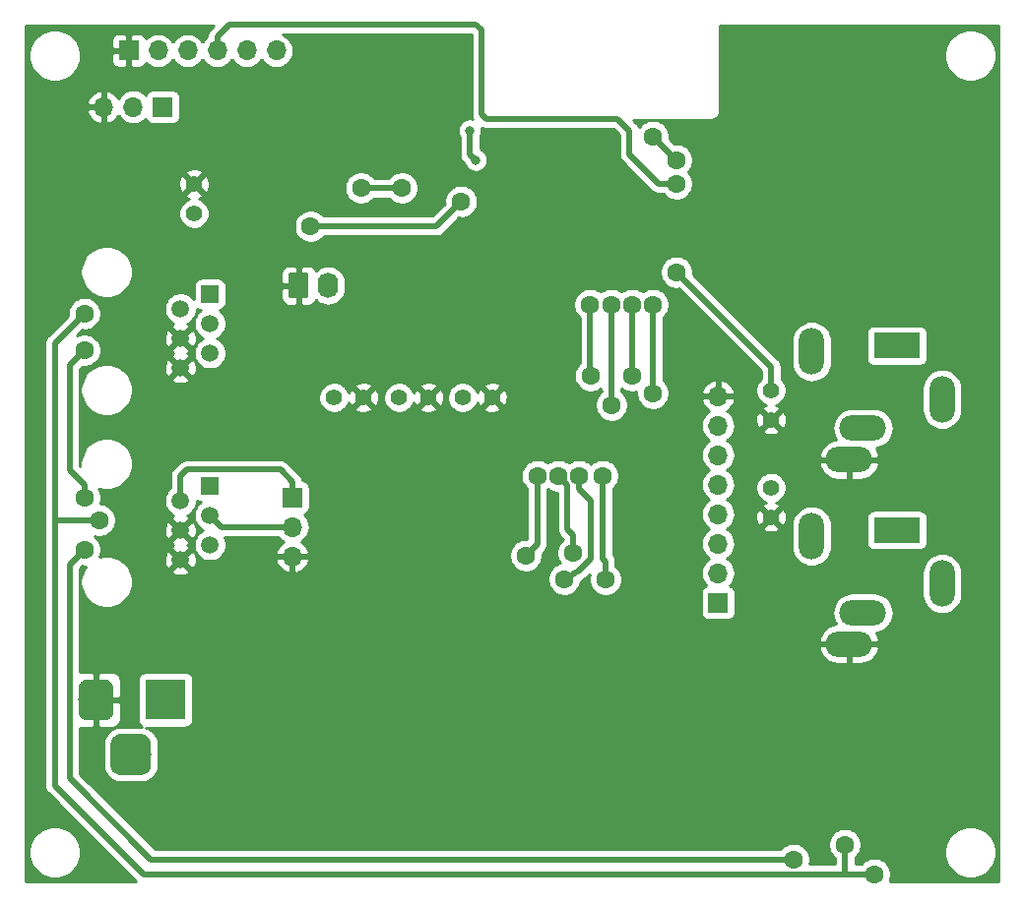
<source format=gbr>
G04 #@! TF.GenerationSoftware,KiCad,Pcbnew,(5.1.0-0)*
G04 #@! TF.CreationDate,2019-10-22T21:45:05+02:00*
G04 #@! TF.ProjectId,esp32,65737033-322e-46b6-9963-61645f706362,rev?*
G04 #@! TF.SameCoordinates,Original*
G04 #@! TF.FileFunction,Copper,L2,Bot*
G04 #@! TF.FilePolarity,Positive*
%FSLAX46Y46*%
G04 Gerber Fmt 4.6, Leading zero omitted, Abs format (unit mm)*
G04 Created by KiCad (PCBNEW (5.1.0-0)) date 2019-10-22 21:45:05*
%MOMM*%
%LPD*%
G04 APERTURE LIST*
%ADD10C,1.400000*%
%ADD11O,1.700000X1.700000*%
%ADD12R,1.700000X1.700000*%
%ADD13O,1.740000X2.200000*%
%ADD14C,0.100000*%
%ADD15C,1.740000*%
%ADD16R,3.500000X3.500000*%
%ADD17C,3.000000*%
%ADD18C,3.500000*%
%ADD19C,1.520000*%
%ADD20R,1.520000X1.520000*%
%ADD21O,2.200000X4.000000*%
%ADD22O,4.000000X2.200000*%
%ADD23R,4.000000X2.200000*%
%ADD24C,2.400000*%
%ADD25C,1.600000*%
%ADD26C,0.800000*%
%ADD27C,0.500000*%
%ADD28C,0.254000*%
G04 APERTURE END LIST*
D10*
X142770000Y-104996000D03*
X142770000Y-102456000D03*
D11*
X85366000Y-69690000D03*
X87906000Y-69690000D03*
D12*
X90446000Y-69690000D03*
D11*
X101600000Y-108380000D03*
X101600000Y-105840000D03*
D12*
X101600000Y-103300000D03*
D10*
X113306000Y-94709000D03*
X110766000Y-94709000D03*
X118767000Y-94709000D03*
X116227000Y-94709000D03*
D11*
X138198000Y-94582000D03*
X138198000Y-97122000D03*
X138198000Y-99662000D03*
X138198000Y-102202000D03*
X138198000Y-104742000D03*
X138198000Y-107282000D03*
X138198000Y-109822000D03*
D12*
X138198000Y-112362000D03*
D10*
X142770000Y-96614000D03*
X142770000Y-94074000D03*
X107718000Y-94709000D03*
X105178000Y-94709000D03*
D13*
X104670000Y-85057000D03*
D14*
G36*
X102774505Y-83958204D02*
G01*
X102798773Y-83961804D01*
X102822572Y-83967765D01*
X102845671Y-83976030D01*
X102867850Y-83986520D01*
X102888893Y-83999132D01*
X102908599Y-84013747D01*
X102926777Y-84030223D01*
X102943253Y-84048401D01*
X102957868Y-84068107D01*
X102970480Y-84089150D01*
X102980970Y-84111329D01*
X102989235Y-84134428D01*
X102995196Y-84158227D01*
X102998796Y-84182495D01*
X103000000Y-84206999D01*
X103000000Y-85907001D01*
X102998796Y-85931505D01*
X102995196Y-85955773D01*
X102989235Y-85979572D01*
X102980970Y-86002671D01*
X102970480Y-86024850D01*
X102957868Y-86045893D01*
X102943253Y-86065599D01*
X102926777Y-86083777D01*
X102908599Y-86100253D01*
X102888893Y-86114868D01*
X102867850Y-86127480D01*
X102845671Y-86137970D01*
X102822572Y-86146235D01*
X102798773Y-86152196D01*
X102774505Y-86155796D01*
X102750001Y-86157000D01*
X101509999Y-86157000D01*
X101485495Y-86155796D01*
X101461227Y-86152196D01*
X101437428Y-86146235D01*
X101414329Y-86137970D01*
X101392150Y-86127480D01*
X101371107Y-86114868D01*
X101351401Y-86100253D01*
X101333223Y-86083777D01*
X101316747Y-86065599D01*
X101302132Y-86045893D01*
X101289520Y-86024850D01*
X101279030Y-86002671D01*
X101270765Y-85979572D01*
X101264804Y-85955773D01*
X101261204Y-85931505D01*
X101260000Y-85907001D01*
X101260000Y-84206999D01*
X101261204Y-84182495D01*
X101264804Y-84158227D01*
X101270765Y-84134428D01*
X101279030Y-84111329D01*
X101289520Y-84089150D01*
X101302132Y-84068107D01*
X101316747Y-84048401D01*
X101333223Y-84030223D01*
X101351401Y-84013747D01*
X101371107Y-83999132D01*
X101392150Y-83986520D01*
X101414329Y-83976030D01*
X101437428Y-83967765D01*
X101461227Y-83961804D01*
X101485495Y-83958204D01*
X101509999Y-83957000D01*
X102750001Y-83957000D01*
X102774505Y-83958204D01*
X102774505Y-83958204D01*
G37*
D15*
X102130000Y-85057000D03*
D16*
X90700000Y-120725000D03*
D14*
G36*
X85523513Y-118978611D02*
G01*
X85596318Y-118989411D01*
X85667714Y-119007295D01*
X85737013Y-119032090D01*
X85803548Y-119063559D01*
X85866678Y-119101398D01*
X85925795Y-119145242D01*
X85980330Y-119194670D01*
X86029758Y-119249205D01*
X86073602Y-119308322D01*
X86111441Y-119371452D01*
X86142910Y-119437987D01*
X86167705Y-119507286D01*
X86185589Y-119578682D01*
X86196389Y-119651487D01*
X86200000Y-119725000D01*
X86200000Y-121725000D01*
X86196389Y-121798513D01*
X86185589Y-121871318D01*
X86167705Y-121942714D01*
X86142910Y-122012013D01*
X86111441Y-122078548D01*
X86073602Y-122141678D01*
X86029758Y-122200795D01*
X85980330Y-122255330D01*
X85925795Y-122304758D01*
X85866678Y-122348602D01*
X85803548Y-122386441D01*
X85737013Y-122417910D01*
X85667714Y-122442705D01*
X85596318Y-122460589D01*
X85523513Y-122471389D01*
X85450000Y-122475000D01*
X83950000Y-122475000D01*
X83876487Y-122471389D01*
X83803682Y-122460589D01*
X83732286Y-122442705D01*
X83662987Y-122417910D01*
X83596452Y-122386441D01*
X83533322Y-122348602D01*
X83474205Y-122304758D01*
X83419670Y-122255330D01*
X83370242Y-122200795D01*
X83326398Y-122141678D01*
X83288559Y-122078548D01*
X83257090Y-122012013D01*
X83232295Y-121942714D01*
X83214411Y-121871318D01*
X83203611Y-121798513D01*
X83200000Y-121725000D01*
X83200000Y-119725000D01*
X83203611Y-119651487D01*
X83214411Y-119578682D01*
X83232295Y-119507286D01*
X83257090Y-119437987D01*
X83288559Y-119371452D01*
X83326398Y-119308322D01*
X83370242Y-119249205D01*
X83419670Y-119194670D01*
X83474205Y-119145242D01*
X83533322Y-119101398D01*
X83596452Y-119063559D01*
X83662987Y-119032090D01*
X83732286Y-119007295D01*
X83803682Y-118989411D01*
X83876487Y-118978611D01*
X83950000Y-118975000D01*
X85450000Y-118975000D01*
X85523513Y-118978611D01*
X85523513Y-118978611D01*
G37*
D17*
X84700000Y-120725000D03*
D14*
G36*
X88660765Y-123679213D02*
G01*
X88745704Y-123691813D01*
X88828999Y-123712677D01*
X88909848Y-123741605D01*
X88987472Y-123778319D01*
X89061124Y-123822464D01*
X89130094Y-123873616D01*
X89193718Y-123931282D01*
X89251384Y-123994906D01*
X89302536Y-124063876D01*
X89346681Y-124137528D01*
X89383395Y-124215152D01*
X89412323Y-124296001D01*
X89433187Y-124379296D01*
X89445787Y-124464235D01*
X89450000Y-124550000D01*
X89450000Y-126300000D01*
X89445787Y-126385765D01*
X89433187Y-126470704D01*
X89412323Y-126553999D01*
X89383395Y-126634848D01*
X89346681Y-126712472D01*
X89302536Y-126786124D01*
X89251384Y-126855094D01*
X89193718Y-126918718D01*
X89130094Y-126976384D01*
X89061124Y-127027536D01*
X88987472Y-127071681D01*
X88909848Y-127108395D01*
X88828999Y-127137323D01*
X88745704Y-127158187D01*
X88660765Y-127170787D01*
X88575000Y-127175000D01*
X86825000Y-127175000D01*
X86739235Y-127170787D01*
X86654296Y-127158187D01*
X86571001Y-127137323D01*
X86490152Y-127108395D01*
X86412528Y-127071681D01*
X86338876Y-127027536D01*
X86269906Y-126976384D01*
X86206282Y-126918718D01*
X86148616Y-126855094D01*
X86097464Y-126786124D01*
X86053319Y-126712472D01*
X86016605Y-126634848D01*
X85987677Y-126553999D01*
X85966813Y-126470704D01*
X85954213Y-126385765D01*
X85950000Y-126300000D01*
X85950000Y-124550000D01*
X85954213Y-124464235D01*
X85966813Y-124379296D01*
X85987677Y-124296001D01*
X86016605Y-124215152D01*
X86053319Y-124137528D01*
X86097464Y-124063876D01*
X86148616Y-123994906D01*
X86206282Y-123931282D01*
X86269906Y-123873616D01*
X86338876Y-123822464D01*
X86412528Y-123778319D01*
X86490152Y-123741605D01*
X86571001Y-123712677D01*
X86654296Y-123691813D01*
X86739235Y-123679213D01*
X86825000Y-123675000D01*
X88575000Y-123675000D01*
X88660765Y-123679213D01*
X88660765Y-123679213D01*
G37*
D18*
X87700000Y-125425000D03*
D11*
X100225000Y-64845000D03*
X97685000Y-64845000D03*
X95145000Y-64845000D03*
X92605000Y-64845000D03*
X90065000Y-64845000D03*
D12*
X87525000Y-64845000D03*
D19*
X91970000Y-92150000D03*
X94510000Y-90880000D03*
X91970000Y-89610000D03*
X94510000Y-88340000D03*
X91970000Y-87070000D03*
D20*
X94510000Y-85800000D03*
D19*
X91970000Y-108660000D03*
X94510000Y-107390000D03*
X91970000Y-106120000D03*
X94510000Y-104850000D03*
X91970000Y-103580000D03*
D20*
X94510000Y-102310000D03*
D10*
X93150000Y-76325000D03*
X93150000Y-78865000D03*
D21*
X157465000Y-110720000D03*
D22*
X149465000Y-115920000D03*
X150665000Y-113220000D03*
D21*
X146265000Y-106620000D03*
D23*
X153565000Y-106120000D03*
D21*
X157465000Y-94845000D03*
D22*
X149465000Y-100045000D03*
X150665000Y-97345000D03*
D21*
X146265000Y-90745000D03*
D23*
X153565000Y-90245000D03*
D24*
X110385000Y-123030000D03*
X118640000Y-123030000D03*
X126895000Y-123030000D03*
X135150000Y-123030000D03*
X140230000Y-121285000D03*
D25*
X153565000Y-72230000D03*
X101114000Y-79977000D03*
X105076000Y-71341000D03*
X109865372Y-64852372D03*
X156105000Y-78580000D03*
X147391117Y-120528884D03*
X155470000Y-128745000D03*
X84985000Y-77310000D03*
X143833000Y-71595000D03*
X140230000Y-86962000D03*
X146834000Y-84422000D03*
X111325322Y-69180106D03*
X123466000Y-72230000D03*
X123974000Y-86708000D03*
X134642000Y-76294000D03*
X144672207Y-134457207D03*
X83715000Y-107790000D03*
X83715000Y-103345000D03*
X83715000Y-90645000D03*
X151660000Y-135730000D03*
X84985000Y-105250000D03*
X83715000Y-87470000D03*
X149120000Y-133190000D03*
X125752000Y-108065010D03*
X124459997Y-101440000D03*
X122659994Y-101440000D03*
X121688883Y-108298883D03*
X124990000Y-110330000D03*
X126260000Y-101440000D03*
X128519475Y-110356525D03*
X128292000Y-101440000D03*
X107500000Y-76675000D03*
X111020000Y-76675000D03*
X134642000Y-83914000D03*
X130809997Y-86708000D03*
X130832000Y-92804000D03*
X132610000Y-86708000D03*
X132610000Y-94328000D03*
X127209991Y-86708000D03*
X127231994Y-92804000D03*
X129009994Y-86708000D03*
X129054000Y-95344000D03*
X134642000Y-74262000D03*
X132610000Y-72230000D03*
D26*
X116862000Y-71722000D03*
X117370000Y-74262000D03*
D25*
X103170000Y-79949161D03*
X116120000Y-77818000D03*
D27*
X96209919Y-62578000D02*
X95145000Y-63642919D01*
X130578000Y-73754000D02*
X130578000Y-71722000D01*
X117863990Y-63071990D02*
X117370000Y-62578000D01*
X117863990Y-70307110D02*
X117863990Y-63071990D01*
X95145000Y-63642919D02*
X95145000Y-64845000D01*
X118262880Y-70706000D02*
X117863990Y-70307110D01*
X129562000Y-70706000D02*
X118262880Y-70706000D01*
X130578000Y-71722000D02*
X129562000Y-70706000D01*
X117370000Y-62578000D02*
X96209919Y-62578000D01*
X133118000Y-76294000D02*
X130578000Y-73754000D01*
X134642000Y-76294000D02*
X133118000Y-76294000D01*
X82445000Y-109060000D02*
X83715000Y-107790000D01*
X83715000Y-102213630D02*
X82445000Y-100943630D01*
X83715000Y-103345000D02*
X83715000Y-102213630D01*
X82445000Y-100943630D02*
X82445000Y-94455000D01*
X95500000Y-105840000D02*
X94510000Y-104850000D01*
X101600000Y-105840000D02*
X95500000Y-105840000D01*
X82445000Y-94455000D02*
X82445000Y-91915000D01*
X82445000Y-91915000D02*
X83715000Y-90645000D01*
X82447793Y-127475000D02*
X89430000Y-134457207D01*
X82445000Y-127475000D02*
X82447793Y-127475000D01*
X82445000Y-127475000D02*
X82445000Y-109060000D01*
X144672207Y-134457207D02*
X89430000Y-134457207D01*
X84985000Y-105250000D02*
X81175000Y-105250000D01*
X81175000Y-105250000D02*
X81175000Y-90645000D01*
X81175000Y-90645000D02*
X81175000Y-90010000D01*
X81175000Y-90010000D02*
X83715000Y-87470000D01*
X101600000Y-101950000D02*
X101600000Y-103300000D01*
X100549999Y-100899999D02*
X101600000Y-101950000D01*
X91970000Y-101440000D02*
X92510001Y-100899999D01*
X92510001Y-100899999D02*
X100549999Y-100899999D01*
X91970000Y-103580000D02*
X91970000Y-101440000D01*
X145945000Y-135730000D02*
X144675000Y-135730000D01*
X149120000Y-135730000D02*
X149120000Y-133825000D01*
X144675000Y-135730000D02*
X149120000Y-135730000D01*
X88795000Y-135730000D02*
X81175000Y-128110000D01*
X81175000Y-128110000D02*
X81175000Y-105250000D01*
X144675000Y-135730000D02*
X88795000Y-135730000D01*
X149120000Y-135730000D02*
X151660000Y-135730000D01*
X149120000Y-133825000D02*
X149120000Y-133190000D01*
X125752000Y-106519179D02*
X125752000Y-108065010D01*
X125259996Y-106027175D02*
X125752000Y-106519179D01*
X125259996Y-102239999D02*
X125259996Y-106027175D01*
X124459997Y-101440000D02*
X125259996Y-102239999D01*
X122659994Y-107327772D02*
X121688883Y-108298883D01*
X122659994Y-101440000D02*
X122659994Y-107327772D01*
X126260000Y-109568000D02*
X124990000Y-110330000D01*
X127269474Y-108558526D02*
X126260000Y-109568000D01*
X127269474Y-107540279D02*
X127269474Y-108558526D01*
X126260000Y-102571370D02*
X127276000Y-103587370D01*
X126260000Y-101440000D02*
X126260000Y-102571370D01*
X127276000Y-107533753D02*
X127269474Y-107540279D01*
X127276000Y-103587370D02*
X127276000Y-107533753D01*
X128519475Y-108832525D02*
X128519475Y-110356525D01*
X128292000Y-108605050D02*
X128519475Y-108832525D01*
X128292000Y-101440000D02*
X128292000Y-108605050D01*
X107500000Y-76675000D02*
X111020000Y-76675000D01*
X142770000Y-92042000D02*
X142770000Y-94074000D01*
X134642000Y-83914000D02*
X142770000Y-92042000D01*
X130809997Y-92781997D02*
X130832000Y-92804000D01*
X130809997Y-86708000D02*
X130809997Y-92781997D01*
X132610000Y-92550000D02*
X132610000Y-86708000D01*
X132610000Y-94328000D02*
X132610000Y-92550000D01*
X127209991Y-92781997D02*
X127231994Y-92804000D01*
X127209991Y-86708000D02*
X127209991Y-92781997D01*
X129009994Y-92781997D02*
X129009994Y-86708000D01*
X129054000Y-95344000D02*
X129009994Y-92781997D01*
X132610000Y-72230000D02*
X134642000Y-74262000D01*
X116862000Y-73754000D02*
X117370000Y-74262000D01*
X116862000Y-71722000D02*
X116862000Y-73754000D01*
X113988839Y-79949161D02*
X116120000Y-77818000D01*
X103170000Y-79949161D02*
X113988839Y-79949161D01*
D28*
G36*
X94549956Y-62986385D02*
G01*
X94516183Y-63014102D01*
X94405589Y-63148861D01*
X94323411Y-63302607D01*
X94306933Y-63356928D01*
X94274312Y-63464463D01*
X94272805Y-63469430D01*
X94260000Y-63599443D01*
X94260000Y-63599450D01*
X94255719Y-63642919D01*
X94256706Y-63652944D01*
X94089866Y-63789866D01*
X93904294Y-64015986D01*
X93875000Y-64070791D01*
X93845706Y-64015986D01*
X93660134Y-63789866D01*
X93434014Y-63604294D01*
X93176034Y-63466401D01*
X92896111Y-63381487D01*
X92677950Y-63360000D01*
X92532050Y-63360000D01*
X92313889Y-63381487D01*
X92033966Y-63466401D01*
X91775986Y-63604294D01*
X91549866Y-63789866D01*
X91364294Y-64015986D01*
X91335000Y-64070791D01*
X91305706Y-64015986D01*
X91120134Y-63789866D01*
X90894014Y-63604294D01*
X90636034Y-63466401D01*
X90356111Y-63381487D01*
X90137950Y-63360000D01*
X89992050Y-63360000D01*
X89773889Y-63381487D01*
X89493966Y-63466401D01*
X89235986Y-63604294D01*
X89009866Y-63789866D01*
X88985393Y-63819687D01*
X88964502Y-63750820D01*
X88905537Y-63640506D01*
X88826185Y-63543815D01*
X88729494Y-63464463D01*
X88619180Y-63405498D01*
X88499482Y-63369188D01*
X88375000Y-63356928D01*
X87810750Y-63360000D01*
X87652000Y-63518750D01*
X87652000Y-64718000D01*
X87672000Y-64718000D01*
X87672000Y-64972000D01*
X87652000Y-64972000D01*
X87652000Y-66171250D01*
X87810750Y-66330000D01*
X88375000Y-66333072D01*
X88499482Y-66320812D01*
X88619180Y-66284502D01*
X88729494Y-66225537D01*
X88826185Y-66146185D01*
X88905537Y-66049494D01*
X88964502Y-65939180D01*
X88985393Y-65870313D01*
X89009866Y-65900134D01*
X89235986Y-66085706D01*
X89493966Y-66223599D01*
X89773889Y-66308513D01*
X89992050Y-66330000D01*
X90137950Y-66330000D01*
X90356111Y-66308513D01*
X90636034Y-66223599D01*
X90894014Y-66085706D01*
X91120134Y-65900134D01*
X91305706Y-65674014D01*
X91335000Y-65619209D01*
X91364294Y-65674014D01*
X91549866Y-65900134D01*
X91775986Y-66085706D01*
X92033966Y-66223599D01*
X92313889Y-66308513D01*
X92532050Y-66330000D01*
X92677950Y-66330000D01*
X92896111Y-66308513D01*
X93176034Y-66223599D01*
X93434014Y-66085706D01*
X93660134Y-65900134D01*
X93845706Y-65674014D01*
X93875000Y-65619209D01*
X93904294Y-65674014D01*
X94089866Y-65900134D01*
X94315986Y-66085706D01*
X94573966Y-66223599D01*
X94853889Y-66308513D01*
X95072050Y-66330000D01*
X95217950Y-66330000D01*
X95436111Y-66308513D01*
X95716034Y-66223599D01*
X95974014Y-66085706D01*
X96200134Y-65900134D01*
X96385706Y-65674014D01*
X96415000Y-65619209D01*
X96444294Y-65674014D01*
X96629866Y-65900134D01*
X96855986Y-66085706D01*
X97113966Y-66223599D01*
X97393889Y-66308513D01*
X97612050Y-66330000D01*
X97757950Y-66330000D01*
X97976111Y-66308513D01*
X98256034Y-66223599D01*
X98514014Y-66085706D01*
X98740134Y-65900134D01*
X98925706Y-65674014D01*
X98955000Y-65619209D01*
X98984294Y-65674014D01*
X99169866Y-65900134D01*
X99395986Y-66085706D01*
X99653966Y-66223599D01*
X99933889Y-66308513D01*
X100152050Y-66330000D01*
X100297950Y-66330000D01*
X100516111Y-66308513D01*
X100796034Y-66223599D01*
X101054014Y-66085706D01*
X101280134Y-65900134D01*
X101465706Y-65674014D01*
X101603599Y-65416034D01*
X101688513Y-65136111D01*
X101717185Y-64845000D01*
X101688513Y-64553889D01*
X101603599Y-64273966D01*
X101465706Y-64015986D01*
X101280134Y-63789866D01*
X101054014Y-63604294D01*
X100796034Y-63466401D01*
X100784822Y-63463000D01*
X116978991Y-63463000D01*
X116978990Y-70263641D01*
X116974709Y-70307110D01*
X116978990Y-70350579D01*
X116978990Y-70350586D01*
X116991795Y-70480599D01*
X117042401Y-70647422D01*
X117075407Y-70709172D01*
X116963939Y-70687000D01*
X116760061Y-70687000D01*
X116560102Y-70726774D01*
X116371744Y-70804795D01*
X116202226Y-70918063D01*
X116058063Y-71062226D01*
X115944795Y-71231744D01*
X115866774Y-71420102D01*
X115827000Y-71620061D01*
X115827000Y-71823939D01*
X115866774Y-72023898D01*
X115944795Y-72212256D01*
X115977000Y-72260455D01*
X115977001Y-73710521D01*
X115972719Y-73754000D01*
X115989805Y-73927490D01*
X116040412Y-74094313D01*
X116122590Y-74248059D01*
X116205468Y-74349046D01*
X116205471Y-74349049D01*
X116233184Y-74382817D01*
X116266952Y-74410530D01*
X116363465Y-74507043D01*
X116374774Y-74563898D01*
X116452795Y-74752256D01*
X116566063Y-74921774D01*
X116710226Y-75065937D01*
X116879744Y-75179205D01*
X117068102Y-75257226D01*
X117268061Y-75297000D01*
X117471939Y-75297000D01*
X117671898Y-75257226D01*
X117860256Y-75179205D01*
X118029774Y-75065937D01*
X118173937Y-74921774D01*
X118287205Y-74752256D01*
X118365226Y-74563898D01*
X118405000Y-74363939D01*
X118405000Y-74160061D01*
X118365226Y-73960102D01*
X118287205Y-73771744D01*
X118173937Y-73602226D01*
X118029774Y-73458063D01*
X117860256Y-73344795D01*
X117747000Y-73297882D01*
X117747000Y-72260454D01*
X117779205Y-72212256D01*
X117857226Y-72023898D01*
X117897000Y-71823939D01*
X117897000Y-71620061D01*
X117873376Y-71501297D01*
X117922566Y-71527589D01*
X118073807Y-71573468D01*
X118089390Y-71578195D01*
X118219403Y-71591000D01*
X118219411Y-71591000D01*
X118262880Y-71595281D01*
X118306349Y-71591000D01*
X129195422Y-71591000D01*
X129693001Y-72088580D01*
X129693000Y-73710531D01*
X129688719Y-73754000D01*
X129693000Y-73797469D01*
X129693000Y-73797476D01*
X129705805Y-73927489D01*
X129756411Y-74094312D01*
X129838589Y-74248058D01*
X129949183Y-74382817D01*
X129982956Y-74410534D01*
X132461470Y-76889049D01*
X132489183Y-76922817D01*
X132522951Y-76950530D01*
X132522953Y-76950532D01*
X132551216Y-76973727D01*
X132623941Y-77033411D01*
X132777687Y-77115589D01*
X132944510Y-77166195D01*
X133074523Y-77179000D01*
X133074533Y-77179000D01*
X133117999Y-77183281D01*
X133161465Y-77179000D01*
X133507479Y-77179000D01*
X133527363Y-77208759D01*
X133727241Y-77408637D01*
X133962273Y-77565680D01*
X134223426Y-77673853D01*
X134500665Y-77729000D01*
X134783335Y-77729000D01*
X135060574Y-77673853D01*
X135321727Y-77565680D01*
X135556759Y-77408637D01*
X135756637Y-77208759D01*
X135913680Y-76973727D01*
X136021853Y-76712574D01*
X136077000Y-76435335D01*
X136077000Y-76152665D01*
X136021853Y-75875426D01*
X135913680Y-75614273D01*
X135756637Y-75379241D01*
X135655396Y-75278000D01*
X135756637Y-75176759D01*
X135913680Y-74941727D01*
X136021853Y-74680574D01*
X136077000Y-74403335D01*
X136077000Y-74120665D01*
X136021853Y-73843426D01*
X135913680Y-73582273D01*
X135756637Y-73347241D01*
X135556759Y-73147363D01*
X135321727Y-72990320D01*
X135060574Y-72882147D01*
X134783335Y-72827000D01*
X134500665Y-72827000D01*
X134465561Y-72833983D01*
X134038017Y-72406439D01*
X134045000Y-72371335D01*
X134045000Y-72088665D01*
X133989853Y-71811426D01*
X133881680Y-71550273D01*
X133724637Y-71315241D01*
X133524759Y-71115363D01*
X133289727Y-70958320D01*
X133028574Y-70850147D01*
X132751335Y-70795000D01*
X132468665Y-70795000D01*
X132191426Y-70850147D01*
X131930273Y-70958320D01*
X131695241Y-71115363D01*
X131495363Y-71315241D01*
X131415631Y-71434569D01*
X131399589Y-71381687D01*
X131317411Y-71227941D01*
X131238244Y-71131476D01*
X131234532Y-71126953D01*
X131234530Y-71126951D01*
X131206817Y-71093183D01*
X131173049Y-71065470D01*
X130892579Y-70785000D01*
X137634353Y-70785000D01*
X137668000Y-70788314D01*
X137701647Y-70785000D01*
X137802283Y-70775088D01*
X137931406Y-70735919D01*
X138050407Y-70672312D01*
X138154711Y-70586711D01*
X138240312Y-70482407D01*
X138303919Y-70363406D01*
X138343088Y-70234283D01*
X138356314Y-70100000D01*
X138353000Y-70066353D01*
X138353000Y-65024872D01*
X157680000Y-65024872D01*
X157680000Y-65465128D01*
X157765890Y-65896925D01*
X157934369Y-66303669D01*
X158178962Y-66669729D01*
X158490271Y-66981038D01*
X158856331Y-67225631D01*
X159263075Y-67394110D01*
X159694872Y-67480000D01*
X160135128Y-67480000D01*
X160566925Y-67394110D01*
X160973669Y-67225631D01*
X161339729Y-66981038D01*
X161651038Y-66669729D01*
X161895631Y-66303669D01*
X162064110Y-65896925D01*
X162150000Y-65465128D01*
X162150000Y-65024872D01*
X162064110Y-64593075D01*
X161895631Y-64186331D01*
X161651038Y-63820271D01*
X161339729Y-63508962D01*
X160973669Y-63264369D01*
X160566925Y-63095890D01*
X160135128Y-63010000D01*
X159694872Y-63010000D01*
X159263075Y-63095890D01*
X158856331Y-63264369D01*
X158490271Y-63508962D01*
X158178962Y-63820271D01*
X157934369Y-64186331D01*
X157765890Y-64593075D01*
X157680000Y-65024872D01*
X138353000Y-65024872D01*
X138353000Y-62685000D01*
X162315000Y-62685000D01*
X162315001Y-136315000D01*
X152970917Y-136315000D01*
X153039853Y-136148574D01*
X153095000Y-135871335D01*
X153095000Y-135588665D01*
X153039853Y-135311426D01*
X152931680Y-135050273D01*
X152774637Y-134815241D01*
X152574759Y-134615363D01*
X152339727Y-134458320D01*
X152078574Y-134350147D01*
X151801335Y-134295000D01*
X151518665Y-134295000D01*
X151241426Y-134350147D01*
X150980273Y-134458320D01*
X150745241Y-134615363D01*
X150545363Y-134815241D01*
X150525479Y-134845000D01*
X150005000Y-134845000D01*
X150005000Y-134324521D01*
X150034759Y-134304637D01*
X150234637Y-134104759D01*
X150391680Y-133869727D01*
X150499853Y-133608574D01*
X150500589Y-133604872D01*
X157680000Y-133604872D01*
X157680000Y-134045128D01*
X157765890Y-134476925D01*
X157934369Y-134883669D01*
X158178962Y-135249729D01*
X158490271Y-135561038D01*
X158856331Y-135805631D01*
X159263075Y-135974110D01*
X159694872Y-136060000D01*
X160135128Y-136060000D01*
X160566925Y-135974110D01*
X160973669Y-135805631D01*
X161339729Y-135561038D01*
X161651038Y-135249729D01*
X161895631Y-134883669D01*
X162064110Y-134476925D01*
X162150000Y-134045128D01*
X162150000Y-133604872D01*
X162064110Y-133173075D01*
X161895631Y-132766331D01*
X161651038Y-132400271D01*
X161339729Y-132088962D01*
X160973669Y-131844369D01*
X160566925Y-131675890D01*
X160135128Y-131590000D01*
X159694872Y-131590000D01*
X159263075Y-131675890D01*
X158856331Y-131844369D01*
X158490271Y-132088962D01*
X158178962Y-132400271D01*
X157934369Y-132766331D01*
X157765890Y-133173075D01*
X157680000Y-133604872D01*
X150500589Y-133604872D01*
X150555000Y-133331335D01*
X150555000Y-133048665D01*
X150499853Y-132771426D01*
X150391680Y-132510273D01*
X150234637Y-132275241D01*
X150034759Y-132075363D01*
X149799727Y-131918320D01*
X149538574Y-131810147D01*
X149261335Y-131755000D01*
X148978665Y-131755000D01*
X148701426Y-131810147D01*
X148440273Y-131918320D01*
X148205241Y-132075363D01*
X148005363Y-132275241D01*
X147848320Y-132510273D01*
X147740147Y-132771426D01*
X147685000Y-133048665D01*
X147685000Y-133331335D01*
X147740147Y-133608574D01*
X147848320Y-133869727D01*
X148005363Y-134104759D01*
X148205241Y-134304637D01*
X148235001Y-134324522D01*
X148235000Y-134845000D01*
X146058183Y-134845000D01*
X146107207Y-134598542D01*
X146107207Y-134315872D01*
X146052060Y-134038633D01*
X145943887Y-133777480D01*
X145786844Y-133542448D01*
X145586966Y-133342570D01*
X145351934Y-133185527D01*
X145090781Y-133077354D01*
X144813542Y-133022207D01*
X144530872Y-133022207D01*
X144253633Y-133077354D01*
X143992480Y-133185527D01*
X143757448Y-133342570D01*
X143557570Y-133542448D01*
X143537686Y-133572207D01*
X89796579Y-133572207D01*
X83330000Y-127105629D01*
X83330000Y-124550000D01*
X85311928Y-124550000D01*
X85311928Y-126300000D01*
X85341001Y-126595186D01*
X85427104Y-126879028D01*
X85566927Y-127140618D01*
X85755097Y-127369903D01*
X85984382Y-127558073D01*
X86245972Y-127697896D01*
X86529814Y-127783999D01*
X86825000Y-127813072D01*
X88575000Y-127813072D01*
X88870186Y-127783999D01*
X89154028Y-127697896D01*
X89415618Y-127558073D01*
X89644903Y-127369903D01*
X89833073Y-127140618D01*
X89972896Y-126879028D01*
X90058999Y-126595186D01*
X90088072Y-126300000D01*
X90088072Y-124550000D01*
X90058999Y-124254814D01*
X89972896Y-123970972D01*
X89833073Y-123709382D01*
X89644903Y-123480097D01*
X89415618Y-123291927D01*
X89154028Y-123152104D01*
X89025357Y-123113072D01*
X92450000Y-123113072D01*
X92574482Y-123100812D01*
X92694180Y-123064502D01*
X92804494Y-123005537D01*
X92901185Y-122926185D01*
X92980537Y-122829494D01*
X93039502Y-122719180D01*
X93075812Y-122599482D01*
X93088072Y-122475000D01*
X93088072Y-118975000D01*
X93075812Y-118850518D01*
X93039502Y-118730820D01*
X92980537Y-118620506D01*
X92901185Y-118523815D01*
X92804494Y-118444463D01*
X92694180Y-118385498D01*
X92574482Y-118349188D01*
X92450000Y-118336928D01*
X88950000Y-118336928D01*
X88825518Y-118349188D01*
X88705820Y-118385498D01*
X88595506Y-118444463D01*
X88498815Y-118523815D01*
X88419463Y-118620506D01*
X88360498Y-118730820D01*
X88324188Y-118850518D01*
X88311928Y-118975000D01*
X88311928Y-122475000D01*
X88324188Y-122599482D01*
X88360498Y-122719180D01*
X88419463Y-122829494D01*
X88498815Y-122926185D01*
X88595506Y-123005537D01*
X88672131Y-123046494D01*
X88575000Y-123036928D01*
X86825000Y-123036928D01*
X86529814Y-123066001D01*
X86245972Y-123152104D01*
X85984382Y-123291927D01*
X85755097Y-123480097D01*
X85566927Y-123709382D01*
X85427104Y-123970972D01*
X85341001Y-124254814D01*
X85311928Y-124550000D01*
X83330000Y-124550000D01*
X83330000Y-123112743D01*
X84414250Y-123110000D01*
X84573000Y-122951250D01*
X84573000Y-120852000D01*
X84827000Y-120852000D01*
X84827000Y-122951250D01*
X84985750Y-123110000D01*
X86200000Y-123113072D01*
X86324482Y-123100812D01*
X86444180Y-123064502D01*
X86554494Y-123005537D01*
X86651185Y-122926185D01*
X86730537Y-122829494D01*
X86789502Y-122719180D01*
X86825812Y-122599482D01*
X86838072Y-122475000D01*
X86835000Y-121010750D01*
X86676250Y-120852000D01*
X84827000Y-120852000D01*
X84573000Y-120852000D01*
X84553000Y-120852000D01*
X84553000Y-120598000D01*
X84573000Y-120598000D01*
X84573000Y-118498750D01*
X84827000Y-118498750D01*
X84827000Y-120598000D01*
X86676250Y-120598000D01*
X86835000Y-120439250D01*
X86838072Y-118975000D01*
X86825812Y-118850518D01*
X86789502Y-118730820D01*
X86730537Y-118620506D01*
X86651185Y-118523815D01*
X86554494Y-118444463D01*
X86444180Y-118385498D01*
X86324482Y-118349188D01*
X86200000Y-118336928D01*
X84985750Y-118340000D01*
X84827000Y-118498750D01*
X84573000Y-118498750D01*
X84414250Y-118340000D01*
X83330000Y-118337257D01*
X83330000Y-116316122D01*
X146875825Y-116316122D01*
X146913469Y-116466622D01*
X147051843Y-116778317D01*
X147248367Y-117057027D01*
X147495489Y-117292042D01*
X147783712Y-117474330D01*
X148101959Y-117596886D01*
X148438000Y-117655000D01*
X149338000Y-117655000D01*
X149338000Y-116047000D01*
X149592000Y-116047000D01*
X149592000Y-117655000D01*
X150492000Y-117655000D01*
X150828041Y-117596886D01*
X151146288Y-117474330D01*
X151434511Y-117292042D01*
X151681633Y-117057027D01*
X151878157Y-116778317D01*
X152016531Y-116466622D01*
X152054175Y-116316122D01*
X151936125Y-116047000D01*
X149592000Y-116047000D01*
X149338000Y-116047000D01*
X146993875Y-116047000D01*
X146875825Y-116316122D01*
X83330000Y-116316122D01*
X83330000Y-115523878D01*
X146875825Y-115523878D01*
X146993875Y-115793000D01*
X149338000Y-115793000D01*
X149338000Y-115773000D01*
X149592000Y-115773000D01*
X149592000Y-115793000D01*
X151936125Y-115793000D01*
X152054175Y-115523878D01*
X152016531Y-115373378D01*
X151878157Y-115061683D01*
X151793016Y-114940936D01*
X151905119Y-114929895D01*
X152232168Y-114830686D01*
X152533578Y-114669579D01*
X152797766Y-114452766D01*
X153014579Y-114188578D01*
X153175686Y-113887168D01*
X153274895Y-113560119D01*
X153308394Y-113220000D01*
X153274895Y-112879881D01*
X153175686Y-112552832D01*
X153014579Y-112251422D01*
X152797766Y-111987234D01*
X152533578Y-111770421D01*
X152232168Y-111609314D01*
X151905119Y-111510105D01*
X151650225Y-111485000D01*
X149679775Y-111485000D01*
X149424881Y-111510105D01*
X149097832Y-111609314D01*
X148796422Y-111770421D01*
X148532234Y-111987234D01*
X148315421Y-112251422D01*
X148154314Y-112552832D01*
X148055105Y-112879881D01*
X148021606Y-113220000D01*
X148055105Y-113560119D01*
X148154314Y-113887168D01*
X148315421Y-114188578D01*
X148328084Y-114204008D01*
X148101959Y-114243114D01*
X147783712Y-114365670D01*
X147495489Y-114547958D01*
X147248367Y-114782973D01*
X147051843Y-115061683D01*
X146913469Y-115373378D01*
X146875825Y-115523878D01*
X83330000Y-115523878D01*
X83330000Y-109426578D01*
X83538561Y-109218017D01*
X83573665Y-109225000D01*
X83793940Y-109225000D01*
X83617214Y-109489489D01*
X83446851Y-109900782D01*
X83360000Y-110337409D01*
X83360000Y-110782591D01*
X83446851Y-111219218D01*
X83617214Y-111630511D01*
X83864544Y-112000666D01*
X84179334Y-112315456D01*
X84549489Y-112562786D01*
X84960782Y-112733149D01*
X85397409Y-112820000D01*
X85842591Y-112820000D01*
X86279218Y-112733149D01*
X86690511Y-112562786D01*
X87060666Y-112315456D01*
X87375456Y-112000666D01*
X87622786Y-111630511D01*
X87793149Y-111219218D01*
X87880000Y-110782591D01*
X87880000Y-110337409D01*
X87793149Y-109900782D01*
X87678559Y-109624137D01*
X91185469Y-109624137D01*
X91252206Y-109864025D01*
X91500892Y-109980924D01*
X91767606Y-110047061D01*
X92042097Y-110059895D01*
X92313817Y-110018931D01*
X92572326Y-109925744D01*
X92687794Y-109864025D01*
X92754531Y-109624137D01*
X91970000Y-108839605D01*
X91185469Y-109624137D01*
X87678559Y-109624137D01*
X87622786Y-109489489D01*
X87375456Y-109119334D01*
X87060666Y-108804544D01*
X86952242Y-108732097D01*
X90570105Y-108732097D01*
X90611069Y-109003817D01*
X90704256Y-109262326D01*
X90765975Y-109377794D01*
X91005863Y-109444531D01*
X91790395Y-108660000D01*
X92149605Y-108660000D01*
X92934137Y-109444531D01*
X93174025Y-109377794D01*
X93290924Y-109129108D01*
X93357061Y-108862394D01*
X93369895Y-108587903D01*
X93328931Y-108316183D01*
X93235744Y-108057674D01*
X93174025Y-107942206D01*
X92934137Y-107875469D01*
X92149605Y-108660000D01*
X91790395Y-108660000D01*
X91005863Y-107875469D01*
X90765975Y-107942206D01*
X90649076Y-108190892D01*
X90582939Y-108457606D01*
X90570105Y-108732097D01*
X86952242Y-108732097D01*
X86690511Y-108557214D01*
X86279218Y-108386851D01*
X85842591Y-108300000D01*
X85397409Y-108300000D01*
X85026416Y-108373795D01*
X85094853Y-108208574D01*
X85150000Y-107931335D01*
X85150000Y-107648665D01*
X85094853Y-107371426D01*
X84986680Y-107110273D01*
X84969217Y-107084137D01*
X91185469Y-107084137D01*
X91252206Y-107324025D01*
X91386882Y-107387332D01*
X91367674Y-107394256D01*
X91252206Y-107455975D01*
X91185469Y-107695863D01*
X91970000Y-108480395D01*
X92754531Y-107695863D01*
X92687794Y-107455975D01*
X92553118Y-107392668D01*
X92572326Y-107385744D01*
X92687794Y-107324025D01*
X92754531Y-107084137D01*
X91970000Y-106299605D01*
X91185469Y-107084137D01*
X84969217Y-107084137D01*
X84829637Y-106875241D01*
X84629759Y-106675363D01*
X84553856Y-106624646D01*
X84566426Y-106629853D01*
X84843665Y-106685000D01*
X85126335Y-106685000D01*
X85403574Y-106629853D01*
X85664727Y-106521680D01*
X85899759Y-106364637D01*
X86072299Y-106192097D01*
X90570105Y-106192097D01*
X90611069Y-106463817D01*
X90704256Y-106722326D01*
X90765975Y-106837794D01*
X91005863Y-106904531D01*
X91790395Y-106120000D01*
X92149605Y-106120000D01*
X92934137Y-106904531D01*
X93174025Y-106837794D01*
X93290924Y-106589108D01*
X93357061Y-106322394D01*
X93369895Y-106047903D01*
X93328931Y-105776183D01*
X93235744Y-105517674D01*
X93174025Y-105402206D01*
X92934137Y-105335469D01*
X92149605Y-106120000D01*
X91790395Y-106120000D01*
X91005863Y-105335469D01*
X90765975Y-105402206D01*
X90649076Y-105650892D01*
X90582939Y-105917606D01*
X90570105Y-106192097D01*
X86072299Y-106192097D01*
X86099637Y-106164759D01*
X86256680Y-105929727D01*
X86364853Y-105668574D01*
X86420000Y-105391335D01*
X86420000Y-105108665D01*
X86364853Y-104831426D01*
X86256680Y-104570273D01*
X86099637Y-104335241D01*
X85899759Y-104135363D01*
X85664727Y-103978320D01*
X85403574Y-103870147D01*
X85126335Y-103815000D01*
X85073552Y-103815000D01*
X85094853Y-103763574D01*
X85150000Y-103486335D01*
X85150000Y-103442604D01*
X90575000Y-103442604D01*
X90575000Y-103717396D01*
X90628609Y-103986907D01*
X90733767Y-104240780D01*
X90886433Y-104469261D01*
X91080739Y-104663567D01*
X91309220Y-104816233D01*
X91385501Y-104847830D01*
X91367674Y-104854256D01*
X91252206Y-104915975D01*
X91185469Y-105155863D01*
X91970000Y-105940395D01*
X92754531Y-105155863D01*
X92687794Y-104915975D01*
X92548293Y-104850400D01*
X92630780Y-104816233D01*
X92859261Y-104663567D01*
X93053567Y-104469261D01*
X93206233Y-104240780D01*
X93311391Y-103986907D01*
X93365000Y-103717396D01*
X93365000Y-103575501D01*
X93395506Y-103600537D01*
X93505820Y-103659502D01*
X93625518Y-103695812D01*
X93713467Y-103704474D01*
X93620739Y-103766433D01*
X93426433Y-103960739D01*
X93273767Y-104189220D01*
X93168609Y-104443093D01*
X93115000Y-104712604D01*
X93115000Y-104987396D01*
X93168609Y-105256907D01*
X93273767Y-105510780D01*
X93426433Y-105739261D01*
X93620739Y-105933567D01*
X93849220Y-106086233D01*
X93930740Y-106120000D01*
X93849220Y-106153767D01*
X93620739Y-106306433D01*
X93426433Y-106500739D01*
X93273767Y-106729220D01*
X93168609Y-106983093D01*
X93115000Y-107252604D01*
X93115000Y-107527396D01*
X93168609Y-107796907D01*
X93273767Y-108050780D01*
X93426433Y-108279261D01*
X93620739Y-108473567D01*
X93849220Y-108626233D01*
X94103093Y-108731391D01*
X94372604Y-108785000D01*
X94647396Y-108785000D01*
X94889261Y-108736890D01*
X100158524Y-108736890D01*
X100203175Y-108884099D01*
X100328359Y-109146920D01*
X100502412Y-109380269D01*
X100718645Y-109575178D01*
X100968748Y-109724157D01*
X101243109Y-109821481D01*
X101473000Y-109700814D01*
X101473000Y-108507000D01*
X101727000Y-108507000D01*
X101727000Y-109700814D01*
X101956891Y-109821481D01*
X102231252Y-109724157D01*
X102481355Y-109575178D01*
X102697588Y-109380269D01*
X102871641Y-109146920D01*
X102996825Y-108884099D01*
X103041476Y-108736890D01*
X102920155Y-108507000D01*
X101727000Y-108507000D01*
X101473000Y-108507000D01*
X100279845Y-108507000D01*
X100158524Y-108736890D01*
X94889261Y-108736890D01*
X94916907Y-108731391D01*
X95170780Y-108626233D01*
X95399261Y-108473567D01*
X95593567Y-108279261D01*
X95746233Y-108050780D01*
X95851391Y-107796907D01*
X95905000Y-107527396D01*
X95905000Y-107252604D01*
X95851391Y-106983093D01*
X95746233Y-106729220D01*
X95743413Y-106725000D01*
X100405241Y-106725000D01*
X100544866Y-106895134D01*
X100770986Y-107080706D01*
X100835523Y-107115201D01*
X100718645Y-107184822D01*
X100502412Y-107379731D01*
X100328359Y-107613080D01*
X100203175Y-107875901D01*
X100158524Y-108023110D01*
X100279845Y-108253000D01*
X101473000Y-108253000D01*
X101473000Y-108233000D01*
X101727000Y-108233000D01*
X101727000Y-108253000D01*
X102920155Y-108253000D01*
X102970528Y-108157548D01*
X120253883Y-108157548D01*
X120253883Y-108440218D01*
X120309030Y-108717457D01*
X120417203Y-108978610D01*
X120574246Y-109213642D01*
X120774124Y-109413520D01*
X121009156Y-109570563D01*
X121270309Y-109678736D01*
X121547548Y-109733883D01*
X121830218Y-109733883D01*
X122107457Y-109678736D01*
X122368610Y-109570563D01*
X122603642Y-109413520D01*
X122803520Y-109213642D01*
X122960563Y-108978610D01*
X123068736Y-108717457D01*
X123123883Y-108440218D01*
X123123883Y-108157548D01*
X123116900Y-108122444D01*
X123255043Y-107984302D01*
X123288811Y-107956589D01*
X123333617Y-107901994D01*
X123399404Y-107821832D01*
X123399405Y-107821831D01*
X123481583Y-107668085D01*
X123532189Y-107501262D01*
X123544994Y-107371249D01*
X123544994Y-107371239D01*
X123549275Y-107327773D01*
X123544994Y-107284307D01*
X123544994Y-102574521D01*
X123559996Y-102564498D01*
X123780270Y-102711680D01*
X124041423Y-102819853D01*
X124318662Y-102875000D01*
X124374996Y-102875000D01*
X124374997Y-105983696D01*
X124370715Y-106027175D01*
X124387801Y-106200665D01*
X124438408Y-106367488D01*
X124520586Y-106521234D01*
X124603464Y-106622221D01*
X124603467Y-106622224D01*
X124631180Y-106655992D01*
X124664948Y-106683705D01*
X124867000Y-106885757D01*
X124867000Y-106930489D01*
X124837241Y-106950373D01*
X124637363Y-107150251D01*
X124480320Y-107385283D01*
X124372147Y-107646436D01*
X124317000Y-107923675D01*
X124317000Y-108206345D01*
X124372147Y-108483584D01*
X124480320Y-108744737D01*
X124612157Y-108942045D01*
X124571426Y-108950147D01*
X124310273Y-109058320D01*
X124075241Y-109215363D01*
X123875363Y-109415241D01*
X123718320Y-109650273D01*
X123610147Y-109911426D01*
X123555000Y-110188665D01*
X123555000Y-110471335D01*
X123610147Y-110748574D01*
X123718320Y-111009727D01*
X123875363Y-111244759D01*
X124075241Y-111444637D01*
X124310273Y-111601680D01*
X124571426Y-111709853D01*
X124848665Y-111765000D01*
X125131335Y-111765000D01*
X125408574Y-111709853D01*
X125669727Y-111601680D01*
X125904759Y-111444637D01*
X126104637Y-111244759D01*
X126261680Y-111009727D01*
X126369853Y-110748574D01*
X126418282Y-110505110D01*
X126696551Y-110338148D01*
X126754059Y-110307410D01*
X126804781Y-110265784D01*
X126857507Y-110226642D01*
X126901309Y-110178269D01*
X127139124Y-109940454D01*
X127084475Y-110215190D01*
X127084475Y-110497860D01*
X127139622Y-110775099D01*
X127247795Y-111036252D01*
X127404838Y-111271284D01*
X127604716Y-111471162D01*
X127839748Y-111628205D01*
X128100901Y-111736378D01*
X128378140Y-111791525D01*
X128660810Y-111791525D01*
X128938049Y-111736378D01*
X129199202Y-111628205D01*
X129434234Y-111471162D01*
X129634112Y-111271284D01*
X129791155Y-111036252D01*
X129899328Y-110775099D01*
X129954475Y-110497860D01*
X129954475Y-110215190D01*
X129899328Y-109937951D01*
X129791155Y-109676798D01*
X129634112Y-109441766D01*
X129434234Y-109241888D01*
X129404475Y-109222004D01*
X129404475Y-108875990D01*
X129408756Y-108832524D01*
X129404475Y-108789058D01*
X129404475Y-108789048D01*
X129391670Y-108659035D01*
X129341064Y-108492212D01*
X129258886Y-108338466D01*
X129177000Y-108238688D01*
X129177000Y-102574521D01*
X129206759Y-102554637D01*
X129406637Y-102354759D01*
X129563680Y-102119727D01*
X129671853Y-101858574D01*
X129727000Y-101581335D01*
X129727000Y-101298665D01*
X129671853Y-101021426D01*
X129563680Y-100760273D01*
X129406637Y-100525241D01*
X129206759Y-100325363D01*
X128971727Y-100168320D01*
X128710574Y-100060147D01*
X128433335Y-100005000D01*
X128150665Y-100005000D01*
X127873426Y-100060147D01*
X127612273Y-100168320D01*
X127377241Y-100325363D01*
X127276000Y-100426604D01*
X127174759Y-100325363D01*
X126939727Y-100168320D01*
X126678574Y-100060147D01*
X126401335Y-100005000D01*
X126118665Y-100005000D01*
X125841426Y-100060147D01*
X125580273Y-100168320D01*
X125359999Y-100315502D01*
X125139724Y-100168320D01*
X124878571Y-100060147D01*
X124601332Y-100005000D01*
X124318662Y-100005000D01*
X124041423Y-100060147D01*
X123780270Y-100168320D01*
X123559996Y-100315502D01*
X123339721Y-100168320D01*
X123078568Y-100060147D01*
X122801329Y-100005000D01*
X122518659Y-100005000D01*
X122241420Y-100060147D01*
X121980267Y-100168320D01*
X121745235Y-100325363D01*
X121545357Y-100525241D01*
X121388314Y-100760273D01*
X121280141Y-101021426D01*
X121224994Y-101298665D01*
X121224994Y-101581335D01*
X121280141Y-101858574D01*
X121388314Y-102119727D01*
X121545357Y-102354759D01*
X121745235Y-102554637D01*
X121774994Y-102574521D01*
X121774995Y-106863883D01*
X121547548Y-106863883D01*
X121270309Y-106919030D01*
X121009156Y-107027203D01*
X120774124Y-107184246D01*
X120574246Y-107384124D01*
X120417203Y-107619156D01*
X120309030Y-107880309D01*
X120253883Y-108157548D01*
X102970528Y-108157548D01*
X103041476Y-108023110D01*
X102996825Y-107875901D01*
X102871641Y-107613080D01*
X102697588Y-107379731D01*
X102481355Y-107184822D01*
X102364477Y-107115201D01*
X102429014Y-107080706D01*
X102655134Y-106895134D01*
X102840706Y-106669014D01*
X102978599Y-106411034D01*
X103063513Y-106131111D01*
X103092185Y-105840000D01*
X103063513Y-105548889D01*
X102978599Y-105268966D01*
X102840706Y-105010986D01*
X102655134Y-104784866D01*
X102625313Y-104760393D01*
X102694180Y-104739502D01*
X102804494Y-104680537D01*
X102901185Y-104601185D01*
X102980537Y-104504494D01*
X103039502Y-104394180D01*
X103075812Y-104274482D01*
X103088072Y-104150000D01*
X103088072Y-102450000D01*
X103075812Y-102325518D01*
X103039502Y-102205820D01*
X102980537Y-102095506D01*
X102901185Y-101998815D01*
X102804494Y-101919463D01*
X102694180Y-101860498D01*
X102574482Y-101824188D01*
X102475935Y-101814482D01*
X102472195Y-101776510D01*
X102455534Y-101721588D01*
X102421589Y-101609686D01*
X102339411Y-101455941D01*
X102256532Y-101354953D01*
X102256530Y-101354951D01*
X102228817Y-101321183D01*
X102195050Y-101293471D01*
X101206533Y-100304955D01*
X101178816Y-100271182D01*
X101044058Y-100160588D01*
X100890312Y-100078410D01*
X100723489Y-100027804D01*
X100593476Y-100014999D01*
X100593468Y-100014999D01*
X100549999Y-100010718D01*
X100506530Y-100014999D01*
X92553470Y-100014999D01*
X92510001Y-100010718D01*
X92466532Y-100014999D01*
X92466524Y-100014999D01*
X92336511Y-100027804D01*
X92169688Y-100078410D01*
X92015942Y-100160588D01*
X91881184Y-100271182D01*
X91853467Y-100304955D01*
X91374952Y-100783470D01*
X91341184Y-100811183D01*
X91313471Y-100844951D01*
X91313468Y-100844954D01*
X91230590Y-100945941D01*
X91148412Y-101099687D01*
X91097805Y-101266510D01*
X91080719Y-101440000D01*
X91085001Y-101483479D01*
X91085001Y-102493586D01*
X91080739Y-102496433D01*
X90886433Y-102690739D01*
X90733767Y-102919220D01*
X90628609Y-103173093D01*
X90575000Y-103442604D01*
X85150000Y-103442604D01*
X85150000Y-103203665D01*
X85094853Y-102926426D01*
X84986680Y-102665273D01*
X84911480Y-102552727D01*
X84960782Y-102573149D01*
X85397409Y-102660000D01*
X85842591Y-102660000D01*
X86279218Y-102573149D01*
X86690511Y-102402786D01*
X87060666Y-102155456D01*
X87375456Y-101840666D01*
X87622786Y-101470511D01*
X87793149Y-101059218D01*
X87880000Y-100622591D01*
X87880000Y-100177409D01*
X87793149Y-99740782D01*
X87622786Y-99329489D01*
X87375456Y-98959334D01*
X87060666Y-98644544D01*
X86690511Y-98397214D01*
X86279218Y-98226851D01*
X85842591Y-98140000D01*
X85397409Y-98140000D01*
X84960782Y-98226851D01*
X84549489Y-98397214D01*
X84179334Y-98644544D01*
X83864544Y-98959334D01*
X83617214Y-99329489D01*
X83446851Y-99740782D01*
X83360000Y-100177409D01*
X83360000Y-100607052D01*
X83330000Y-100577052D01*
X83330000Y-97122000D01*
X136705815Y-97122000D01*
X136734487Y-97413111D01*
X136819401Y-97693034D01*
X136957294Y-97951014D01*
X137142866Y-98177134D01*
X137368986Y-98362706D01*
X137423791Y-98392000D01*
X137368986Y-98421294D01*
X137142866Y-98606866D01*
X136957294Y-98832986D01*
X136819401Y-99090966D01*
X136734487Y-99370889D01*
X136705815Y-99662000D01*
X136734487Y-99953111D01*
X136819401Y-100233034D01*
X136957294Y-100491014D01*
X137142866Y-100717134D01*
X137368986Y-100902706D01*
X137423791Y-100932000D01*
X137368986Y-100961294D01*
X137142866Y-101146866D01*
X136957294Y-101372986D01*
X136819401Y-101630966D01*
X136734487Y-101910889D01*
X136705815Y-102202000D01*
X136734487Y-102493111D01*
X136819401Y-102773034D01*
X136957294Y-103031014D01*
X137142866Y-103257134D01*
X137368986Y-103442706D01*
X137423791Y-103472000D01*
X137368986Y-103501294D01*
X137142866Y-103686866D01*
X136957294Y-103912986D01*
X136819401Y-104170966D01*
X136734487Y-104450889D01*
X136705815Y-104742000D01*
X136734487Y-105033111D01*
X136819401Y-105313034D01*
X136957294Y-105571014D01*
X137142866Y-105797134D01*
X137368986Y-105982706D01*
X137423791Y-106012000D01*
X137368986Y-106041294D01*
X137142866Y-106226866D01*
X136957294Y-106452986D01*
X136819401Y-106710966D01*
X136734487Y-106990889D01*
X136705815Y-107282000D01*
X136734487Y-107573111D01*
X136819401Y-107853034D01*
X136957294Y-108111014D01*
X137142866Y-108337134D01*
X137368986Y-108522706D01*
X137423791Y-108552000D01*
X137368986Y-108581294D01*
X137142866Y-108766866D01*
X136957294Y-108992986D01*
X136819401Y-109250966D01*
X136734487Y-109530889D01*
X136705815Y-109822000D01*
X136734487Y-110113111D01*
X136819401Y-110393034D01*
X136957294Y-110651014D01*
X137142866Y-110877134D01*
X137172687Y-110901607D01*
X137103820Y-110922498D01*
X136993506Y-110981463D01*
X136896815Y-111060815D01*
X136817463Y-111157506D01*
X136758498Y-111267820D01*
X136722188Y-111387518D01*
X136709928Y-111512000D01*
X136709928Y-113212000D01*
X136722188Y-113336482D01*
X136758498Y-113456180D01*
X136817463Y-113566494D01*
X136896815Y-113663185D01*
X136993506Y-113742537D01*
X137103820Y-113801502D01*
X137223518Y-113837812D01*
X137348000Y-113850072D01*
X139048000Y-113850072D01*
X139172482Y-113837812D01*
X139292180Y-113801502D01*
X139402494Y-113742537D01*
X139499185Y-113663185D01*
X139578537Y-113566494D01*
X139637502Y-113456180D01*
X139673812Y-113336482D01*
X139686072Y-113212000D01*
X139686072Y-111512000D01*
X139673812Y-111387518D01*
X139637502Y-111267820D01*
X139578537Y-111157506D01*
X139499185Y-111060815D01*
X139402494Y-110981463D01*
X139292180Y-110922498D01*
X139223313Y-110901607D01*
X139253134Y-110877134D01*
X139438706Y-110651014D01*
X139576599Y-110393034D01*
X139661513Y-110113111D01*
X139690185Y-109822000D01*
X139681595Y-109734775D01*
X155730000Y-109734775D01*
X155730000Y-111705224D01*
X155755105Y-111960118D01*
X155854314Y-112287167D01*
X156015421Y-112588577D01*
X156232234Y-112852766D01*
X156496422Y-113069579D01*
X156797832Y-113230686D01*
X157124881Y-113329895D01*
X157465000Y-113363394D01*
X157805118Y-113329895D01*
X158132167Y-113230686D01*
X158433577Y-113069579D01*
X158697766Y-112852766D01*
X158914579Y-112588578D01*
X159075686Y-112287168D01*
X159174895Y-111960119D01*
X159200000Y-111705225D01*
X159200000Y-109734775D01*
X159174895Y-109479881D01*
X159075686Y-109152832D01*
X158914579Y-108851422D01*
X158697766Y-108587234D01*
X158433578Y-108370421D01*
X158132168Y-108209314D01*
X157805119Y-108110105D01*
X157465000Y-108076606D01*
X157124882Y-108110105D01*
X156797833Y-108209314D01*
X156496423Y-108370421D01*
X156232235Y-108587234D01*
X156015422Y-108851422D01*
X155854315Y-109152832D01*
X155755106Y-109479881D01*
X155730000Y-109734775D01*
X139681595Y-109734775D01*
X139661513Y-109530889D01*
X139576599Y-109250966D01*
X139438706Y-108992986D01*
X139253134Y-108766866D01*
X139027014Y-108581294D01*
X138972209Y-108552000D01*
X139027014Y-108522706D01*
X139253134Y-108337134D01*
X139438706Y-108111014D01*
X139576599Y-107853034D01*
X139661513Y-107573111D01*
X139690185Y-107282000D01*
X139661513Y-106990889D01*
X139576599Y-106710966D01*
X139438706Y-106452986D01*
X139253134Y-106226866D01*
X139027014Y-106041294D01*
X138972209Y-106012000D01*
X139027014Y-105982706D01*
X139106749Y-105917269D01*
X142028336Y-105917269D01*
X142087797Y-106151037D01*
X142326242Y-106261934D01*
X142581740Y-106324183D01*
X142844473Y-106335390D01*
X143104344Y-106295125D01*
X143351366Y-106204935D01*
X143452203Y-106151037D01*
X143511664Y-105917269D01*
X142770000Y-105175605D01*
X142028336Y-105917269D01*
X139106749Y-105917269D01*
X139253134Y-105797134D01*
X139438706Y-105571014D01*
X139576599Y-105313034D01*
X139650179Y-105070473D01*
X141430610Y-105070473D01*
X141470875Y-105330344D01*
X141561065Y-105577366D01*
X141614963Y-105678203D01*
X141848731Y-105737664D01*
X142590395Y-104996000D01*
X142949605Y-104996000D01*
X143691269Y-105737664D01*
X143925037Y-105678203D01*
X143945234Y-105634775D01*
X144530000Y-105634775D01*
X144530000Y-107605224D01*
X144555105Y-107860118D01*
X144654314Y-108187167D01*
X144815421Y-108488577D01*
X145032234Y-108752766D01*
X145296422Y-108969579D01*
X145597832Y-109130686D01*
X145924881Y-109229895D01*
X146265000Y-109263394D01*
X146605118Y-109229895D01*
X146932167Y-109130686D01*
X147233577Y-108969579D01*
X147497766Y-108752766D01*
X147714579Y-108488578D01*
X147875686Y-108187168D01*
X147974895Y-107860119D01*
X148000000Y-107605225D01*
X148000000Y-105634775D01*
X147974895Y-105379881D01*
X147875686Y-105052832D01*
X147858137Y-105020000D01*
X150926928Y-105020000D01*
X150926928Y-107220000D01*
X150939188Y-107344482D01*
X150975498Y-107464180D01*
X151034463Y-107574494D01*
X151113815Y-107671185D01*
X151210506Y-107750537D01*
X151320820Y-107809502D01*
X151440518Y-107845812D01*
X151565000Y-107858072D01*
X155565000Y-107858072D01*
X155689482Y-107845812D01*
X155809180Y-107809502D01*
X155919494Y-107750537D01*
X156016185Y-107671185D01*
X156095537Y-107574494D01*
X156154502Y-107464180D01*
X156190812Y-107344482D01*
X156203072Y-107220000D01*
X156203072Y-105020000D01*
X156190812Y-104895518D01*
X156154502Y-104775820D01*
X156095537Y-104665506D01*
X156016185Y-104568815D01*
X155919494Y-104489463D01*
X155809180Y-104430498D01*
X155689482Y-104394188D01*
X155565000Y-104381928D01*
X151565000Y-104381928D01*
X151440518Y-104394188D01*
X151320820Y-104430498D01*
X151210506Y-104489463D01*
X151113815Y-104568815D01*
X151034463Y-104665506D01*
X150975498Y-104775820D01*
X150939188Y-104895518D01*
X150926928Y-105020000D01*
X147858137Y-105020000D01*
X147714579Y-104751422D01*
X147497766Y-104487234D01*
X147233578Y-104270421D01*
X146932168Y-104109314D01*
X146605119Y-104010105D01*
X146265000Y-103976606D01*
X145924882Y-104010105D01*
X145597833Y-104109314D01*
X145296423Y-104270421D01*
X145032235Y-104487234D01*
X144815422Y-104751422D01*
X144654315Y-105052832D01*
X144555106Y-105379881D01*
X144530000Y-105634775D01*
X143945234Y-105634775D01*
X144035934Y-105439758D01*
X144098183Y-105184260D01*
X144109390Y-104921527D01*
X144069125Y-104661656D01*
X143978935Y-104414634D01*
X143925037Y-104313797D01*
X143691269Y-104254336D01*
X142949605Y-104996000D01*
X142590395Y-104996000D01*
X141848731Y-104254336D01*
X141614963Y-104313797D01*
X141504066Y-104552242D01*
X141441817Y-104807740D01*
X141430610Y-105070473D01*
X139650179Y-105070473D01*
X139661513Y-105033111D01*
X139690185Y-104742000D01*
X139661513Y-104450889D01*
X139576599Y-104170966D01*
X139438706Y-103912986D01*
X139253134Y-103686866D01*
X139027014Y-103501294D01*
X138972209Y-103472000D01*
X139027014Y-103442706D01*
X139253134Y-103257134D01*
X139438706Y-103031014D01*
X139576599Y-102773034D01*
X139661513Y-102493111D01*
X139678118Y-102324514D01*
X141435000Y-102324514D01*
X141435000Y-102587486D01*
X141486304Y-102845405D01*
X141586939Y-103088359D01*
X141733038Y-103307013D01*
X141918987Y-103492962D01*
X142137641Y-103639061D01*
X142351444Y-103727621D01*
X142188634Y-103787065D01*
X142087797Y-103840963D01*
X142028336Y-104074731D01*
X142770000Y-104816395D01*
X143511664Y-104074731D01*
X143452203Y-103840963D01*
X143213758Y-103730066D01*
X143194173Y-103725294D01*
X143402359Y-103639061D01*
X143621013Y-103492962D01*
X143806962Y-103307013D01*
X143953061Y-103088359D01*
X144053696Y-102845405D01*
X144105000Y-102587486D01*
X144105000Y-102324514D01*
X144053696Y-102066595D01*
X143953061Y-101823641D01*
X143806962Y-101604987D01*
X143621013Y-101419038D01*
X143402359Y-101272939D01*
X143159405Y-101172304D01*
X142901486Y-101121000D01*
X142638514Y-101121000D01*
X142380595Y-101172304D01*
X142137641Y-101272939D01*
X141918987Y-101419038D01*
X141733038Y-101604987D01*
X141586939Y-101823641D01*
X141486304Y-102066595D01*
X141435000Y-102324514D01*
X139678118Y-102324514D01*
X139690185Y-102202000D01*
X139661513Y-101910889D01*
X139576599Y-101630966D01*
X139438706Y-101372986D01*
X139253134Y-101146866D01*
X139027014Y-100961294D01*
X138972209Y-100932000D01*
X139027014Y-100902706D01*
X139253134Y-100717134D01*
X139438706Y-100491014D01*
X139465373Y-100441122D01*
X146875825Y-100441122D01*
X146913469Y-100591622D01*
X147051843Y-100903317D01*
X147248367Y-101182027D01*
X147495489Y-101417042D01*
X147783712Y-101599330D01*
X148101959Y-101721886D01*
X148438000Y-101780000D01*
X149338000Y-101780000D01*
X149338000Y-100172000D01*
X149592000Y-100172000D01*
X149592000Y-101780000D01*
X150492000Y-101780000D01*
X150828041Y-101721886D01*
X151146288Y-101599330D01*
X151434511Y-101417042D01*
X151681633Y-101182027D01*
X151878157Y-100903317D01*
X152016531Y-100591622D01*
X152054175Y-100441122D01*
X151936125Y-100172000D01*
X149592000Y-100172000D01*
X149338000Y-100172000D01*
X146993875Y-100172000D01*
X146875825Y-100441122D01*
X139465373Y-100441122D01*
X139576599Y-100233034D01*
X139661513Y-99953111D01*
X139690185Y-99662000D01*
X139688893Y-99648878D01*
X146875825Y-99648878D01*
X146993875Y-99918000D01*
X149338000Y-99918000D01*
X149338000Y-99898000D01*
X149592000Y-99898000D01*
X149592000Y-99918000D01*
X151936125Y-99918000D01*
X152054175Y-99648878D01*
X152016531Y-99498378D01*
X151878157Y-99186683D01*
X151793016Y-99065936D01*
X151905119Y-99054895D01*
X152232168Y-98955686D01*
X152533578Y-98794579D01*
X152797766Y-98577766D01*
X153014579Y-98313578D01*
X153175686Y-98012168D01*
X153274895Y-97685119D01*
X153308394Y-97345000D01*
X153274895Y-97004881D01*
X153175686Y-96677832D01*
X153014579Y-96376422D01*
X152797766Y-96112234D01*
X152533578Y-95895421D01*
X152232168Y-95734314D01*
X151905119Y-95635105D01*
X151650225Y-95610000D01*
X149679775Y-95610000D01*
X149424881Y-95635105D01*
X149097832Y-95734314D01*
X148796422Y-95895421D01*
X148532234Y-96112234D01*
X148315421Y-96376422D01*
X148154314Y-96677832D01*
X148055105Y-97004881D01*
X148021606Y-97345000D01*
X148055105Y-97685119D01*
X148154314Y-98012168D01*
X148315421Y-98313578D01*
X148328084Y-98329008D01*
X148101959Y-98368114D01*
X147783712Y-98490670D01*
X147495489Y-98672958D01*
X147248367Y-98907973D01*
X147051843Y-99186683D01*
X146913469Y-99498378D01*
X146875825Y-99648878D01*
X139688893Y-99648878D01*
X139661513Y-99370889D01*
X139576599Y-99090966D01*
X139438706Y-98832986D01*
X139253134Y-98606866D01*
X139027014Y-98421294D01*
X138972209Y-98392000D01*
X139027014Y-98362706D01*
X139253134Y-98177134D01*
X139438706Y-97951014D01*
X139576599Y-97693034D01*
X139624456Y-97535269D01*
X142028336Y-97535269D01*
X142087797Y-97769037D01*
X142326242Y-97879934D01*
X142581740Y-97942183D01*
X142844473Y-97953390D01*
X143104344Y-97913125D01*
X143351366Y-97822935D01*
X143452203Y-97769037D01*
X143511664Y-97535269D01*
X142770000Y-96793605D01*
X142028336Y-97535269D01*
X139624456Y-97535269D01*
X139661513Y-97413111D01*
X139690185Y-97122000D01*
X139661513Y-96830889D01*
X139618312Y-96688473D01*
X141430610Y-96688473D01*
X141470875Y-96948344D01*
X141561065Y-97195366D01*
X141614963Y-97296203D01*
X141848731Y-97355664D01*
X142590395Y-96614000D01*
X142949605Y-96614000D01*
X143691269Y-97355664D01*
X143925037Y-97296203D01*
X144035934Y-97057758D01*
X144098183Y-96802260D01*
X144109390Y-96539527D01*
X144069125Y-96279656D01*
X143978935Y-96032634D01*
X143925037Y-95931797D01*
X143691269Y-95872336D01*
X142949605Y-96614000D01*
X142590395Y-96614000D01*
X141848731Y-95872336D01*
X141614963Y-95931797D01*
X141504066Y-96170242D01*
X141441817Y-96425740D01*
X141430610Y-96688473D01*
X139618312Y-96688473D01*
X139576599Y-96550966D01*
X139438706Y-96292986D01*
X139253134Y-96066866D01*
X139027014Y-95881294D01*
X138962477Y-95846799D01*
X139079355Y-95777178D01*
X139295588Y-95582269D01*
X139469641Y-95348920D01*
X139594825Y-95086099D01*
X139639476Y-94938890D01*
X139518155Y-94709000D01*
X138325000Y-94709000D01*
X138325000Y-94729000D01*
X138071000Y-94729000D01*
X138071000Y-94709000D01*
X136877845Y-94709000D01*
X136756524Y-94938890D01*
X136801175Y-95086099D01*
X136926359Y-95348920D01*
X137100412Y-95582269D01*
X137316645Y-95777178D01*
X137433523Y-95846799D01*
X137368986Y-95881294D01*
X137142866Y-96066866D01*
X136957294Y-96292986D01*
X136819401Y-96550966D01*
X136734487Y-96830889D01*
X136705815Y-97122000D01*
X83330000Y-97122000D01*
X83330000Y-93827409D01*
X83360000Y-93827409D01*
X83360000Y-94272591D01*
X83446851Y-94709218D01*
X83617214Y-95120511D01*
X83864544Y-95490666D01*
X84179334Y-95805456D01*
X84549489Y-96052786D01*
X84960782Y-96223149D01*
X85397409Y-96310000D01*
X85842591Y-96310000D01*
X86279218Y-96223149D01*
X86690511Y-96052786D01*
X87060666Y-95805456D01*
X87375456Y-95490666D01*
X87622786Y-95120511D01*
X87793149Y-94709218D01*
X87819346Y-94577514D01*
X103843000Y-94577514D01*
X103843000Y-94840486D01*
X103894304Y-95098405D01*
X103994939Y-95341359D01*
X104141038Y-95560013D01*
X104326987Y-95745962D01*
X104545641Y-95892061D01*
X104788595Y-95992696D01*
X105046514Y-96044000D01*
X105309486Y-96044000D01*
X105567405Y-95992696D01*
X105810359Y-95892061D01*
X106029013Y-95745962D01*
X106144706Y-95630269D01*
X106976336Y-95630269D01*
X107035797Y-95864037D01*
X107274242Y-95974934D01*
X107529740Y-96037183D01*
X107792473Y-96048390D01*
X108052344Y-96008125D01*
X108299366Y-95917935D01*
X108400203Y-95864037D01*
X108459664Y-95630269D01*
X107718000Y-94888605D01*
X106976336Y-95630269D01*
X106144706Y-95630269D01*
X106214962Y-95560013D01*
X106361061Y-95341359D01*
X106449621Y-95127556D01*
X106509065Y-95290366D01*
X106562963Y-95391203D01*
X106796731Y-95450664D01*
X107538395Y-94709000D01*
X107897605Y-94709000D01*
X108639269Y-95450664D01*
X108873037Y-95391203D01*
X108983934Y-95152758D01*
X109046183Y-94897260D01*
X109057390Y-94634527D01*
X109048557Y-94577514D01*
X109431000Y-94577514D01*
X109431000Y-94840486D01*
X109482304Y-95098405D01*
X109582939Y-95341359D01*
X109729038Y-95560013D01*
X109914987Y-95745962D01*
X110133641Y-95892061D01*
X110376595Y-95992696D01*
X110634514Y-96044000D01*
X110897486Y-96044000D01*
X111155405Y-95992696D01*
X111398359Y-95892061D01*
X111617013Y-95745962D01*
X111732706Y-95630269D01*
X112564336Y-95630269D01*
X112623797Y-95864037D01*
X112862242Y-95974934D01*
X113117740Y-96037183D01*
X113380473Y-96048390D01*
X113640344Y-96008125D01*
X113887366Y-95917935D01*
X113988203Y-95864037D01*
X114047664Y-95630269D01*
X113306000Y-94888605D01*
X112564336Y-95630269D01*
X111732706Y-95630269D01*
X111802962Y-95560013D01*
X111949061Y-95341359D01*
X112037621Y-95127556D01*
X112097065Y-95290366D01*
X112150963Y-95391203D01*
X112384731Y-95450664D01*
X113126395Y-94709000D01*
X113485605Y-94709000D01*
X114227269Y-95450664D01*
X114461037Y-95391203D01*
X114571934Y-95152758D01*
X114634183Y-94897260D01*
X114645390Y-94634527D01*
X114636557Y-94577514D01*
X114892000Y-94577514D01*
X114892000Y-94840486D01*
X114943304Y-95098405D01*
X115043939Y-95341359D01*
X115190038Y-95560013D01*
X115375987Y-95745962D01*
X115594641Y-95892061D01*
X115837595Y-95992696D01*
X116095514Y-96044000D01*
X116358486Y-96044000D01*
X116616405Y-95992696D01*
X116859359Y-95892061D01*
X117078013Y-95745962D01*
X117193706Y-95630269D01*
X118025336Y-95630269D01*
X118084797Y-95864037D01*
X118323242Y-95974934D01*
X118578740Y-96037183D01*
X118841473Y-96048390D01*
X119101344Y-96008125D01*
X119348366Y-95917935D01*
X119449203Y-95864037D01*
X119508664Y-95630269D01*
X118767000Y-94888605D01*
X118025336Y-95630269D01*
X117193706Y-95630269D01*
X117263962Y-95560013D01*
X117410061Y-95341359D01*
X117498621Y-95127556D01*
X117558065Y-95290366D01*
X117611963Y-95391203D01*
X117845731Y-95450664D01*
X118587395Y-94709000D01*
X118946605Y-94709000D01*
X119688269Y-95450664D01*
X119922037Y-95391203D01*
X120032934Y-95152758D01*
X120095183Y-94897260D01*
X120106390Y-94634527D01*
X120066125Y-94374656D01*
X119975935Y-94127634D01*
X119922037Y-94026797D01*
X119688269Y-93967336D01*
X118946605Y-94709000D01*
X118587395Y-94709000D01*
X117845731Y-93967336D01*
X117611963Y-94026797D01*
X117501066Y-94265242D01*
X117496294Y-94284827D01*
X117410061Y-94076641D01*
X117263962Y-93857987D01*
X117193706Y-93787731D01*
X118025336Y-93787731D01*
X118767000Y-94529395D01*
X119508664Y-93787731D01*
X119449203Y-93553963D01*
X119210758Y-93443066D01*
X118955260Y-93380817D01*
X118692527Y-93369610D01*
X118432656Y-93409875D01*
X118185634Y-93500065D01*
X118084797Y-93553963D01*
X118025336Y-93787731D01*
X117193706Y-93787731D01*
X117078013Y-93672038D01*
X116859359Y-93525939D01*
X116616405Y-93425304D01*
X116358486Y-93374000D01*
X116095514Y-93374000D01*
X115837595Y-93425304D01*
X115594641Y-93525939D01*
X115375987Y-93672038D01*
X115190038Y-93857987D01*
X115043939Y-94076641D01*
X114943304Y-94319595D01*
X114892000Y-94577514D01*
X114636557Y-94577514D01*
X114605125Y-94374656D01*
X114514935Y-94127634D01*
X114461037Y-94026797D01*
X114227269Y-93967336D01*
X113485605Y-94709000D01*
X113126395Y-94709000D01*
X112384731Y-93967336D01*
X112150963Y-94026797D01*
X112040066Y-94265242D01*
X112035294Y-94284827D01*
X111949061Y-94076641D01*
X111802962Y-93857987D01*
X111732706Y-93787731D01*
X112564336Y-93787731D01*
X113306000Y-94529395D01*
X114047664Y-93787731D01*
X113988203Y-93553963D01*
X113749758Y-93443066D01*
X113494260Y-93380817D01*
X113231527Y-93369610D01*
X112971656Y-93409875D01*
X112724634Y-93500065D01*
X112623797Y-93553963D01*
X112564336Y-93787731D01*
X111732706Y-93787731D01*
X111617013Y-93672038D01*
X111398359Y-93525939D01*
X111155405Y-93425304D01*
X110897486Y-93374000D01*
X110634514Y-93374000D01*
X110376595Y-93425304D01*
X110133641Y-93525939D01*
X109914987Y-93672038D01*
X109729038Y-93857987D01*
X109582939Y-94076641D01*
X109482304Y-94319595D01*
X109431000Y-94577514D01*
X109048557Y-94577514D01*
X109017125Y-94374656D01*
X108926935Y-94127634D01*
X108873037Y-94026797D01*
X108639269Y-93967336D01*
X107897605Y-94709000D01*
X107538395Y-94709000D01*
X106796731Y-93967336D01*
X106562963Y-94026797D01*
X106452066Y-94265242D01*
X106447294Y-94284827D01*
X106361061Y-94076641D01*
X106214962Y-93857987D01*
X106144706Y-93787731D01*
X106976336Y-93787731D01*
X107718000Y-94529395D01*
X108459664Y-93787731D01*
X108400203Y-93553963D01*
X108161758Y-93443066D01*
X107906260Y-93380817D01*
X107643527Y-93369610D01*
X107383656Y-93409875D01*
X107136634Y-93500065D01*
X107035797Y-93553963D01*
X106976336Y-93787731D01*
X106144706Y-93787731D01*
X106029013Y-93672038D01*
X105810359Y-93525939D01*
X105567405Y-93425304D01*
X105309486Y-93374000D01*
X105046514Y-93374000D01*
X104788595Y-93425304D01*
X104545641Y-93525939D01*
X104326987Y-93672038D01*
X104141038Y-93857987D01*
X103994939Y-94076641D01*
X103894304Y-94319595D01*
X103843000Y-94577514D01*
X87819346Y-94577514D01*
X87880000Y-94272591D01*
X87880000Y-93827409D01*
X87793149Y-93390782D01*
X87678559Y-93114137D01*
X91185469Y-93114137D01*
X91252206Y-93354025D01*
X91500892Y-93470924D01*
X91767606Y-93537061D01*
X92042097Y-93549895D01*
X92313817Y-93508931D01*
X92572326Y-93415744D01*
X92687794Y-93354025D01*
X92754531Y-93114137D01*
X91970000Y-92329605D01*
X91185469Y-93114137D01*
X87678559Y-93114137D01*
X87622786Y-92979489D01*
X87375456Y-92609334D01*
X87060666Y-92294544D01*
X86952242Y-92222097D01*
X90570105Y-92222097D01*
X90611069Y-92493817D01*
X90704256Y-92752326D01*
X90765975Y-92867794D01*
X91005863Y-92934531D01*
X91790395Y-92150000D01*
X92149605Y-92150000D01*
X92934137Y-92934531D01*
X93174025Y-92867794D01*
X93290924Y-92619108D01*
X93357061Y-92352394D01*
X93369895Y-92077903D01*
X93328931Y-91806183D01*
X93235744Y-91547674D01*
X93174025Y-91432206D01*
X92934137Y-91365469D01*
X92149605Y-92150000D01*
X91790395Y-92150000D01*
X91005863Y-91365469D01*
X90765975Y-91432206D01*
X90649076Y-91680892D01*
X90582939Y-91947606D01*
X90570105Y-92222097D01*
X86952242Y-92222097D01*
X86690511Y-92047214D01*
X86279218Y-91876851D01*
X85842591Y-91790000D01*
X85397409Y-91790000D01*
X84960782Y-91876851D01*
X84549489Y-92047214D01*
X84179334Y-92294544D01*
X83864544Y-92609334D01*
X83617214Y-92979489D01*
X83446851Y-93390782D01*
X83360000Y-93827409D01*
X83330000Y-93827409D01*
X83330000Y-92281578D01*
X83538561Y-92073017D01*
X83573665Y-92080000D01*
X83856335Y-92080000D01*
X84133574Y-92024853D01*
X84394727Y-91916680D01*
X84629759Y-91759637D01*
X84829637Y-91559759D01*
X84986680Y-91324727D01*
X85094853Y-91063574D01*
X85150000Y-90786335D01*
X85150000Y-90574137D01*
X91185469Y-90574137D01*
X91252206Y-90814025D01*
X91386882Y-90877332D01*
X91367674Y-90884256D01*
X91252206Y-90945975D01*
X91185469Y-91185863D01*
X91970000Y-91970395D01*
X92754531Y-91185863D01*
X92687794Y-90945975D01*
X92553118Y-90882668D01*
X92572326Y-90875744D01*
X92687794Y-90814025D01*
X92754531Y-90574137D01*
X91970000Y-89789605D01*
X91185469Y-90574137D01*
X85150000Y-90574137D01*
X85150000Y-90503665D01*
X85094853Y-90226426D01*
X84986680Y-89965273D01*
X84829637Y-89730241D01*
X84781493Y-89682097D01*
X90570105Y-89682097D01*
X90611069Y-89953817D01*
X90704256Y-90212326D01*
X90765975Y-90327794D01*
X91005863Y-90394531D01*
X91790395Y-89610000D01*
X92149605Y-89610000D01*
X92934137Y-90394531D01*
X93174025Y-90327794D01*
X93290924Y-90079108D01*
X93357061Y-89812394D01*
X93369895Y-89537903D01*
X93328931Y-89266183D01*
X93235744Y-89007674D01*
X93174025Y-88892206D01*
X92934137Y-88825469D01*
X92149605Y-89610000D01*
X91790395Y-89610000D01*
X91005863Y-88825469D01*
X90765975Y-88892206D01*
X90649076Y-89140892D01*
X90582939Y-89407606D01*
X90570105Y-89682097D01*
X84781493Y-89682097D01*
X84629759Y-89530363D01*
X84394727Y-89373320D01*
X84133574Y-89265147D01*
X83856335Y-89210000D01*
X83573665Y-89210000D01*
X83296426Y-89265147D01*
X83083047Y-89353531D01*
X83538561Y-88898017D01*
X83573665Y-88905000D01*
X83856335Y-88905000D01*
X84133574Y-88849853D01*
X84394727Y-88741680D01*
X84629759Y-88584637D01*
X84829637Y-88384759D01*
X84986680Y-88149727D01*
X85094853Y-87888574D01*
X85150000Y-87611335D01*
X85150000Y-87328665D01*
X85094853Y-87051426D01*
X85045636Y-86932604D01*
X90575000Y-86932604D01*
X90575000Y-87207396D01*
X90628609Y-87476907D01*
X90733767Y-87730780D01*
X90886433Y-87959261D01*
X91080739Y-88153567D01*
X91309220Y-88306233D01*
X91385501Y-88337830D01*
X91367674Y-88344256D01*
X91252206Y-88405975D01*
X91185469Y-88645863D01*
X91970000Y-89430395D01*
X92754531Y-88645863D01*
X92687794Y-88405975D01*
X92548293Y-88340400D01*
X92630780Y-88306233D01*
X92859261Y-88153567D01*
X93053567Y-87959261D01*
X93206233Y-87730780D01*
X93311391Y-87476907D01*
X93365000Y-87207396D01*
X93365000Y-87065501D01*
X93395506Y-87090537D01*
X93505820Y-87149502D01*
X93625518Y-87185812D01*
X93713467Y-87194474D01*
X93620739Y-87256433D01*
X93426433Y-87450739D01*
X93273767Y-87679220D01*
X93168609Y-87933093D01*
X93115000Y-88202604D01*
X93115000Y-88477396D01*
X93168609Y-88746907D01*
X93273767Y-89000780D01*
X93426433Y-89229261D01*
X93620739Y-89423567D01*
X93849220Y-89576233D01*
X93930740Y-89610000D01*
X93849220Y-89643767D01*
X93620739Y-89796433D01*
X93426433Y-89990739D01*
X93273767Y-90219220D01*
X93168609Y-90473093D01*
X93115000Y-90742604D01*
X93115000Y-91017396D01*
X93168609Y-91286907D01*
X93273767Y-91540780D01*
X93426433Y-91769261D01*
X93620739Y-91963567D01*
X93849220Y-92116233D01*
X94103093Y-92221391D01*
X94372604Y-92275000D01*
X94647396Y-92275000D01*
X94916907Y-92221391D01*
X95170780Y-92116233D01*
X95399261Y-91963567D01*
X95593567Y-91769261D01*
X95746233Y-91540780D01*
X95851391Y-91286907D01*
X95905000Y-91017396D01*
X95905000Y-90742604D01*
X95851391Y-90473093D01*
X95746233Y-90219220D01*
X95593567Y-89990739D01*
X95399261Y-89796433D01*
X95170780Y-89643767D01*
X95089260Y-89610000D01*
X95170780Y-89576233D01*
X95399261Y-89423567D01*
X95593567Y-89229261D01*
X95746233Y-89000780D01*
X95851391Y-88746907D01*
X95905000Y-88477396D01*
X95905000Y-88202604D01*
X95851391Y-87933093D01*
X95746233Y-87679220D01*
X95593567Y-87450739D01*
X95399261Y-87256433D01*
X95306533Y-87194474D01*
X95394482Y-87185812D01*
X95514180Y-87149502D01*
X95624494Y-87090537D01*
X95721185Y-87011185D01*
X95800537Y-86914494D01*
X95859502Y-86804180D01*
X95895812Y-86684482D01*
X95908072Y-86560000D01*
X95908072Y-86157000D01*
X100621928Y-86157000D01*
X100634188Y-86281482D01*
X100670498Y-86401180D01*
X100729463Y-86511494D01*
X100808815Y-86608185D01*
X100905506Y-86687537D01*
X101015820Y-86746502D01*
X101135518Y-86782812D01*
X101260000Y-86795072D01*
X101844250Y-86792000D01*
X102003000Y-86633250D01*
X102003000Y-85184000D01*
X100783750Y-85184000D01*
X100625000Y-85342750D01*
X100621928Y-86157000D01*
X95908072Y-86157000D01*
X95908072Y-85040000D01*
X95895812Y-84915518D01*
X95859502Y-84795820D01*
X95800537Y-84685506D01*
X95721185Y-84588815D01*
X95624494Y-84509463D01*
X95514180Y-84450498D01*
X95394482Y-84414188D01*
X95270000Y-84401928D01*
X93750000Y-84401928D01*
X93625518Y-84414188D01*
X93505820Y-84450498D01*
X93395506Y-84509463D01*
X93298815Y-84588815D01*
X93219463Y-84685506D01*
X93160498Y-84795820D01*
X93124188Y-84915518D01*
X93111928Y-85040000D01*
X93111928Y-86268082D01*
X93053567Y-86180739D01*
X92859261Y-85986433D01*
X92630780Y-85833767D01*
X92376907Y-85728609D01*
X92107396Y-85675000D01*
X91832604Y-85675000D01*
X91563093Y-85728609D01*
X91309220Y-85833767D01*
X91080739Y-85986433D01*
X90886433Y-86180739D01*
X90733767Y-86409220D01*
X90628609Y-86663093D01*
X90575000Y-86932604D01*
X85045636Y-86932604D01*
X84986680Y-86790273D01*
X84829637Y-86555241D01*
X84629759Y-86355363D01*
X84394727Y-86198320D01*
X84133574Y-86090147D01*
X83856335Y-86035000D01*
X83573665Y-86035000D01*
X83296426Y-86090147D01*
X83035273Y-86198320D01*
X82800241Y-86355363D01*
X82600363Y-86555241D01*
X82443320Y-86790273D01*
X82335147Y-87051426D01*
X82280000Y-87328665D01*
X82280000Y-87611335D01*
X82286983Y-87646439D01*
X80579951Y-89353471D01*
X80546184Y-89381183D01*
X80518471Y-89414951D01*
X80518468Y-89414954D01*
X80505796Y-89430395D01*
X80435590Y-89515941D01*
X80353412Y-89669687D01*
X80302805Y-89836510D01*
X80290000Y-89966523D01*
X80290000Y-89966531D01*
X80285719Y-90010000D01*
X80290000Y-90053469D01*
X80290000Y-90688476D01*
X80290001Y-90688486D01*
X80290000Y-105206523D01*
X80285718Y-105250000D01*
X80290001Y-105293487D01*
X80290000Y-128066531D01*
X80285719Y-128110000D01*
X80290000Y-128153469D01*
X80290000Y-128153476D01*
X80302805Y-128283489D01*
X80353411Y-128450312D01*
X80435589Y-128604058D01*
X80546183Y-128738817D01*
X80579956Y-128766534D01*
X88128421Y-136315000D01*
X78685000Y-136315000D01*
X78685000Y-133604872D01*
X78940000Y-133604872D01*
X78940000Y-134045128D01*
X79025890Y-134476925D01*
X79194369Y-134883669D01*
X79438962Y-135249729D01*
X79750271Y-135561038D01*
X80116331Y-135805631D01*
X80523075Y-135974110D01*
X80954872Y-136060000D01*
X81395128Y-136060000D01*
X81826925Y-135974110D01*
X82233669Y-135805631D01*
X82599729Y-135561038D01*
X82911038Y-135249729D01*
X83155631Y-134883669D01*
X83324110Y-134476925D01*
X83410000Y-134045128D01*
X83410000Y-133604872D01*
X83324110Y-133173075D01*
X83155631Y-132766331D01*
X82911038Y-132400271D01*
X82599729Y-132088962D01*
X82233669Y-131844369D01*
X81826925Y-131675890D01*
X81395128Y-131590000D01*
X80954872Y-131590000D01*
X80523075Y-131675890D01*
X80116331Y-131844369D01*
X79750271Y-132088962D01*
X79438962Y-132400271D01*
X79194369Y-132766331D01*
X79025890Y-133173075D01*
X78940000Y-133604872D01*
X78685000Y-133604872D01*
X78685000Y-83667409D01*
X83360000Y-83667409D01*
X83360000Y-84112591D01*
X83446851Y-84549218D01*
X83617214Y-84960511D01*
X83864544Y-85330666D01*
X84179334Y-85645456D01*
X84549489Y-85892786D01*
X84960782Y-86063149D01*
X85397409Y-86150000D01*
X85842591Y-86150000D01*
X86279218Y-86063149D01*
X86690511Y-85892786D01*
X87060666Y-85645456D01*
X87375456Y-85330666D01*
X87622786Y-84960511D01*
X87793149Y-84549218D01*
X87880000Y-84112591D01*
X87880000Y-83957000D01*
X100621928Y-83957000D01*
X100625000Y-84771250D01*
X100783750Y-84930000D01*
X102003000Y-84930000D01*
X102003000Y-83480750D01*
X102257000Y-83480750D01*
X102257000Y-84930000D01*
X102277000Y-84930000D01*
X102277000Y-85184000D01*
X102257000Y-85184000D01*
X102257000Y-86633250D01*
X102415750Y-86792000D01*
X103000000Y-86795072D01*
X103124482Y-86782812D01*
X103244180Y-86746502D01*
X103354494Y-86687537D01*
X103451185Y-86608185D01*
X103530537Y-86511494D01*
X103589502Y-86401180D01*
X103602615Y-86357953D01*
X103829822Y-86544417D01*
X104091276Y-86684166D01*
X104374969Y-86770224D01*
X104670000Y-86799282D01*
X104965032Y-86770224D01*
X105248725Y-86684166D01*
X105468555Y-86566665D01*
X125774991Y-86566665D01*
X125774991Y-86849335D01*
X125830138Y-87126574D01*
X125938311Y-87387727D01*
X126095354Y-87622759D01*
X126295232Y-87822637D01*
X126324991Y-87842521D01*
X126324992Y-91684180D01*
X126317235Y-91689363D01*
X126117357Y-91889241D01*
X125960314Y-92124273D01*
X125852141Y-92385426D01*
X125796994Y-92662665D01*
X125796994Y-92945335D01*
X125852141Y-93222574D01*
X125960314Y-93483727D01*
X126117357Y-93718759D01*
X126317235Y-93918637D01*
X126552267Y-94075680D01*
X126813420Y-94183853D01*
X127090659Y-94239000D01*
X127373329Y-94239000D01*
X127650568Y-94183853D01*
X127911721Y-94075680D01*
X128144414Y-93920200D01*
X128149606Y-94222438D01*
X128139241Y-94229363D01*
X127939363Y-94429241D01*
X127782320Y-94664273D01*
X127674147Y-94925426D01*
X127619000Y-95202665D01*
X127619000Y-95485335D01*
X127674147Y-95762574D01*
X127782320Y-96023727D01*
X127939363Y-96258759D01*
X128139241Y-96458637D01*
X128374273Y-96615680D01*
X128635426Y-96723853D01*
X128912665Y-96779000D01*
X129195335Y-96779000D01*
X129472574Y-96723853D01*
X129733727Y-96615680D01*
X129968759Y-96458637D01*
X130168637Y-96258759D01*
X130325680Y-96023727D01*
X130433853Y-95762574D01*
X130489000Y-95485335D01*
X130489000Y-95202665D01*
X130433853Y-94925426D01*
X130325680Y-94664273D01*
X130168637Y-94429241D01*
X129968759Y-94229363D01*
X129919418Y-94196395D01*
X129914602Y-93915998D01*
X129917241Y-93918637D01*
X130152273Y-94075680D01*
X130413426Y-94183853D01*
X130690665Y-94239000D01*
X130973335Y-94239000D01*
X131175000Y-94198886D01*
X131175000Y-94469335D01*
X131230147Y-94746574D01*
X131338320Y-95007727D01*
X131495363Y-95242759D01*
X131695241Y-95442637D01*
X131930273Y-95599680D01*
X132191426Y-95707853D01*
X132468665Y-95763000D01*
X132751335Y-95763000D01*
X133028574Y-95707853D01*
X133289727Y-95599680D01*
X133524759Y-95442637D01*
X133724637Y-95242759D01*
X133881680Y-95007727D01*
X133989853Y-94746574D01*
X134045000Y-94469335D01*
X134045000Y-94225110D01*
X136756524Y-94225110D01*
X136877845Y-94455000D01*
X138071000Y-94455000D01*
X138071000Y-93261186D01*
X138325000Y-93261186D01*
X138325000Y-94455000D01*
X139518155Y-94455000D01*
X139639476Y-94225110D01*
X139594825Y-94077901D01*
X139469641Y-93815080D01*
X139295588Y-93581731D01*
X139079355Y-93386822D01*
X138829252Y-93237843D01*
X138554891Y-93140519D01*
X138325000Y-93261186D01*
X138071000Y-93261186D01*
X137841109Y-93140519D01*
X137566748Y-93237843D01*
X137316645Y-93386822D01*
X137100412Y-93581731D01*
X136926359Y-93815080D01*
X136801175Y-94077901D01*
X136756524Y-94225110D01*
X134045000Y-94225110D01*
X134045000Y-94186665D01*
X133989853Y-93909426D01*
X133881680Y-93648273D01*
X133724637Y-93413241D01*
X133524759Y-93213363D01*
X133495000Y-93193479D01*
X133495000Y-87842521D01*
X133524759Y-87822637D01*
X133724637Y-87622759D01*
X133881680Y-87387727D01*
X133989853Y-87126574D01*
X134045000Y-86849335D01*
X134045000Y-86566665D01*
X133989853Y-86289426D01*
X133881680Y-86028273D01*
X133724637Y-85793241D01*
X133524759Y-85593363D01*
X133289727Y-85436320D01*
X133028574Y-85328147D01*
X132751335Y-85273000D01*
X132468665Y-85273000D01*
X132191426Y-85328147D01*
X131930273Y-85436320D01*
X131709999Y-85583502D01*
X131489724Y-85436320D01*
X131228571Y-85328147D01*
X130951332Y-85273000D01*
X130668662Y-85273000D01*
X130391423Y-85328147D01*
X130130270Y-85436320D01*
X129909996Y-85583502D01*
X129689721Y-85436320D01*
X129428568Y-85328147D01*
X129151329Y-85273000D01*
X128868659Y-85273000D01*
X128591420Y-85328147D01*
X128330267Y-85436320D01*
X128109993Y-85583502D01*
X127889718Y-85436320D01*
X127628565Y-85328147D01*
X127351326Y-85273000D01*
X127068656Y-85273000D01*
X126791417Y-85328147D01*
X126530264Y-85436320D01*
X126295232Y-85593363D01*
X126095354Y-85793241D01*
X125938311Y-86028273D01*
X125830138Y-86289426D01*
X125774991Y-86566665D01*
X105468555Y-86566665D01*
X105510179Y-86544417D01*
X105739345Y-86356345D01*
X105927417Y-86127179D01*
X106067166Y-85865724D01*
X106153224Y-85582031D01*
X106175000Y-85360935D01*
X106175000Y-84753064D01*
X106153224Y-84531968D01*
X106067166Y-84248275D01*
X105927417Y-83986821D01*
X105751664Y-83772665D01*
X133207000Y-83772665D01*
X133207000Y-84055335D01*
X133262147Y-84332574D01*
X133370320Y-84593727D01*
X133527363Y-84828759D01*
X133727241Y-85028637D01*
X133962273Y-85185680D01*
X134223426Y-85293853D01*
X134500665Y-85349000D01*
X134783335Y-85349000D01*
X134818439Y-85342017D01*
X141885000Y-92408579D01*
X141885001Y-93071024D01*
X141733038Y-93222987D01*
X141586939Y-93441641D01*
X141486304Y-93684595D01*
X141435000Y-93942514D01*
X141435000Y-94205486D01*
X141486304Y-94463405D01*
X141586939Y-94706359D01*
X141733038Y-94925013D01*
X141918987Y-95110962D01*
X142137641Y-95257061D01*
X142351444Y-95345621D01*
X142188634Y-95405065D01*
X142087797Y-95458963D01*
X142028336Y-95692731D01*
X142770000Y-96434395D01*
X143511664Y-95692731D01*
X143452203Y-95458963D01*
X143213758Y-95348066D01*
X143194173Y-95343294D01*
X143402359Y-95257061D01*
X143621013Y-95110962D01*
X143806962Y-94925013D01*
X143953061Y-94706359D01*
X144053696Y-94463405D01*
X144105000Y-94205486D01*
X144105000Y-93942514D01*
X144088542Y-93859775D01*
X155730000Y-93859775D01*
X155730000Y-95830224D01*
X155755105Y-96085118D01*
X155854314Y-96412167D01*
X156015421Y-96713577D01*
X156232234Y-96977766D01*
X156496422Y-97194579D01*
X156797832Y-97355686D01*
X157124881Y-97454895D01*
X157465000Y-97488394D01*
X157805118Y-97454895D01*
X158132167Y-97355686D01*
X158433577Y-97194579D01*
X158697766Y-96977766D01*
X158914579Y-96713578D01*
X159075686Y-96412168D01*
X159174895Y-96085119D01*
X159200000Y-95830225D01*
X159200000Y-93859775D01*
X159174895Y-93604881D01*
X159075686Y-93277832D01*
X158914579Y-92976422D01*
X158697766Y-92712234D01*
X158433578Y-92495421D01*
X158132168Y-92334314D01*
X157805119Y-92235105D01*
X157465000Y-92201606D01*
X157124882Y-92235105D01*
X156797833Y-92334314D01*
X156496423Y-92495421D01*
X156232235Y-92712234D01*
X156015422Y-92976422D01*
X155854315Y-93277832D01*
X155755106Y-93604881D01*
X155730000Y-93859775D01*
X144088542Y-93859775D01*
X144053696Y-93684595D01*
X143953061Y-93441641D01*
X143806962Y-93222987D01*
X143655000Y-93071025D01*
X143655000Y-92085469D01*
X143659281Y-92042000D01*
X143655000Y-91998531D01*
X143655000Y-91998523D01*
X143642195Y-91868510D01*
X143591589Y-91701687D01*
X143509411Y-91547941D01*
X143398817Y-91413183D01*
X143365051Y-91385472D01*
X141739354Y-89759775D01*
X144530000Y-89759775D01*
X144530000Y-91730224D01*
X144555105Y-91985118D01*
X144654314Y-92312167D01*
X144815421Y-92613577D01*
X145032234Y-92877766D01*
X145296422Y-93094579D01*
X145597832Y-93255686D01*
X145924881Y-93354895D01*
X146265000Y-93388394D01*
X146605118Y-93354895D01*
X146932167Y-93255686D01*
X147233577Y-93094579D01*
X147497766Y-92877766D01*
X147714579Y-92613578D01*
X147875686Y-92312168D01*
X147974895Y-91985119D01*
X148000000Y-91730225D01*
X148000000Y-89759775D01*
X147974895Y-89504881D01*
X147875686Y-89177832D01*
X147858137Y-89145000D01*
X150926928Y-89145000D01*
X150926928Y-91345000D01*
X150939188Y-91469482D01*
X150975498Y-91589180D01*
X151034463Y-91699494D01*
X151113815Y-91796185D01*
X151210506Y-91875537D01*
X151320820Y-91934502D01*
X151440518Y-91970812D01*
X151565000Y-91983072D01*
X155565000Y-91983072D01*
X155689482Y-91970812D01*
X155809180Y-91934502D01*
X155919494Y-91875537D01*
X156016185Y-91796185D01*
X156095537Y-91699494D01*
X156154502Y-91589180D01*
X156190812Y-91469482D01*
X156203072Y-91345000D01*
X156203072Y-89145000D01*
X156190812Y-89020518D01*
X156154502Y-88900820D01*
X156095537Y-88790506D01*
X156016185Y-88693815D01*
X155919494Y-88614463D01*
X155809180Y-88555498D01*
X155689482Y-88519188D01*
X155565000Y-88506928D01*
X151565000Y-88506928D01*
X151440518Y-88519188D01*
X151320820Y-88555498D01*
X151210506Y-88614463D01*
X151113815Y-88693815D01*
X151034463Y-88790506D01*
X150975498Y-88900820D01*
X150939188Y-89020518D01*
X150926928Y-89145000D01*
X147858137Y-89145000D01*
X147714579Y-88876422D01*
X147497766Y-88612234D01*
X147233578Y-88395421D01*
X146932168Y-88234314D01*
X146605119Y-88135105D01*
X146265000Y-88101606D01*
X145924882Y-88135105D01*
X145597833Y-88234314D01*
X145296423Y-88395421D01*
X145032235Y-88612234D01*
X144815422Y-88876422D01*
X144654315Y-89177832D01*
X144555106Y-89504881D01*
X144530000Y-89759775D01*
X141739354Y-89759775D01*
X136070017Y-84090439D01*
X136077000Y-84055335D01*
X136077000Y-83772665D01*
X136021853Y-83495426D01*
X135913680Y-83234273D01*
X135756637Y-82999241D01*
X135556759Y-82799363D01*
X135321727Y-82642320D01*
X135060574Y-82534147D01*
X134783335Y-82479000D01*
X134500665Y-82479000D01*
X134223426Y-82534147D01*
X133962273Y-82642320D01*
X133727241Y-82799363D01*
X133527363Y-82999241D01*
X133370320Y-83234273D01*
X133262147Y-83495426D01*
X133207000Y-83772665D01*
X105751664Y-83772665D01*
X105739345Y-83757655D01*
X105510178Y-83569583D01*
X105248724Y-83429834D01*
X104965031Y-83343776D01*
X104670000Y-83314718D01*
X104374968Y-83343776D01*
X104091275Y-83429834D01*
X103829821Y-83569583D01*
X103602615Y-83756047D01*
X103589502Y-83712820D01*
X103530537Y-83602506D01*
X103451185Y-83505815D01*
X103354494Y-83426463D01*
X103244180Y-83367498D01*
X103124482Y-83331188D01*
X103000000Y-83318928D01*
X102415750Y-83322000D01*
X102257000Y-83480750D01*
X102003000Y-83480750D01*
X101844250Y-83322000D01*
X101260000Y-83318928D01*
X101135518Y-83331188D01*
X101015820Y-83367498D01*
X100905506Y-83426463D01*
X100808815Y-83505815D01*
X100729463Y-83602506D01*
X100670498Y-83712820D01*
X100634188Y-83832518D01*
X100621928Y-83957000D01*
X87880000Y-83957000D01*
X87880000Y-83667409D01*
X87793149Y-83230782D01*
X87622786Y-82819489D01*
X87375456Y-82449334D01*
X87060666Y-82134544D01*
X86690511Y-81887214D01*
X86279218Y-81716851D01*
X85842591Y-81630000D01*
X85397409Y-81630000D01*
X84960782Y-81716851D01*
X84549489Y-81887214D01*
X84179334Y-82134544D01*
X83864544Y-82449334D01*
X83617214Y-82819489D01*
X83446851Y-83230782D01*
X83360000Y-83667409D01*
X78685000Y-83667409D01*
X78685000Y-78733514D01*
X91815000Y-78733514D01*
X91815000Y-78996486D01*
X91866304Y-79254405D01*
X91966939Y-79497359D01*
X92113038Y-79716013D01*
X92298987Y-79901962D01*
X92517641Y-80048061D01*
X92760595Y-80148696D01*
X93018514Y-80200000D01*
X93281486Y-80200000D01*
X93539405Y-80148696D01*
X93782359Y-80048061D01*
X94001013Y-79901962D01*
X94095149Y-79807826D01*
X101735000Y-79807826D01*
X101735000Y-80090496D01*
X101790147Y-80367735D01*
X101898320Y-80628888D01*
X102055363Y-80863920D01*
X102255241Y-81063798D01*
X102490273Y-81220841D01*
X102751426Y-81329014D01*
X103028665Y-81384161D01*
X103311335Y-81384161D01*
X103588574Y-81329014D01*
X103849727Y-81220841D01*
X104084759Y-81063798D01*
X104284637Y-80863920D01*
X104304521Y-80834161D01*
X113945370Y-80834161D01*
X113988839Y-80838442D01*
X114032308Y-80834161D01*
X114032316Y-80834161D01*
X114162329Y-80821356D01*
X114329152Y-80770750D01*
X114482898Y-80688572D01*
X114617656Y-80577978D01*
X114645373Y-80544205D01*
X115943561Y-79246017D01*
X115978665Y-79253000D01*
X116261335Y-79253000D01*
X116538574Y-79197853D01*
X116799727Y-79089680D01*
X117034759Y-78932637D01*
X117234637Y-78732759D01*
X117391680Y-78497727D01*
X117499853Y-78236574D01*
X117555000Y-77959335D01*
X117555000Y-77676665D01*
X117499853Y-77399426D01*
X117391680Y-77138273D01*
X117234637Y-76903241D01*
X117034759Y-76703363D01*
X116799727Y-76546320D01*
X116538574Y-76438147D01*
X116261335Y-76383000D01*
X115978665Y-76383000D01*
X115701426Y-76438147D01*
X115440273Y-76546320D01*
X115205241Y-76703363D01*
X115005363Y-76903241D01*
X114848320Y-77138273D01*
X114740147Y-77399426D01*
X114685000Y-77676665D01*
X114685000Y-77959335D01*
X114691983Y-77994439D01*
X113622261Y-79064161D01*
X104304521Y-79064161D01*
X104284637Y-79034402D01*
X104084759Y-78834524D01*
X103849727Y-78677481D01*
X103588574Y-78569308D01*
X103311335Y-78514161D01*
X103028665Y-78514161D01*
X102751426Y-78569308D01*
X102490273Y-78677481D01*
X102255241Y-78834524D01*
X102055363Y-79034402D01*
X101898320Y-79269434D01*
X101790147Y-79530587D01*
X101735000Y-79807826D01*
X94095149Y-79807826D01*
X94186962Y-79716013D01*
X94333061Y-79497359D01*
X94433696Y-79254405D01*
X94485000Y-78996486D01*
X94485000Y-78733514D01*
X94433696Y-78475595D01*
X94333061Y-78232641D01*
X94186962Y-78013987D01*
X94001013Y-77828038D01*
X93782359Y-77681939D01*
X93568556Y-77593379D01*
X93731366Y-77533935D01*
X93832203Y-77480037D01*
X93891664Y-77246269D01*
X93150000Y-76504605D01*
X92408336Y-77246269D01*
X92467797Y-77480037D01*
X92706242Y-77590934D01*
X92725827Y-77595706D01*
X92517641Y-77681939D01*
X92298987Y-77828038D01*
X92113038Y-78013987D01*
X91966939Y-78232641D01*
X91866304Y-78475595D01*
X91815000Y-78733514D01*
X78685000Y-78733514D01*
X78685000Y-76399473D01*
X91810610Y-76399473D01*
X91850875Y-76659344D01*
X91941065Y-76906366D01*
X91994963Y-77007203D01*
X92228731Y-77066664D01*
X92970395Y-76325000D01*
X93329605Y-76325000D01*
X94071269Y-77066664D01*
X94305037Y-77007203D01*
X94415934Y-76768758D01*
X94473211Y-76533665D01*
X106065000Y-76533665D01*
X106065000Y-76816335D01*
X106120147Y-77093574D01*
X106228320Y-77354727D01*
X106385363Y-77589759D01*
X106585241Y-77789637D01*
X106820273Y-77946680D01*
X107081426Y-78054853D01*
X107358665Y-78110000D01*
X107641335Y-78110000D01*
X107918574Y-78054853D01*
X108179727Y-77946680D01*
X108414759Y-77789637D01*
X108614637Y-77589759D01*
X108634521Y-77560000D01*
X109885479Y-77560000D01*
X109905363Y-77589759D01*
X110105241Y-77789637D01*
X110340273Y-77946680D01*
X110601426Y-78054853D01*
X110878665Y-78110000D01*
X111161335Y-78110000D01*
X111438574Y-78054853D01*
X111699727Y-77946680D01*
X111934759Y-77789637D01*
X112134637Y-77589759D01*
X112291680Y-77354727D01*
X112399853Y-77093574D01*
X112455000Y-76816335D01*
X112455000Y-76533665D01*
X112399853Y-76256426D01*
X112291680Y-75995273D01*
X112134637Y-75760241D01*
X111934759Y-75560363D01*
X111699727Y-75403320D01*
X111438574Y-75295147D01*
X111161335Y-75240000D01*
X110878665Y-75240000D01*
X110601426Y-75295147D01*
X110340273Y-75403320D01*
X110105241Y-75560363D01*
X109905363Y-75760241D01*
X109885479Y-75790000D01*
X108634521Y-75790000D01*
X108614637Y-75760241D01*
X108414759Y-75560363D01*
X108179727Y-75403320D01*
X107918574Y-75295147D01*
X107641335Y-75240000D01*
X107358665Y-75240000D01*
X107081426Y-75295147D01*
X106820273Y-75403320D01*
X106585241Y-75560363D01*
X106385363Y-75760241D01*
X106228320Y-75995273D01*
X106120147Y-76256426D01*
X106065000Y-76533665D01*
X94473211Y-76533665D01*
X94478183Y-76513260D01*
X94489390Y-76250527D01*
X94449125Y-75990656D01*
X94358935Y-75743634D01*
X94305037Y-75642797D01*
X94071269Y-75583336D01*
X93329605Y-76325000D01*
X92970395Y-76325000D01*
X92228731Y-75583336D01*
X91994963Y-75642797D01*
X91884066Y-75881242D01*
X91821817Y-76136740D01*
X91810610Y-76399473D01*
X78685000Y-76399473D01*
X78685000Y-75403731D01*
X92408336Y-75403731D01*
X93150000Y-76145395D01*
X93891664Y-75403731D01*
X93832203Y-75169963D01*
X93593758Y-75059066D01*
X93338260Y-74996817D01*
X93075527Y-74985610D01*
X92815656Y-75025875D01*
X92568634Y-75116065D01*
X92467797Y-75169963D01*
X92408336Y-75403731D01*
X78685000Y-75403731D01*
X78685000Y-70046891D01*
X83924519Y-70046891D01*
X84021843Y-70321252D01*
X84170822Y-70571355D01*
X84365731Y-70787588D01*
X84599080Y-70961641D01*
X84861901Y-71086825D01*
X85009110Y-71131476D01*
X85239000Y-71010155D01*
X85239000Y-69817000D01*
X84045186Y-69817000D01*
X83924519Y-70046891D01*
X78685000Y-70046891D01*
X78685000Y-69333109D01*
X83924519Y-69333109D01*
X84045186Y-69563000D01*
X85239000Y-69563000D01*
X85239000Y-68369845D01*
X85493000Y-68369845D01*
X85493000Y-69563000D01*
X85513000Y-69563000D01*
X85513000Y-69817000D01*
X85493000Y-69817000D01*
X85493000Y-71010155D01*
X85722890Y-71131476D01*
X85870099Y-71086825D01*
X86132920Y-70961641D01*
X86366269Y-70787588D01*
X86561178Y-70571355D01*
X86630799Y-70454477D01*
X86665294Y-70519014D01*
X86850866Y-70745134D01*
X87076986Y-70930706D01*
X87334966Y-71068599D01*
X87614889Y-71153513D01*
X87833050Y-71175000D01*
X87978950Y-71175000D01*
X88197111Y-71153513D01*
X88477034Y-71068599D01*
X88735014Y-70930706D01*
X88961134Y-70745134D01*
X88985607Y-70715313D01*
X89006498Y-70784180D01*
X89065463Y-70894494D01*
X89144815Y-70991185D01*
X89241506Y-71070537D01*
X89351820Y-71129502D01*
X89471518Y-71165812D01*
X89596000Y-71178072D01*
X91296000Y-71178072D01*
X91420482Y-71165812D01*
X91540180Y-71129502D01*
X91650494Y-71070537D01*
X91747185Y-70991185D01*
X91826537Y-70894494D01*
X91885502Y-70784180D01*
X91921812Y-70664482D01*
X91934072Y-70540000D01*
X91934072Y-68840000D01*
X91921812Y-68715518D01*
X91885502Y-68595820D01*
X91826537Y-68485506D01*
X91747185Y-68388815D01*
X91650494Y-68309463D01*
X91540180Y-68250498D01*
X91420482Y-68214188D01*
X91296000Y-68201928D01*
X89596000Y-68201928D01*
X89471518Y-68214188D01*
X89351820Y-68250498D01*
X89241506Y-68309463D01*
X89144815Y-68388815D01*
X89065463Y-68485506D01*
X89006498Y-68595820D01*
X88985607Y-68664687D01*
X88961134Y-68634866D01*
X88735014Y-68449294D01*
X88477034Y-68311401D01*
X88197111Y-68226487D01*
X87978950Y-68205000D01*
X87833050Y-68205000D01*
X87614889Y-68226487D01*
X87334966Y-68311401D01*
X87076986Y-68449294D01*
X86850866Y-68634866D01*
X86665294Y-68860986D01*
X86630799Y-68925523D01*
X86561178Y-68808645D01*
X86366269Y-68592412D01*
X86132920Y-68418359D01*
X85870099Y-68293175D01*
X85722890Y-68248524D01*
X85493000Y-68369845D01*
X85239000Y-68369845D01*
X85009110Y-68248524D01*
X84861901Y-68293175D01*
X84599080Y-68418359D01*
X84365731Y-68592412D01*
X84170822Y-68808645D01*
X84021843Y-69058748D01*
X83924519Y-69333109D01*
X78685000Y-69333109D01*
X78685000Y-65024872D01*
X78940000Y-65024872D01*
X78940000Y-65465128D01*
X79025890Y-65896925D01*
X79194369Y-66303669D01*
X79438962Y-66669729D01*
X79750271Y-66981038D01*
X80116331Y-67225631D01*
X80523075Y-67394110D01*
X80954872Y-67480000D01*
X81395128Y-67480000D01*
X81826925Y-67394110D01*
X82233669Y-67225631D01*
X82599729Y-66981038D01*
X82911038Y-66669729D01*
X83155631Y-66303669D01*
X83324110Y-65896925D01*
X83364275Y-65695000D01*
X86036928Y-65695000D01*
X86049188Y-65819482D01*
X86085498Y-65939180D01*
X86144463Y-66049494D01*
X86223815Y-66146185D01*
X86320506Y-66225537D01*
X86430820Y-66284502D01*
X86550518Y-66320812D01*
X86675000Y-66333072D01*
X87239250Y-66330000D01*
X87398000Y-66171250D01*
X87398000Y-64972000D01*
X86198750Y-64972000D01*
X86040000Y-65130750D01*
X86036928Y-65695000D01*
X83364275Y-65695000D01*
X83410000Y-65465128D01*
X83410000Y-65024872D01*
X83324110Y-64593075D01*
X83155631Y-64186331D01*
X83027788Y-63995000D01*
X86036928Y-63995000D01*
X86040000Y-64559250D01*
X86198750Y-64718000D01*
X87398000Y-64718000D01*
X87398000Y-63518750D01*
X87239250Y-63360000D01*
X86675000Y-63356928D01*
X86550518Y-63369188D01*
X86430820Y-63405498D01*
X86320506Y-63464463D01*
X86223815Y-63543815D01*
X86144463Y-63640506D01*
X86085498Y-63750820D01*
X86049188Y-63870518D01*
X86036928Y-63995000D01*
X83027788Y-63995000D01*
X82911038Y-63820271D01*
X82599729Y-63508962D01*
X82233669Y-63264369D01*
X81826925Y-63095890D01*
X81395128Y-63010000D01*
X80954872Y-63010000D01*
X80523075Y-63095890D01*
X80116331Y-63264369D01*
X79750271Y-63508962D01*
X79438962Y-63820271D01*
X79194369Y-64186331D01*
X79025890Y-64593075D01*
X78940000Y-65024872D01*
X78685000Y-65024872D01*
X78685000Y-62685000D01*
X94851341Y-62685000D01*
X94549956Y-62986385D01*
X94549956Y-62986385D01*
G37*
X94549956Y-62986385D02*
X94516183Y-63014102D01*
X94405589Y-63148861D01*
X94323411Y-63302607D01*
X94306933Y-63356928D01*
X94274312Y-63464463D01*
X94272805Y-63469430D01*
X94260000Y-63599443D01*
X94260000Y-63599450D01*
X94255719Y-63642919D01*
X94256706Y-63652944D01*
X94089866Y-63789866D01*
X93904294Y-64015986D01*
X93875000Y-64070791D01*
X93845706Y-64015986D01*
X93660134Y-63789866D01*
X93434014Y-63604294D01*
X93176034Y-63466401D01*
X92896111Y-63381487D01*
X92677950Y-63360000D01*
X92532050Y-63360000D01*
X92313889Y-63381487D01*
X92033966Y-63466401D01*
X91775986Y-63604294D01*
X91549866Y-63789866D01*
X91364294Y-64015986D01*
X91335000Y-64070791D01*
X91305706Y-64015986D01*
X91120134Y-63789866D01*
X90894014Y-63604294D01*
X90636034Y-63466401D01*
X90356111Y-63381487D01*
X90137950Y-63360000D01*
X89992050Y-63360000D01*
X89773889Y-63381487D01*
X89493966Y-63466401D01*
X89235986Y-63604294D01*
X89009866Y-63789866D01*
X88985393Y-63819687D01*
X88964502Y-63750820D01*
X88905537Y-63640506D01*
X88826185Y-63543815D01*
X88729494Y-63464463D01*
X88619180Y-63405498D01*
X88499482Y-63369188D01*
X88375000Y-63356928D01*
X87810750Y-63360000D01*
X87652000Y-63518750D01*
X87652000Y-64718000D01*
X87672000Y-64718000D01*
X87672000Y-64972000D01*
X87652000Y-64972000D01*
X87652000Y-66171250D01*
X87810750Y-66330000D01*
X88375000Y-66333072D01*
X88499482Y-66320812D01*
X88619180Y-66284502D01*
X88729494Y-66225537D01*
X88826185Y-66146185D01*
X88905537Y-66049494D01*
X88964502Y-65939180D01*
X88985393Y-65870313D01*
X89009866Y-65900134D01*
X89235986Y-66085706D01*
X89493966Y-66223599D01*
X89773889Y-66308513D01*
X89992050Y-66330000D01*
X90137950Y-66330000D01*
X90356111Y-66308513D01*
X90636034Y-66223599D01*
X90894014Y-66085706D01*
X91120134Y-65900134D01*
X91305706Y-65674014D01*
X91335000Y-65619209D01*
X91364294Y-65674014D01*
X91549866Y-65900134D01*
X91775986Y-66085706D01*
X92033966Y-66223599D01*
X92313889Y-66308513D01*
X92532050Y-66330000D01*
X92677950Y-66330000D01*
X92896111Y-66308513D01*
X93176034Y-66223599D01*
X93434014Y-66085706D01*
X93660134Y-65900134D01*
X93845706Y-65674014D01*
X93875000Y-65619209D01*
X93904294Y-65674014D01*
X94089866Y-65900134D01*
X94315986Y-66085706D01*
X94573966Y-66223599D01*
X94853889Y-66308513D01*
X95072050Y-66330000D01*
X95217950Y-66330000D01*
X95436111Y-66308513D01*
X95716034Y-66223599D01*
X95974014Y-66085706D01*
X96200134Y-65900134D01*
X96385706Y-65674014D01*
X96415000Y-65619209D01*
X96444294Y-65674014D01*
X96629866Y-65900134D01*
X96855986Y-66085706D01*
X97113966Y-66223599D01*
X97393889Y-66308513D01*
X97612050Y-66330000D01*
X97757950Y-66330000D01*
X97976111Y-66308513D01*
X98256034Y-66223599D01*
X98514014Y-66085706D01*
X98740134Y-65900134D01*
X98925706Y-65674014D01*
X98955000Y-65619209D01*
X98984294Y-65674014D01*
X99169866Y-65900134D01*
X99395986Y-66085706D01*
X99653966Y-66223599D01*
X99933889Y-66308513D01*
X100152050Y-66330000D01*
X100297950Y-66330000D01*
X100516111Y-66308513D01*
X100796034Y-66223599D01*
X101054014Y-66085706D01*
X101280134Y-65900134D01*
X101465706Y-65674014D01*
X101603599Y-65416034D01*
X101688513Y-65136111D01*
X101717185Y-64845000D01*
X101688513Y-64553889D01*
X101603599Y-64273966D01*
X101465706Y-64015986D01*
X101280134Y-63789866D01*
X101054014Y-63604294D01*
X100796034Y-63466401D01*
X100784822Y-63463000D01*
X116978991Y-63463000D01*
X116978990Y-70263641D01*
X116974709Y-70307110D01*
X116978990Y-70350579D01*
X116978990Y-70350586D01*
X116991795Y-70480599D01*
X117042401Y-70647422D01*
X117075407Y-70709172D01*
X116963939Y-70687000D01*
X116760061Y-70687000D01*
X116560102Y-70726774D01*
X116371744Y-70804795D01*
X116202226Y-70918063D01*
X116058063Y-71062226D01*
X115944795Y-71231744D01*
X115866774Y-71420102D01*
X115827000Y-71620061D01*
X115827000Y-71823939D01*
X115866774Y-72023898D01*
X115944795Y-72212256D01*
X115977000Y-72260455D01*
X115977001Y-73710521D01*
X115972719Y-73754000D01*
X115989805Y-73927490D01*
X116040412Y-74094313D01*
X116122590Y-74248059D01*
X116205468Y-74349046D01*
X116205471Y-74349049D01*
X116233184Y-74382817D01*
X116266952Y-74410530D01*
X116363465Y-74507043D01*
X116374774Y-74563898D01*
X116452795Y-74752256D01*
X116566063Y-74921774D01*
X116710226Y-75065937D01*
X116879744Y-75179205D01*
X117068102Y-75257226D01*
X117268061Y-75297000D01*
X117471939Y-75297000D01*
X117671898Y-75257226D01*
X117860256Y-75179205D01*
X118029774Y-75065937D01*
X118173937Y-74921774D01*
X118287205Y-74752256D01*
X118365226Y-74563898D01*
X118405000Y-74363939D01*
X118405000Y-74160061D01*
X118365226Y-73960102D01*
X118287205Y-73771744D01*
X118173937Y-73602226D01*
X118029774Y-73458063D01*
X117860256Y-73344795D01*
X117747000Y-73297882D01*
X117747000Y-72260454D01*
X117779205Y-72212256D01*
X117857226Y-72023898D01*
X117897000Y-71823939D01*
X117897000Y-71620061D01*
X117873376Y-71501297D01*
X117922566Y-71527589D01*
X118073807Y-71573468D01*
X118089390Y-71578195D01*
X118219403Y-71591000D01*
X118219411Y-71591000D01*
X118262880Y-71595281D01*
X118306349Y-71591000D01*
X129195422Y-71591000D01*
X129693001Y-72088580D01*
X129693000Y-73710531D01*
X129688719Y-73754000D01*
X129693000Y-73797469D01*
X129693000Y-73797476D01*
X129705805Y-73927489D01*
X129756411Y-74094312D01*
X129838589Y-74248058D01*
X129949183Y-74382817D01*
X129982956Y-74410534D01*
X132461470Y-76889049D01*
X132489183Y-76922817D01*
X132522951Y-76950530D01*
X132522953Y-76950532D01*
X132551216Y-76973727D01*
X132623941Y-77033411D01*
X132777687Y-77115589D01*
X132944510Y-77166195D01*
X133074523Y-77179000D01*
X133074533Y-77179000D01*
X133117999Y-77183281D01*
X133161465Y-77179000D01*
X133507479Y-77179000D01*
X133527363Y-77208759D01*
X133727241Y-77408637D01*
X133962273Y-77565680D01*
X134223426Y-77673853D01*
X134500665Y-77729000D01*
X134783335Y-77729000D01*
X135060574Y-77673853D01*
X135321727Y-77565680D01*
X135556759Y-77408637D01*
X135756637Y-77208759D01*
X135913680Y-76973727D01*
X136021853Y-76712574D01*
X136077000Y-76435335D01*
X136077000Y-76152665D01*
X136021853Y-75875426D01*
X135913680Y-75614273D01*
X135756637Y-75379241D01*
X135655396Y-75278000D01*
X135756637Y-75176759D01*
X135913680Y-74941727D01*
X136021853Y-74680574D01*
X136077000Y-74403335D01*
X136077000Y-74120665D01*
X136021853Y-73843426D01*
X135913680Y-73582273D01*
X135756637Y-73347241D01*
X135556759Y-73147363D01*
X135321727Y-72990320D01*
X135060574Y-72882147D01*
X134783335Y-72827000D01*
X134500665Y-72827000D01*
X134465561Y-72833983D01*
X134038017Y-72406439D01*
X134045000Y-72371335D01*
X134045000Y-72088665D01*
X133989853Y-71811426D01*
X133881680Y-71550273D01*
X133724637Y-71315241D01*
X133524759Y-71115363D01*
X133289727Y-70958320D01*
X133028574Y-70850147D01*
X132751335Y-70795000D01*
X132468665Y-70795000D01*
X132191426Y-70850147D01*
X131930273Y-70958320D01*
X131695241Y-71115363D01*
X131495363Y-71315241D01*
X131415631Y-71434569D01*
X131399589Y-71381687D01*
X131317411Y-71227941D01*
X131238244Y-71131476D01*
X131234532Y-71126953D01*
X131234530Y-71126951D01*
X131206817Y-71093183D01*
X131173049Y-71065470D01*
X130892579Y-70785000D01*
X137634353Y-70785000D01*
X137668000Y-70788314D01*
X137701647Y-70785000D01*
X137802283Y-70775088D01*
X137931406Y-70735919D01*
X138050407Y-70672312D01*
X138154711Y-70586711D01*
X138240312Y-70482407D01*
X138303919Y-70363406D01*
X138343088Y-70234283D01*
X138356314Y-70100000D01*
X138353000Y-70066353D01*
X138353000Y-65024872D01*
X157680000Y-65024872D01*
X157680000Y-65465128D01*
X157765890Y-65896925D01*
X157934369Y-66303669D01*
X158178962Y-66669729D01*
X158490271Y-66981038D01*
X158856331Y-67225631D01*
X159263075Y-67394110D01*
X159694872Y-67480000D01*
X160135128Y-67480000D01*
X160566925Y-67394110D01*
X160973669Y-67225631D01*
X161339729Y-66981038D01*
X161651038Y-66669729D01*
X161895631Y-66303669D01*
X162064110Y-65896925D01*
X162150000Y-65465128D01*
X162150000Y-65024872D01*
X162064110Y-64593075D01*
X161895631Y-64186331D01*
X161651038Y-63820271D01*
X161339729Y-63508962D01*
X160973669Y-63264369D01*
X160566925Y-63095890D01*
X160135128Y-63010000D01*
X159694872Y-63010000D01*
X159263075Y-63095890D01*
X158856331Y-63264369D01*
X158490271Y-63508962D01*
X158178962Y-63820271D01*
X157934369Y-64186331D01*
X157765890Y-64593075D01*
X157680000Y-65024872D01*
X138353000Y-65024872D01*
X138353000Y-62685000D01*
X162315000Y-62685000D01*
X162315001Y-136315000D01*
X152970917Y-136315000D01*
X153039853Y-136148574D01*
X153095000Y-135871335D01*
X153095000Y-135588665D01*
X153039853Y-135311426D01*
X152931680Y-135050273D01*
X152774637Y-134815241D01*
X152574759Y-134615363D01*
X152339727Y-134458320D01*
X152078574Y-134350147D01*
X151801335Y-134295000D01*
X151518665Y-134295000D01*
X151241426Y-134350147D01*
X150980273Y-134458320D01*
X150745241Y-134615363D01*
X150545363Y-134815241D01*
X150525479Y-134845000D01*
X150005000Y-134845000D01*
X150005000Y-134324521D01*
X150034759Y-134304637D01*
X150234637Y-134104759D01*
X150391680Y-133869727D01*
X150499853Y-133608574D01*
X150500589Y-133604872D01*
X157680000Y-133604872D01*
X157680000Y-134045128D01*
X157765890Y-134476925D01*
X157934369Y-134883669D01*
X158178962Y-135249729D01*
X158490271Y-135561038D01*
X158856331Y-135805631D01*
X159263075Y-135974110D01*
X159694872Y-136060000D01*
X160135128Y-136060000D01*
X160566925Y-135974110D01*
X160973669Y-135805631D01*
X161339729Y-135561038D01*
X161651038Y-135249729D01*
X161895631Y-134883669D01*
X162064110Y-134476925D01*
X162150000Y-134045128D01*
X162150000Y-133604872D01*
X162064110Y-133173075D01*
X161895631Y-132766331D01*
X161651038Y-132400271D01*
X161339729Y-132088962D01*
X160973669Y-131844369D01*
X160566925Y-131675890D01*
X160135128Y-131590000D01*
X159694872Y-131590000D01*
X159263075Y-131675890D01*
X158856331Y-131844369D01*
X158490271Y-132088962D01*
X158178962Y-132400271D01*
X157934369Y-132766331D01*
X157765890Y-133173075D01*
X157680000Y-133604872D01*
X150500589Y-133604872D01*
X150555000Y-133331335D01*
X150555000Y-133048665D01*
X150499853Y-132771426D01*
X150391680Y-132510273D01*
X150234637Y-132275241D01*
X150034759Y-132075363D01*
X149799727Y-131918320D01*
X149538574Y-131810147D01*
X149261335Y-131755000D01*
X148978665Y-131755000D01*
X148701426Y-131810147D01*
X148440273Y-131918320D01*
X148205241Y-132075363D01*
X148005363Y-132275241D01*
X147848320Y-132510273D01*
X147740147Y-132771426D01*
X147685000Y-133048665D01*
X147685000Y-133331335D01*
X147740147Y-133608574D01*
X147848320Y-133869727D01*
X148005363Y-134104759D01*
X148205241Y-134304637D01*
X148235001Y-134324522D01*
X148235000Y-134845000D01*
X146058183Y-134845000D01*
X146107207Y-134598542D01*
X146107207Y-134315872D01*
X146052060Y-134038633D01*
X145943887Y-133777480D01*
X145786844Y-133542448D01*
X145586966Y-133342570D01*
X145351934Y-133185527D01*
X145090781Y-133077354D01*
X144813542Y-133022207D01*
X144530872Y-133022207D01*
X144253633Y-133077354D01*
X143992480Y-133185527D01*
X143757448Y-133342570D01*
X143557570Y-133542448D01*
X143537686Y-133572207D01*
X89796579Y-133572207D01*
X83330000Y-127105629D01*
X83330000Y-124550000D01*
X85311928Y-124550000D01*
X85311928Y-126300000D01*
X85341001Y-126595186D01*
X85427104Y-126879028D01*
X85566927Y-127140618D01*
X85755097Y-127369903D01*
X85984382Y-127558073D01*
X86245972Y-127697896D01*
X86529814Y-127783999D01*
X86825000Y-127813072D01*
X88575000Y-127813072D01*
X88870186Y-127783999D01*
X89154028Y-127697896D01*
X89415618Y-127558073D01*
X89644903Y-127369903D01*
X89833073Y-127140618D01*
X89972896Y-126879028D01*
X90058999Y-126595186D01*
X90088072Y-126300000D01*
X90088072Y-124550000D01*
X90058999Y-124254814D01*
X89972896Y-123970972D01*
X89833073Y-123709382D01*
X89644903Y-123480097D01*
X89415618Y-123291927D01*
X89154028Y-123152104D01*
X89025357Y-123113072D01*
X92450000Y-123113072D01*
X92574482Y-123100812D01*
X92694180Y-123064502D01*
X92804494Y-123005537D01*
X92901185Y-122926185D01*
X92980537Y-122829494D01*
X93039502Y-122719180D01*
X93075812Y-122599482D01*
X93088072Y-122475000D01*
X93088072Y-118975000D01*
X93075812Y-118850518D01*
X93039502Y-118730820D01*
X92980537Y-118620506D01*
X92901185Y-118523815D01*
X92804494Y-118444463D01*
X92694180Y-118385498D01*
X92574482Y-118349188D01*
X92450000Y-118336928D01*
X88950000Y-118336928D01*
X88825518Y-118349188D01*
X88705820Y-118385498D01*
X88595506Y-118444463D01*
X88498815Y-118523815D01*
X88419463Y-118620506D01*
X88360498Y-118730820D01*
X88324188Y-118850518D01*
X88311928Y-118975000D01*
X88311928Y-122475000D01*
X88324188Y-122599482D01*
X88360498Y-122719180D01*
X88419463Y-122829494D01*
X88498815Y-122926185D01*
X88595506Y-123005537D01*
X88672131Y-123046494D01*
X88575000Y-123036928D01*
X86825000Y-123036928D01*
X86529814Y-123066001D01*
X86245972Y-123152104D01*
X85984382Y-123291927D01*
X85755097Y-123480097D01*
X85566927Y-123709382D01*
X85427104Y-123970972D01*
X85341001Y-124254814D01*
X85311928Y-124550000D01*
X83330000Y-124550000D01*
X83330000Y-123112743D01*
X84414250Y-123110000D01*
X84573000Y-122951250D01*
X84573000Y-120852000D01*
X84827000Y-120852000D01*
X84827000Y-122951250D01*
X84985750Y-123110000D01*
X86200000Y-123113072D01*
X86324482Y-123100812D01*
X86444180Y-123064502D01*
X86554494Y-123005537D01*
X86651185Y-122926185D01*
X86730537Y-122829494D01*
X86789502Y-122719180D01*
X86825812Y-122599482D01*
X86838072Y-122475000D01*
X86835000Y-121010750D01*
X86676250Y-120852000D01*
X84827000Y-120852000D01*
X84573000Y-120852000D01*
X84553000Y-120852000D01*
X84553000Y-120598000D01*
X84573000Y-120598000D01*
X84573000Y-118498750D01*
X84827000Y-118498750D01*
X84827000Y-120598000D01*
X86676250Y-120598000D01*
X86835000Y-120439250D01*
X86838072Y-118975000D01*
X86825812Y-118850518D01*
X86789502Y-118730820D01*
X86730537Y-118620506D01*
X86651185Y-118523815D01*
X86554494Y-118444463D01*
X86444180Y-118385498D01*
X86324482Y-118349188D01*
X86200000Y-118336928D01*
X84985750Y-118340000D01*
X84827000Y-118498750D01*
X84573000Y-118498750D01*
X84414250Y-118340000D01*
X83330000Y-118337257D01*
X83330000Y-116316122D01*
X146875825Y-116316122D01*
X146913469Y-116466622D01*
X147051843Y-116778317D01*
X147248367Y-117057027D01*
X147495489Y-117292042D01*
X147783712Y-117474330D01*
X148101959Y-117596886D01*
X148438000Y-117655000D01*
X149338000Y-117655000D01*
X149338000Y-116047000D01*
X149592000Y-116047000D01*
X149592000Y-117655000D01*
X150492000Y-117655000D01*
X150828041Y-117596886D01*
X151146288Y-117474330D01*
X151434511Y-117292042D01*
X151681633Y-117057027D01*
X151878157Y-116778317D01*
X152016531Y-116466622D01*
X152054175Y-116316122D01*
X151936125Y-116047000D01*
X149592000Y-116047000D01*
X149338000Y-116047000D01*
X146993875Y-116047000D01*
X146875825Y-116316122D01*
X83330000Y-116316122D01*
X83330000Y-115523878D01*
X146875825Y-115523878D01*
X146993875Y-115793000D01*
X149338000Y-115793000D01*
X149338000Y-115773000D01*
X149592000Y-115773000D01*
X149592000Y-115793000D01*
X151936125Y-115793000D01*
X152054175Y-115523878D01*
X152016531Y-115373378D01*
X151878157Y-115061683D01*
X151793016Y-114940936D01*
X151905119Y-114929895D01*
X152232168Y-114830686D01*
X152533578Y-114669579D01*
X152797766Y-114452766D01*
X153014579Y-114188578D01*
X153175686Y-113887168D01*
X153274895Y-113560119D01*
X153308394Y-113220000D01*
X153274895Y-112879881D01*
X153175686Y-112552832D01*
X153014579Y-112251422D01*
X152797766Y-111987234D01*
X152533578Y-111770421D01*
X152232168Y-111609314D01*
X151905119Y-111510105D01*
X151650225Y-111485000D01*
X149679775Y-111485000D01*
X149424881Y-111510105D01*
X149097832Y-111609314D01*
X148796422Y-111770421D01*
X148532234Y-111987234D01*
X148315421Y-112251422D01*
X148154314Y-112552832D01*
X148055105Y-112879881D01*
X148021606Y-113220000D01*
X148055105Y-113560119D01*
X148154314Y-113887168D01*
X148315421Y-114188578D01*
X148328084Y-114204008D01*
X148101959Y-114243114D01*
X147783712Y-114365670D01*
X147495489Y-114547958D01*
X147248367Y-114782973D01*
X147051843Y-115061683D01*
X146913469Y-115373378D01*
X146875825Y-115523878D01*
X83330000Y-115523878D01*
X83330000Y-109426578D01*
X83538561Y-109218017D01*
X83573665Y-109225000D01*
X83793940Y-109225000D01*
X83617214Y-109489489D01*
X83446851Y-109900782D01*
X83360000Y-110337409D01*
X83360000Y-110782591D01*
X83446851Y-111219218D01*
X83617214Y-111630511D01*
X83864544Y-112000666D01*
X84179334Y-112315456D01*
X84549489Y-112562786D01*
X84960782Y-112733149D01*
X85397409Y-112820000D01*
X85842591Y-112820000D01*
X86279218Y-112733149D01*
X86690511Y-112562786D01*
X87060666Y-112315456D01*
X87375456Y-112000666D01*
X87622786Y-111630511D01*
X87793149Y-111219218D01*
X87880000Y-110782591D01*
X87880000Y-110337409D01*
X87793149Y-109900782D01*
X87678559Y-109624137D01*
X91185469Y-109624137D01*
X91252206Y-109864025D01*
X91500892Y-109980924D01*
X91767606Y-110047061D01*
X92042097Y-110059895D01*
X92313817Y-110018931D01*
X92572326Y-109925744D01*
X92687794Y-109864025D01*
X92754531Y-109624137D01*
X91970000Y-108839605D01*
X91185469Y-109624137D01*
X87678559Y-109624137D01*
X87622786Y-109489489D01*
X87375456Y-109119334D01*
X87060666Y-108804544D01*
X86952242Y-108732097D01*
X90570105Y-108732097D01*
X90611069Y-109003817D01*
X90704256Y-109262326D01*
X90765975Y-109377794D01*
X91005863Y-109444531D01*
X91790395Y-108660000D01*
X92149605Y-108660000D01*
X92934137Y-109444531D01*
X93174025Y-109377794D01*
X93290924Y-109129108D01*
X93357061Y-108862394D01*
X93369895Y-108587903D01*
X93328931Y-108316183D01*
X93235744Y-108057674D01*
X93174025Y-107942206D01*
X92934137Y-107875469D01*
X92149605Y-108660000D01*
X91790395Y-108660000D01*
X91005863Y-107875469D01*
X90765975Y-107942206D01*
X90649076Y-108190892D01*
X90582939Y-108457606D01*
X90570105Y-108732097D01*
X86952242Y-108732097D01*
X86690511Y-108557214D01*
X86279218Y-108386851D01*
X85842591Y-108300000D01*
X85397409Y-108300000D01*
X85026416Y-108373795D01*
X85094853Y-108208574D01*
X85150000Y-107931335D01*
X85150000Y-107648665D01*
X85094853Y-107371426D01*
X84986680Y-107110273D01*
X84969217Y-107084137D01*
X91185469Y-107084137D01*
X91252206Y-107324025D01*
X91386882Y-107387332D01*
X91367674Y-107394256D01*
X91252206Y-107455975D01*
X91185469Y-107695863D01*
X91970000Y-108480395D01*
X92754531Y-107695863D01*
X92687794Y-107455975D01*
X92553118Y-107392668D01*
X92572326Y-107385744D01*
X92687794Y-107324025D01*
X92754531Y-107084137D01*
X91970000Y-106299605D01*
X91185469Y-107084137D01*
X84969217Y-107084137D01*
X84829637Y-106875241D01*
X84629759Y-106675363D01*
X84553856Y-106624646D01*
X84566426Y-106629853D01*
X84843665Y-106685000D01*
X85126335Y-106685000D01*
X85403574Y-106629853D01*
X85664727Y-106521680D01*
X85899759Y-106364637D01*
X86072299Y-106192097D01*
X90570105Y-106192097D01*
X90611069Y-106463817D01*
X90704256Y-106722326D01*
X90765975Y-106837794D01*
X91005863Y-106904531D01*
X91790395Y-106120000D01*
X92149605Y-106120000D01*
X92934137Y-106904531D01*
X93174025Y-106837794D01*
X93290924Y-106589108D01*
X93357061Y-106322394D01*
X93369895Y-106047903D01*
X93328931Y-105776183D01*
X93235744Y-105517674D01*
X93174025Y-105402206D01*
X92934137Y-105335469D01*
X92149605Y-106120000D01*
X91790395Y-106120000D01*
X91005863Y-105335469D01*
X90765975Y-105402206D01*
X90649076Y-105650892D01*
X90582939Y-105917606D01*
X90570105Y-106192097D01*
X86072299Y-106192097D01*
X86099637Y-106164759D01*
X86256680Y-105929727D01*
X86364853Y-105668574D01*
X86420000Y-105391335D01*
X86420000Y-105108665D01*
X86364853Y-104831426D01*
X86256680Y-104570273D01*
X86099637Y-104335241D01*
X85899759Y-104135363D01*
X85664727Y-103978320D01*
X85403574Y-103870147D01*
X85126335Y-103815000D01*
X85073552Y-103815000D01*
X85094853Y-103763574D01*
X85150000Y-103486335D01*
X85150000Y-103442604D01*
X90575000Y-103442604D01*
X90575000Y-103717396D01*
X90628609Y-103986907D01*
X90733767Y-104240780D01*
X90886433Y-104469261D01*
X91080739Y-104663567D01*
X91309220Y-104816233D01*
X91385501Y-104847830D01*
X91367674Y-104854256D01*
X91252206Y-104915975D01*
X91185469Y-105155863D01*
X91970000Y-105940395D01*
X92754531Y-105155863D01*
X92687794Y-104915975D01*
X92548293Y-104850400D01*
X92630780Y-104816233D01*
X92859261Y-104663567D01*
X93053567Y-104469261D01*
X93206233Y-104240780D01*
X93311391Y-103986907D01*
X93365000Y-103717396D01*
X93365000Y-103575501D01*
X93395506Y-103600537D01*
X93505820Y-103659502D01*
X93625518Y-103695812D01*
X93713467Y-103704474D01*
X93620739Y-103766433D01*
X93426433Y-103960739D01*
X93273767Y-104189220D01*
X93168609Y-104443093D01*
X93115000Y-104712604D01*
X93115000Y-104987396D01*
X93168609Y-105256907D01*
X93273767Y-105510780D01*
X93426433Y-105739261D01*
X93620739Y-105933567D01*
X93849220Y-106086233D01*
X93930740Y-106120000D01*
X93849220Y-106153767D01*
X93620739Y-106306433D01*
X93426433Y-106500739D01*
X93273767Y-106729220D01*
X93168609Y-106983093D01*
X93115000Y-107252604D01*
X93115000Y-107527396D01*
X93168609Y-107796907D01*
X93273767Y-108050780D01*
X93426433Y-108279261D01*
X93620739Y-108473567D01*
X93849220Y-108626233D01*
X94103093Y-108731391D01*
X94372604Y-108785000D01*
X94647396Y-108785000D01*
X94889261Y-108736890D01*
X100158524Y-108736890D01*
X100203175Y-108884099D01*
X100328359Y-109146920D01*
X100502412Y-109380269D01*
X100718645Y-109575178D01*
X100968748Y-109724157D01*
X101243109Y-109821481D01*
X101473000Y-109700814D01*
X101473000Y-108507000D01*
X101727000Y-108507000D01*
X101727000Y-109700814D01*
X101956891Y-109821481D01*
X102231252Y-109724157D01*
X102481355Y-109575178D01*
X102697588Y-109380269D01*
X102871641Y-109146920D01*
X102996825Y-108884099D01*
X103041476Y-108736890D01*
X102920155Y-108507000D01*
X101727000Y-108507000D01*
X101473000Y-108507000D01*
X100279845Y-108507000D01*
X100158524Y-108736890D01*
X94889261Y-108736890D01*
X94916907Y-108731391D01*
X95170780Y-108626233D01*
X95399261Y-108473567D01*
X95593567Y-108279261D01*
X95746233Y-108050780D01*
X95851391Y-107796907D01*
X95905000Y-107527396D01*
X95905000Y-107252604D01*
X95851391Y-106983093D01*
X95746233Y-106729220D01*
X95743413Y-106725000D01*
X100405241Y-106725000D01*
X100544866Y-106895134D01*
X100770986Y-107080706D01*
X100835523Y-107115201D01*
X100718645Y-107184822D01*
X100502412Y-107379731D01*
X100328359Y-107613080D01*
X100203175Y-107875901D01*
X100158524Y-108023110D01*
X100279845Y-108253000D01*
X101473000Y-108253000D01*
X101473000Y-108233000D01*
X101727000Y-108233000D01*
X101727000Y-108253000D01*
X102920155Y-108253000D01*
X102970528Y-108157548D01*
X120253883Y-108157548D01*
X120253883Y-108440218D01*
X120309030Y-108717457D01*
X120417203Y-108978610D01*
X120574246Y-109213642D01*
X120774124Y-109413520D01*
X121009156Y-109570563D01*
X121270309Y-109678736D01*
X121547548Y-109733883D01*
X121830218Y-109733883D01*
X122107457Y-109678736D01*
X122368610Y-109570563D01*
X122603642Y-109413520D01*
X122803520Y-109213642D01*
X122960563Y-108978610D01*
X123068736Y-108717457D01*
X123123883Y-108440218D01*
X123123883Y-108157548D01*
X123116900Y-108122444D01*
X123255043Y-107984302D01*
X123288811Y-107956589D01*
X123333617Y-107901994D01*
X123399404Y-107821832D01*
X123399405Y-107821831D01*
X123481583Y-107668085D01*
X123532189Y-107501262D01*
X123544994Y-107371249D01*
X123544994Y-107371239D01*
X123549275Y-107327773D01*
X123544994Y-107284307D01*
X123544994Y-102574521D01*
X123559996Y-102564498D01*
X123780270Y-102711680D01*
X124041423Y-102819853D01*
X124318662Y-102875000D01*
X124374996Y-102875000D01*
X124374997Y-105983696D01*
X124370715Y-106027175D01*
X124387801Y-106200665D01*
X124438408Y-106367488D01*
X124520586Y-106521234D01*
X124603464Y-106622221D01*
X124603467Y-106622224D01*
X124631180Y-106655992D01*
X124664948Y-106683705D01*
X124867000Y-106885757D01*
X124867000Y-106930489D01*
X124837241Y-106950373D01*
X124637363Y-107150251D01*
X124480320Y-107385283D01*
X124372147Y-107646436D01*
X124317000Y-107923675D01*
X124317000Y-108206345D01*
X124372147Y-108483584D01*
X124480320Y-108744737D01*
X124612157Y-108942045D01*
X124571426Y-108950147D01*
X124310273Y-109058320D01*
X124075241Y-109215363D01*
X123875363Y-109415241D01*
X123718320Y-109650273D01*
X123610147Y-109911426D01*
X123555000Y-110188665D01*
X123555000Y-110471335D01*
X123610147Y-110748574D01*
X123718320Y-111009727D01*
X123875363Y-111244759D01*
X124075241Y-111444637D01*
X124310273Y-111601680D01*
X124571426Y-111709853D01*
X124848665Y-111765000D01*
X125131335Y-111765000D01*
X125408574Y-111709853D01*
X125669727Y-111601680D01*
X125904759Y-111444637D01*
X126104637Y-111244759D01*
X126261680Y-111009727D01*
X126369853Y-110748574D01*
X126418282Y-110505110D01*
X126696551Y-110338148D01*
X126754059Y-110307410D01*
X126804781Y-110265784D01*
X126857507Y-110226642D01*
X126901309Y-110178269D01*
X127139124Y-109940454D01*
X127084475Y-110215190D01*
X127084475Y-110497860D01*
X127139622Y-110775099D01*
X127247795Y-111036252D01*
X127404838Y-111271284D01*
X127604716Y-111471162D01*
X127839748Y-111628205D01*
X128100901Y-111736378D01*
X128378140Y-111791525D01*
X128660810Y-111791525D01*
X128938049Y-111736378D01*
X129199202Y-111628205D01*
X129434234Y-111471162D01*
X129634112Y-111271284D01*
X129791155Y-111036252D01*
X129899328Y-110775099D01*
X129954475Y-110497860D01*
X129954475Y-110215190D01*
X129899328Y-109937951D01*
X129791155Y-109676798D01*
X129634112Y-109441766D01*
X129434234Y-109241888D01*
X129404475Y-109222004D01*
X129404475Y-108875990D01*
X129408756Y-108832524D01*
X129404475Y-108789058D01*
X129404475Y-108789048D01*
X129391670Y-108659035D01*
X129341064Y-108492212D01*
X129258886Y-108338466D01*
X129177000Y-108238688D01*
X129177000Y-102574521D01*
X129206759Y-102554637D01*
X129406637Y-102354759D01*
X129563680Y-102119727D01*
X129671853Y-101858574D01*
X129727000Y-101581335D01*
X129727000Y-101298665D01*
X129671853Y-101021426D01*
X129563680Y-100760273D01*
X129406637Y-100525241D01*
X129206759Y-100325363D01*
X128971727Y-100168320D01*
X128710574Y-100060147D01*
X128433335Y-100005000D01*
X128150665Y-100005000D01*
X127873426Y-100060147D01*
X127612273Y-100168320D01*
X127377241Y-100325363D01*
X127276000Y-100426604D01*
X127174759Y-100325363D01*
X126939727Y-100168320D01*
X126678574Y-100060147D01*
X126401335Y-100005000D01*
X126118665Y-100005000D01*
X125841426Y-100060147D01*
X125580273Y-100168320D01*
X125359999Y-100315502D01*
X125139724Y-100168320D01*
X124878571Y-100060147D01*
X124601332Y-100005000D01*
X124318662Y-100005000D01*
X124041423Y-100060147D01*
X123780270Y-100168320D01*
X123559996Y-100315502D01*
X123339721Y-100168320D01*
X123078568Y-100060147D01*
X122801329Y-100005000D01*
X122518659Y-100005000D01*
X122241420Y-100060147D01*
X121980267Y-100168320D01*
X121745235Y-100325363D01*
X121545357Y-100525241D01*
X121388314Y-100760273D01*
X121280141Y-101021426D01*
X121224994Y-101298665D01*
X121224994Y-101581335D01*
X121280141Y-101858574D01*
X121388314Y-102119727D01*
X121545357Y-102354759D01*
X121745235Y-102554637D01*
X121774994Y-102574521D01*
X121774995Y-106863883D01*
X121547548Y-106863883D01*
X121270309Y-106919030D01*
X121009156Y-107027203D01*
X120774124Y-107184246D01*
X120574246Y-107384124D01*
X120417203Y-107619156D01*
X120309030Y-107880309D01*
X120253883Y-108157548D01*
X102970528Y-108157548D01*
X103041476Y-108023110D01*
X102996825Y-107875901D01*
X102871641Y-107613080D01*
X102697588Y-107379731D01*
X102481355Y-107184822D01*
X102364477Y-107115201D01*
X102429014Y-107080706D01*
X102655134Y-106895134D01*
X102840706Y-106669014D01*
X102978599Y-106411034D01*
X103063513Y-106131111D01*
X103092185Y-105840000D01*
X103063513Y-105548889D01*
X102978599Y-105268966D01*
X102840706Y-105010986D01*
X102655134Y-104784866D01*
X102625313Y-104760393D01*
X102694180Y-104739502D01*
X102804494Y-104680537D01*
X102901185Y-104601185D01*
X102980537Y-104504494D01*
X103039502Y-104394180D01*
X103075812Y-104274482D01*
X103088072Y-104150000D01*
X103088072Y-102450000D01*
X103075812Y-102325518D01*
X103039502Y-102205820D01*
X102980537Y-102095506D01*
X102901185Y-101998815D01*
X102804494Y-101919463D01*
X102694180Y-101860498D01*
X102574482Y-101824188D01*
X102475935Y-101814482D01*
X102472195Y-101776510D01*
X102455534Y-101721588D01*
X102421589Y-101609686D01*
X102339411Y-101455941D01*
X102256532Y-101354953D01*
X102256530Y-101354951D01*
X102228817Y-101321183D01*
X102195050Y-101293471D01*
X101206533Y-100304955D01*
X101178816Y-100271182D01*
X101044058Y-100160588D01*
X100890312Y-100078410D01*
X100723489Y-100027804D01*
X100593476Y-100014999D01*
X100593468Y-100014999D01*
X100549999Y-100010718D01*
X100506530Y-100014999D01*
X92553470Y-100014999D01*
X92510001Y-100010718D01*
X92466532Y-100014999D01*
X92466524Y-100014999D01*
X92336511Y-100027804D01*
X92169688Y-100078410D01*
X92015942Y-100160588D01*
X91881184Y-100271182D01*
X91853467Y-100304955D01*
X91374952Y-100783470D01*
X91341184Y-100811183D01*
X91313471Y-100844951D01*
X91313468Y-100844954D01*
X91230590Y-100945941D01*
X91148412Y-101099687D01*
X91097805Y-101266510D01*
X91080719Y-101440000D01*
X91085001Y-101483479D01*
X91085001Y-102493586D01*
X91080739Y-102496433D01*
X90886433Y-102690739D01*
X90733767Y-102919220D01*
X90628609Y-103173093D01*
X90575000Y-103442604D01*
X85150000Y-103442604D01*
X85150000Y-103203665D01*
X85094853Y-102926426D01*
X84986680Y-102665273D01*
X84911480Y-102552727D01*
X84960782Y-102573149D01*
X85397409Y-102660000D01*
X85842591Y-102660000D01*
X86279218Y-102573149D01*
X86690511Y-102402786D01*
X87060666Y-102155456D01*
X87375456Y-101840666D01*
X87622786Y-101470511D01*
X87793149Y-101059218D01*
X87880000Y-100622591D01*
X87880000Y-100177409D01*
X87793149Y-99740782D01*
X87622786Y-99329489D01*
X87375456Y-98959334D01*
X87060666Y-98644544D01*
X86690511Y-98397214D01*
X86279218Y-98226851D01*
X85842591Y-98140000D01*
X85397409Y-98140000D01*
X84960782Y-98226851D01*
X84549489Y-98397214D01*
X84179334Y-98644544D01*
X83864544Y-98959334D01*
X83617214Y-99329489D01*
X83446851Y-99740782D01*
X83360000Y-100177409D01*
X83360000Y-100607052D01*
X83330000Y-100577052D01*
X83330000Y-97122000D01*
X136705815Y-97122000D01*
X136734487Y-97413111D01*
X136819401Y-97693034D01*
X136957294Y-97951014D01*
X137142866Y-98177134D01*
X137368986Y-98362706D01*
X137423791Y-98392000D01*
X137368986Y-98421294D01*
X137142866Y-98606866D01*
X136957294Y-98832986D01*
X136819401Y-99090966D01*
X136734487Y-99370889D01*
X136705815Y-99662000D01*
X136734487Y-99953111D01*
X136819401Y-100233034D01*
X136957294Y-100491014D01*
X137142866Y-100717134D01*
X137368986Y-100902706D01*
X137423791Y-100932000D01*
X137368986Y-100961294D01*
X137142866Y-101146866D01*
X136957294Y-101372986D01*
X136819401Y-101630966D01*
X136734487Y-101910889D01*
X136705815Y-102202000D01*
X136734487Y-102493111D01*
X136819401Y-102773034D01*
X136957294Y-103031014D01*
X137142866Y-103257134D01*
X137368986Y-103442706D01*
X137423791Y-103472000D01*
X137368986Y-103501294D01*
X137142866Y-103686866D01*
X136957294Y-103912986D01*
X136819401Y-104170966D01*
X136734487Y-104450889D01*
X136705815Y-104742000D01*
X136734487Y-105033111D01*
X136819401Y-105313034D01*
X136957294Y-105571014D01*
X137142866Y-105797134D01*
X137368986Y-105982706D01*
X137423791Y-106012000D01*
X137368986Y-106041294D01*
X137142866Y-106226866D01*
X136957294Y-106452986D01*
X136819401Y-106710966D01*
X136734487Y-106990889D01*
X136705815Y-107282000D01*
X136734487Y-107573111D01*
X136819401Y-107853034D01*
X136957294Y-108111014D01*
X137142866Y-108337134D01*
X137368986Y-108522706D01*
X137423791Y-108552000D01*
X137368986Y-108581294D01*
X137142866Y-108766866D01*
X136957294Y-108992986D01*
X136819401Y-109250966D01*
X136734487Y-109530889D01*
X136705815Y-109822000D01*
X136734487Y-110113111D01*
X136819401Y-110393034D01*
X136957294Y-110651014D01*
X137142866Y-110877134D01*
X137172687Y-110901607D01*
X137103820Y-110922498D01*
X136993506Y-110981463D01*
X136896815Y-111060815D01*
X136817463Y-111157506D01*
X136758498Y-111267820D01*
X136722188Y-111387518D01*
X136709928Y-111512000D01*
X136709928Y-113212000D01*
X136722188Y-113336482D01*
X136758498Y-113456180D01*
X136817463Y-113566494D01*
X136896815Y-113663185D01*
X136993506Y-113742537D01*
X137103820Y-113801502D01*
X137223518Y-113837812D01*
X137348000Y-113850072D01*
X139048000Y-113850072D01*
X139172482Y-113837812D01*
X139292180Y-113801502D01*
X139402494Y-113742537D01*
X139499185Y-113663185D01*
X139578537Y-113566494D01*
X139637502Y-113456180D01*
X139673812Y-113336482D01*
X139686072Y-113212000D01*
X139686072Y-111512000D01*
X139673812Y-111387518D01*
X139637502Y-111267820D01*
X139578537Y-111157506D01*
X139499185Y-111060815D01*
X139402494Y-110981463D01*
X139292180Y-110922498D01*
X139223313Y-110901607D01*
X139253134Y-110877134D01*
X139438706Y-110651014D01*
X139576599Y-110393034D01*
X139661513Y-110113111D01*
X139690185Y-109822000D01*
X139681595Y-109734775D01*
X155730000Y-109734775D01*
X155730000Y-111705224D01*
X155755105Y-111960118D01*
X155854314Y-112287167D01*
X156015421Y-112588577D01*
X156232234Y-112852766D01*
X156496422Y-113069579D01*
X156797832Y-113230686D01*
X157124881Y-113329895D01*
X157465000Y-113363394D01*
X157805118Y-113329895D01*
X158132167Y-113230686D01*
X158433577Y-113069579D01*
X158697766Y-112852766D01*
X158914579Y-112588578D01*
X159075686Y-112287168D01*
X159174895Y-111960119D01*
X159200000Y-111705225D01*
X159200000Y-109734775D01*
X159174895Y-109479881D01*
X159075686Y-109152832D01*
X158914579Y-108851422D01*
X158697766Y-108587234D01*
X158433578Y-108370421D01*
X158132168Y-108209314D01*
X157805119Y-108110105D01*
X157465000Y-108076606D01*
X157124882Y-108110105D01*
X156797833Y-108209314D01*
X156496423Y-108370421D01*
X156232235Y-108587234D01*
X156015422Y-108851422D01*
X155854315Y-109152832D01*
X155755106Y-109479881D01*
X155730000Y-109734775D01*
X139681595Y-109734775D01*
X139661513Y-109530889D01*
X139576599Y-109250966D01*
X139438706Y-108992986D01*
X139253134Y-108766866D01*
X139027014Y-108581294D01*
X138972209Y-108552000D01*
X139027014Y-108522706D01*
X139253134Y-108337134D01*
X139438706Y-108111014D01*
X139576599Y-107853034D01*
X139661513Y-107573111D01*
X139690185Y-107282000D01*
X139661513Y-106990889D01*
X139576599Y-106710966D01*
X139438706Y-106452986D01*
X139253134Y-106226866D01*
X139027014Y-106041294D01*
X138972209Y-106012000D01*
X139027014Y-105982706D01*
X139106749Y-105917269D01*
X142028336Y-105917269D01*
X142087797Y-106151037D01*
X142326242Y-106261934D01*
X142581740Y-106324183D01*
X142844473Y-106335390D01*
X143104344Y-106295125D01*
X143351366Y-106204935D01*
X143452203Y-106151037D01*
X143511664Y-105917269D01*
X142770000Y-105175605D01*
X142028336Y-105917269D01*
X139106749Y-105917269D01*
X139253134Y-105797134D01*
X139438706Y-105571014D01*
X139576599Y-105313034D01*
X139650179Y-105070473D01*
X141430610Y-105070473D01*
X141470875Y-105330344D01*
X141561065Y-105577366D01*
X141614963Y-105678203D01*
X141848731Y-105737664D01*
X142590395Y-104996000D01*
X142949605Y-104996000D01*
X143691269Y-105737664D01*
X143925037Y-105678203D01*
X143945234Y-105634775D01*
X144530000Y-105634775D01*
X144530000Y-107605224D01*
X144555105Y-107860118D01*
X144654314Y-108187167D01*
X144815421Y-108488577D01*
X145032234Y-108752766D01*
X145296422Y-108969579D01*
X145597832Y-109130686D01*
X145924881Y-109229895D01*
X146265000Y-109263394D01*
X146605118Y-109229895D01*
X146932167Y-109130686D01*
X147233577Y-108969579D01*
X147497766Y-108752766D01*
X147714579Y-108488578D01*
X147875686Y-108187168D01*
X147974895Y-107860119D01*
X148000000Y-107605225D01*
X148000000Y-105634775D01*
X147974895Y-105379881D01*
X147875686Y-105052832D01*
X147858137Y-105020000D01*
X150926928Y-105020000D01*
X150926928Y-107220000D01*
X150939188Y-107344482D01*
X150975498Y-107464180D01*
X151034463Y-107574494D01*
X151113815Y-107671185D01*
X151210506Y-107750537D01*
X151320820Y-107809502D01*
X151440518Y-107845812D01*
X151565000Y-107858072D01*
X155565000Y-107858072D01*
X155689482Y-107845812D01*
X155809180Y-107809502D01*
X155919494Y-107750537D01*
X156016185Y-107671185D01*
X156095537Y-107574494D01*
X156154502Y-107464180D01*
X156190812Y-107344482D01*
X156203072Y-107220000D01*
X156203072Y-105020000D01*
X156190812Y-104895518D01*
X156154502Y-104775820D01*
X156095537Y-104665506D01*
X156016185Y-104568815D01*
X155919494Y-104489463D01*
X155809180Y-104430498D01*
X155689482Y-104394188D01*
X155565000Y-104381928D01*
X151565000Y-104381928D01*
X151440518Y-104394188D01*
X151320820Y-104430498D01*
X151210506Y-104489463D01*
X151113815Y-104568815D01*
X151034463Y-104665506D01*
X150975498Y-104775820D01*
X150939188Y-104895518D01*
X150926928Y-105020000D01*
X147858137Y-105020000D01*
X147714579Y-104751422D01*
X147497766Y-104487234D01*
X147233578Y-104270421D01*
X146932168Y-104109314D01*
X146605119Y-104010105D01*
X146265000Y-103976606D01*
X145924882Y-104010105D01*
X145597833Y-104109314D01*
X145296423Y-104270421D01*
X145032235Y-104487234D01*
X144815422Y-104751422D01*
X144654315Y-105052832D01*
X144555106Y-105379881D01*
X144530000Y-105634775D01*
X143945234Y-105634775D01*
X144035934Y-105439758D01*
X144098183Y-105184260D01*
X144109390Y-104921527D01*
X144069125Y-104661656D01*
X143978935Y-104414634D01*
X143925037Y-104313797D01*
X143691269Y-104254336D01*
X142949605Y-104996000D01*
X142590395Y-104996000D01*
X141848731Y-104254336D01*
X141614963Y-104313797D01*
X141504066Y-104552242D01*
X141441817Y-104807740D01*
X141430610Y-105070473D01*
X139650179Y-105070473D01*
X139661513Y-105033111D01*
X139690185Y-104742000D01*
X139661513Y-104450889D01*
X139576599Y-104170966D01*
X139438706Y-103912986D01*
X139253134Y-103686866D01*
X139027014Y-103501294D01*
X138972209Y-103472000D01*
X139027014Y-103442706D01*
X139253134Y-103257134D01*
X139438706Y-103031014D01*
X139576599Y-102773034D01*
X139661513Y-102493111D01*
X139678118Y-102324514D01*
X141435000Y-102324514D01*
X141435000Y-102587486D01*
X141486304Y-102845405D01*
X141586939Y-103088359D01*
X141733038Y-103307013D01*
X141918987Y-103492962D01*
X142137641Y-103639061D01*
X142351444Y-103727621D01*
X142188634Y-103787065D01*
X142087797Y-103840963D01*
X142028336Y-104074731D01*
X142770000Y-104816395D01*
X143511664Y-104074731D01*
X143452203Y-103840963D01*
X143213758Y-103730066D01*
X143194173Y-103725294D01*
X143402359Y-103639061D01*
X143621013Y-103492962D01*
X143806962Y-103307013D01*
X143953061Y-103088359D01*
X144053696Y-102845405D01*
X144105000Y-102587486D01*
X144105000Y-102324514D01*
X144053696Y-102066595D01*
X143953061Y-101823641D01*
X143806962Y-101604987D01*
X143621013Y-101419038D01*
X143402359Y-101272939D01*
X143159405Y-101172304D01*
X142901486Y-101121000D01*
X142638514Y-101121000D01*
X142380595Y-101172304D01*
X142137641Y-101272939D01*
X141918987Y-101419038D01*
X141733038Y-101604987D01*
X141586939Y-101823641D01*
X141486304Y-102066595D01*
X141435000Y-102324514D01*
X139678118Y-102324514D01*
X139690185Y-102202000D01*
X139661513Y-101910889D01*
X139576599Y-101630966D01*
X139438706Y-101372986D01*
X139253134Y-101146866D01*
X139027014Y-100961294D01*
X138972209Y-100932000D01*
X139027014Y-100902706D01*
X139253134Y-100717134D01*
X139438706Y-100491014D01*
X139465373Y-100441122D01*
X146875825Y-100441122D01*
X146913469Y-100591622D01*
X147051843Y-100903317D01*
X147248367Y-101182027D01*
X147495489Y-101417042D01*
X147783712Y-101599330D01*
X148101959Y-101721886D01*
X148438000Y-101780000D01*
X149338000Y-101780000D01*
X149338000Y-100172000D01*
X149592000Y-100172000D01*
X149592000Y-101780000D01*
X150492000Y-101780000D01*
X150828041Y-101721886D01*
X151146288Y-101599330D01*
X151434511Y-101417042D01*
X151681633Y-101182027D01*
X151878157Y-100903317D01*
X152016531Y-100591622D01*
X152054175Y-100441122D01*
X151936125Y-100172000D01*
X149592000Y-100172000D01*
X149338000Y-100172000D01*
X146993875Y-100172000D01*
X146875825Y-100441122D01*
X139465373Y-100441122D01*
X139576599Y-100233034D01*
X139661513Y-99953111D01*
X139690185Y-99662000D01*
X139688893Y-99648878D01*
X146875825Y-99648878D01*
X146993875Y-99918000D01*
X149338000Y-99918000D01*
X149338000Y-99898000D01*
X149592000Y-99898000D01*
X149592000Y-99918000D01*
X151936125Y-99918000D01*
X152054175Y-99648878D01*
X152016531Y-99498378D01*
X151878157Y-99186683D01*
X151793016Y-99065936D01*
X151905119Y-99054895D01*
X152232168Y-98955686D01*
X152533578Y-98794579D01*
X152797766Y-98577766D01*
X153014579Y-98313578D01*
X153175686Y-98012168D01*
X153274895Y-97685119D01*
X153308394Y-97345000D01*
X153274895Y-97004881D01*
X153175686Y-96677832D01*
X153014579Y-96376422D01*
X152797766Y-96112234D01*
X152533578Y-95895421D01*
X152232168Y-95734314D01*
X151905119Y-95635105D01*
X151650225Y-95610000D01*
X149679775Y-95610000D01*
X149424881Y-95635105D01*
X149097832Y-95734314D01*
X148796422Y-95895421D01*
X148532234Y-96112234D01*
X148315421Y-96376422D01*
X148154314Y-96677832D01*
X148055105Y-97004881D01*
X148021606Y-97345000D01*
X148055105Y-97685119D01*
X148154314Y-98012168D01*
X148315421Y-98313578D01*
X148328084Y-98329008D01*
X148101959Y-98368114D01*
X147783712Y-98490670D01*
X147495489Y-98672958D01*
X147248367Y-98907973D01*
X147051843Y-99186683D01*
X146913469Y-99498378D01*
X146875825Y-99648878D01*
X139688893Y-99648878D01*
X139661513Y-99370889D01*
X139576599Y-99090966D01*
X139438706Y-98832986D01*
X139253134Y-98606866D01*
X139027014Y-98421294D01*
X138972209Y-98392000D01*
X139027014Y-98362706D01*
X139253134Y-98177134D01*
X139438706Y-97951014D01*
X139576599Y-97693034D01*
X139624456Y-97535269D01*
X142028336Y-97535269D01*
X142087797Y-97769037D01*
X142326242Y-97879934D01*
X142581740Y-97942183D01*
X142844473Y-97953390D01*
X143104344Y-97913125D01*
X143351366Y-97822935D01*
X143452203Y-97769037D01*
X143511664Y-97535269D01*
X142770000Y-96793605D01*
X142028336Y-97535269D01*
X139624456Y-97535269D01*
X139661513Y-97413111D01*
X139690185Y-97122000D01*
X139661513Y-96830889D01*
X139618312Y-96688473D01*
X141430610Y-96688473D01*
X141470875Y-96948344D01*
X141561065Y-97195366D01*
X141614963Y-97296203D01*
X141848731Y-97355664D01*
X142590395Y-96614000D01*
X142949605Y-96614000D01*
X143691269Y-97355664D01*
X143925037Y-97296203D01*
X144035934Y-97057758D01*
X144098183Y-96802260D01*
X144109390Y-96539527D01*
X144069125Y-96279656D01*
X143978935Y-96032634D01*
X143925037Y-95931797D01*
X143691269Y-95872336D01*
X142949605Y-96614000D01*
X142590395Y-96614000D01*
X141848731Y-95872336D01*
X141614963Y-95931797D01*
X141504066Y-96170242D01*
X141441817Y-96425740D01*
X141430610Y-96688473D01*
X139618312Y-96688473D01*
X139576599Y-96550966D01*
X139438706Y-96292986D01*
X139253134Y-96066866D01*
X139027014Y-95881294D01*
X138962477Y-95846799D01*
X139079355Y-95777178D01*
X139295588Y-95582269D01*
X139469641Y-95348920D01*
X139594825Y-95086099D01*
X139639476Y-94938890D01*
X139518155Y-94709000D01*
X138325000Y-94709000D01*
X138325000Y-94729000D01*
X138071000Y-94729000D01*
X138071000Y-94709000D01*
X136877845Y-94709000D01*
X136756524Y-94938890D01*
X136801175Y-95086099D01*
X136926359Y-95348920D01*
X137100412Y-95582269D01*
X137316645Y-95777178D01*
X137433523Y-95846799D01*
X137368986Y-95881294D01*
X137142866Y-96066866D01*
X136957294Y-96292986D01*
X136819401Y-96550966D01*
X136734487Y-96830889D01*
X136705815Y-97122000D01*
X83330000Y-97122000D01*
X83330000Y-93827409D01*
X83360000Y-93827409D01*
X83360000Y-94272591D01*
X83446851Y-94709218D01*
X83617214Y-95120511D01*
X83864544Y-95490666D01*
X84179334Y-95805456D01*
X84549489Y-96052786D01*
X84960782Y-96223149D01*
X85397409Y-96310000D01*
X85842591Y-96310000D01*
X86279218Y-96223149D01*
X86690511Y-96052786D01*
X87060666Y-95805456D01*
X87375456Y-95490666D01*
X87622786Y-95120511D01*
X87793149Y-94709218D01*
X87819346Y-94577514D01*
X103843000Y-94577514D01*
X103843000Y-94840486D01*
X103894304Y-95098405D01*
X103994939Y-95341359D01*
X104141038Y-95560013D01*
X104326987Y-95745962D01*
X104545641Y-95892061D01*
X104788595Y-95992696D01*
X105046514Y-96044000D01*
X105309486Y-96044000D01*
X105567405Y-95992696D01*
X105810359Y-95892061D01*
X106029013Y-95745962D01*
X106144706Y-95630269D01*
X106976336Y-95630269D01*
X107035797Y-95864037D01*
X107274242Y-95974934D01*
X107529740Y-96037183D01*
X107792473Y-96048390D01*
X108052344Y-96008125D01*
X108299366Y-95917935D01*
X108400203Y-95864037D01*
X108459664Y-95630269D01*
X107718000Y-94888605D01*
X106976336Y-95630269D01*
X106144706Y-95630269D01*
X106214962Y-95560013D01*
X106361061Y-95341359D01*
X106449621Y-95127556D01*
X106509065Y-95290366D01*
X106562963Y-95391203D01*
X106796731Y-95450664D01*
X107538395Y-94709000D01*
X107897605Y-94709000D01*
X108639269Y-95450664D01*
X108873037Y-95391203D01*
X108983934Y-95152758D01*
X109046183Y-94897260D01*
X109057390Y-94634527D01*
X109048557Y-94577514D01*
X109431000Y-94577514D01*
X109431000Y-94840486D01*
X109482304Y-95098405D01*
X109582939Y-95341359D01*
X109729038Y-95560013D01*
X109914987Y-95745962D01*
X110133641Y-95892061D01*
X110376595Y-95992696D01*
X110634514Y-96044000D01*
X110897486Y-96044000D01*
X111155405Y-95992696D01*
X111398359Y-95892061D01*
X111617013Y-95745962D01*
X111732706Y-95630269D01*
X112564336Y-95630269D01*
X112623797Y-95864037D01*
X112862242Y-95974934D01*
X113117740Y-96037183D01*
X113380473Y-96048390D01*
X113640344Y-96008125D01*
X113887366Y-95917935D01*
X113988203Y-95864037D01*
X114047664Y-95630269D01*
X113306000Y-94888605D01*
X112564336Y-95630269D01*
X111732706Y-95630269D01*
X111802962Y-95560013D01*
X111949061Y-95341359D01*
X112037621Y-95127556D01*
X112097065Y-95290366D01*
X112150963Y-95391203D01*
X112384731Y-95450664D01*
X113126395Y-94709000D01*
X113485605Y-94709000D01*
X114227269Y-95450664D01*
X114461037Y-95391203D01*
X114571934Y-95152758D01*
X114634183Y-94897260D01*
X114645390Y-94634527D01*
X114636557Y-94577514D01*
X114892000Y-94577514D01*
X114892000Y-94840486D01*
X114943304Y-95098405D01*
X115043939Y-95341359D01*
X115190038Y-95560013D01*
X115375987Y-95745962D01*
X115594641Y-95892061D01*
X115837595Y-95992696D01*
X116095514Y-96044000D01*
X116358486Y-96044000D01*
X116616405Y-95992696D01*
X116859359Y-95892061D01*
X117078013Y-95745962D01*
X117193706Y-95630269D01*
X118025336Y-95630269D01*
X118084797Y-95864037D01*
X118323242Y-95974934D01*
X118578740Y-96037183D01*
X118841473Y-96048390D01*
X119101344Y-96008125D01*
X119348366Y-95917935D01*
X119449203Y-95864037D01*
X119508664Y-95630269D01*
X118767000Y-94888605D01*
X118025336Y-95630269D01*
X117193706Y-95630269D01*
X117263962Y-95560013D01*
X117410061Y-95341359D01*
X117498621Y-95127556D01*
X117558065Y-95290366D01*
X117611963Y-95391203D01*
X117845731Y-95450664D01*
X118587395Y-94709000D01*
X118946605Y-94709000D01*
X119688269Y-95450664D01*
X119922037Y-95391203D01*
X120032934Y-95152758D01*
X120095183Y-94897260D01*
X120106390Y-94634527D01*
X120066125Y-94374656D01*
X119975935Y-94127634D01*
X119922037Y-94026797D01*
X119688269Y-93967336D01*
X118946605Y-94709000D01*
X118587395Y-94709000D01*
X117845731Y-93967336D01*
X117611963Y-94026797D01*
X117501066Y-94265242D01*
X117496294Y-94284827D01*
X117410061Y-94076641D01*
X117263962Y-93857987D01*
X117193706Y-93787731D01*
X118025336Y-93787731D01*
X118767000Y-94529395D01*
X119508664Y-93787731D01*
X119449203Y-93553963D01*
X119210758Y-93443066D01*
X118955260Y-93380817D01*
X118692527Y-93369610D01*
X118432656Y-93409875D01*
X118185634Y-93500065D01*
X118084797Y-93553963D01*
X118025336Y-93787731D01*
X117193706Y-93787731D01*
X117078013Y-93672038D01*
X116859359Y-93525939D01*
X116616405Y-93425304D01*
X116358486Y-93374000D01*
X116095514Y-93374000D01*
X115837595Y-93425304D01*
X115594641Y-93525939D01*
X115375987Y-93672038D01*
X115190038Y-93857987D01*
X115043939Y-94076641D01*
X114943304Y-94319595D01*
X114892000Y-94577514D01*
X114636557Y-94577514D01*
X114605125Y-94374656D01*
X114514935Y-94127634D01*
X114461037Y-94026797D01*
X114227269Y-93967336D01*
X113485605Y-94709000D01*
X113126395Y-94709000D01*
X112384731Y-93967336D01*
X112150963Y-94026797D01*
X112040066Y-94265242D01*
X112035294Y-94284827D01*
X111949061Y-94076641D01*
X111802962Y-93857987D01*
X111732706Y-93787731D01*
X112564336Y-93787731D01*
X113306000Y-94529395D01*
X114047664Y-93787731D01*
X113988203Y-93553963D01*
X113749758Y-93443066D01*
X113494260Y-93380817D01*
X113231527Y-93369610D01*
X112971656Y-93409875D01*
X112724634Y-93500065D01*
X112623797Y-93553963D01*
X112564336Y-93787731D01*
X111732706Y-93787731D01*
X111617013Y-93672038D01*
X111398359Y-93525939D01*
X111155405Y-93425304D01*
X110897486Y-93374000D01*
X110634514Y-93374000D01*
X110376595Y-93425304D01*
X110133641Y-93525939D01*
X109914987Y-93672038D01*
X109729038Y-93857987D01*
X109582939Y-94076641D01*
X109482304Y-94319595D01*
X109431000Y-94577514D01*
X109048557Y-94577514D01*
X109017125Y-94374656D01*
X108926935Y-94127634D01*
X108873037Y-94026797D01*
X108639269Y-93967336D01*
X107897605Y-94709000D01*
X107538395Y-94709000D01*
X106796731Y-93967336D01*
X106562963Y-94026797D01*
X106452066Y-94265242D01*
X106447294Y-94284827D01*
X106361061Y-94076641D01*
X106214962Y-93857987D01*
X106144706Y-93787731D01*
X106976336Y-93787731D01*
X107718000Y-94529395D01*
X108459664Y-93787731D01*
X108400203Y-93553963D01*
X108161758Y-93443066D01*
X107906260Y-93380817D01*
X107643527Y-93369610D01*
X107383656Y-93409875D01*
X107136634Y-93500065D01*
X107035797Y-93553963D01*
X106976336Y-93787731D01*
X106144706Y-93787731D01*
X106029013Y-93672038D01*
X105810359Y-93525939D01*
X105567405Y-93425304D01*
X105309486Y-93374000D01*
X105046514Y-93374000D01*
X104788595Y-93425304D01*
X104545641Y-93525939D01*
X104326987Y-93672038D01*
X104141038Y-93857987D01*
X103994939Y-94076641D01*
X103894304Y-94319595D01*
X103843000Y-94577514D01*
X87819346Y-94577514D01*
X87880000Y-94272591D01*
X87880000Y-93827409D01*
X87793149Y-93390782D01*
X87678559Y-93114137D01*
X91185469Y-93114137D01*
X91252206Y-93354025D01*
X91500892Y-93470924D01*
X91767606Y-93537061D01*
X92042097Y-93549895D01*
X92313817Y-93508931D01*
X92572326Y-93415744D01*
X92687794Y-93354025D01*
X92754531Y-93114137D01*
X91970000Y-92329605D01*
X91185469Y-93114137D01*
X87678559Y-93114137D01*
X87622786Y-92979489D01*
X87375456Y-92609334D01*
X87060666Y-92294544D01*
X86952242Y-92222097D01*
X90570105Y-92222097D01*
X90611069Y-92493817D01*
X90704256Y-92752326D01*
X90765975Y-92867794D01*
X91005863Y-92934531D01*
X91790395Y-92150000D01*
X92149605Y-92150000D01*
X92934137Y-92934531D01*
X93174025Y-92867794D01*
X93290924Y-92619108D01*
X93357061Y-92352394D01*
X93369895Y-92077903D01*
X93328931Y-91806183D01*
X93235744Y-91547674D01*
X93174025Y-91432206D01*
X92934137Y-91365469D01*
X92149605Y-92150000D01*
X91790395Y-92150000D01*
X91005863Y-91365469D01*
X90765975Y-91432206D01*
X90649076Y-91680892D01*
X90582939Y-91947606D01*
X90570105Y-92222097D01*
X86952242Y-92222097D01*
X86690511Y-92047214D01*
X86279218Y-91876851D01*
X85842591Y-91790000D01*
X85397409Y-91790000D01*
X84960782Y-91876851D01*
X84549489Y-92047214D01*
X84179334Y-92294544D01*
X83864544Y-92609334D01*
X83617214Y-92979489D01*
X83446851Y-93390782D01*
X83360000Y-93827409D01*
X83330000Y-93827409D01*
X83330000Y-92281578D01*
X83538561Y-92073017D01*
X83573665Y-92080000D01*
X83856335Y-92080000D01*
X84133574Y-92024853D01*
X84394727Y-91916680D01*
X84629759Y-91759637D01*
X84829637Y-91559759D01*
X84986680Y-91324727D01*
X85094853Y-91063574D01*
X85150000Y-90786335D01*
X85150000Y-90574137D01*
X91185469Y-90574137D01*
X91252206Y-90814025D01*
X91386882Y-90877332D01*
X91367674Y-90884256D01*
X91252206Y-90945975D01*
X91185469Y-91185863D01*
X91970000Y-91970395D01*
X92754531Y-91185863D01*
X92687794Y-90945975D01*
X92553118Y-90882668D01*
X92572326Y-90875744D01*
X92687794Y-90814025D01*
X92754531Y-90574137D01*
X91970000Y-89789605D01*
X91185469Y-90574137D01*
X85150000Y-90574137D01*
X85150000Y-90503665D01*
X85094853Y-90226426D01*
X84986680Y-89965273D01*
X84829637Y-89730241D01*
X84781493Y-89682097D01*
X90570105Y-89682097D01*
X90611069Y-89953817D01*
X90704256Y-90212326D01*
X90765975Y-90327794D01*
X91005863Y-90394531D01*
X91790395Y-89610000D01*
X92149605Y-89610000D01*
X92934137Y-90394531D01*
X93174025Y-90327794D01*
X93290924Y-90079108D01*
X93357061Y-89812394D01*
X93369895Y-89537903D01*
X93328931Y-89266183D01*
X93235744Y-89007674D01*
X93174025Y-88892206D01*
X92934137Y-88825469D01*
X92149605Y-89610000D01*
X91790395Y-89610000D01*
X91005863Y-88825469D01*
X90765975Y-88892206D01*
X90649076Y-89140892D01*
X90582939Y-89407606D01*
X90570105Y-89682097D01*
X84781493Y-89682097D01*
X84629759Y-89530363D01*
X84394727Y-89373320D01*
X84133574Y-89265147D01*
X83856335Y-89210000D01*
X83573665Y-89210000D01*
X83296426Y-89265147D01*
X83083047Y-89353531D01*
X83538561Y-88898017D01*
X83573665Y-88905000D01*
X83856335Y-88905000D01*
X84133574Y-88849853D01*
X84394727Y-88741680D01*
X84629759Y-88584637D01*
X84829637Y-88384759D01*
X84986680Y-88149727D01*
X85094853Y-87888574D01*
X85150000Y-87611335D01*
X85150000Y-87328665D01*
X85094853Y-87051426D01*
X85045636Y-86932604D01*
X90575000Y-86932604D01*
X90575000Y-87207396D01*
X90628609Y-87476907D01*
X90733767Y-87730780D01*
X90886433Y-87959261D01*
X91080739Y-88153567D01*
X91309220Y-88306233D01*
X91385501Y-88337830D01*
X91367674Y-88344256D01*
X91252206Y-88405975D01*
X91185469Y-88645863D01*
X91970000Y-89430395D01*
X92754531Y-88645863D01*
X92687794Y-88405975D01*
X92548293Y-88340400D01*
X92630780Y-88306233D01*
X92859261Y-88153567D01*
X93053567Y-87959261D01*
X93206233Y-87730780D01*
X93311391Y-87476907D01*
X93365000Y-87207396D01*
X93365000Y-87065501D01*
X93395506Y-87090537D01*
X93505820Y-87149502D01*
X93625518Y-87185812D01*
X93713467Y-87194474D01*
X93620739Y-87256433D01*
X93426433Y-87450739D01*
X93273767Y-87679220D01*
X93168609Y-87933093D01*
X93115000Y-88202604D01*
X93115000Y-88477396D01*
X93168609Y-88746907D01*
X93273767Y-89000780D01*
X93426433Y-89229261D01*
X93620739Y-89423567D01*
X93849220Y-89576233D01*
X93930740Y-89610000D01*
X93849220Y-89643767D01*
X93620739Y-89796433D01*
X93426433Y-89990739D01*
X93273767Y-90219220D01*
X93168609Y-90473093D01*
X93115000Y-90742604D01*
X93115000Y-91017396D01*
X93168609Y-91286907D01*
X93273767Y-91540780D01*
X93426433Y-91769261D01*
X93620739Y-91963567D01*
X93849220Y-92116233D01*
X94103093Y-92221391D01*
X94372604Y-92275000D01*
X94647396Y-92275000D01*
X94916907Y-92221391D01*
X95170780Y-92116233D01*
X95399261Y-91963567D01*
X95593567Y-91769261D01*
X95746233Y-91540780D01*
X95851391Y-91286907D01*
X95905000Y-91017396D01*
X95905000Y-90742604D01*
X95851391Y-90473093D01*
X95746233Y-90219220D01*
X95593567Y-89990739D01*
X95399261Y-89796433D01*
X95170780Y-89643767D01*
X95089260Y-89610000D01*
X95170780Y-89576233D01*
X95399261Y-89423567D01*
X95593567Y-89229261D01*
X95746233Y-89000780D01*
X95851391Y-88746907D01*
X95905000Y-88477396D01*
X95905000Y-88202604D01*
X95851391Y-87933093D01*
X95746233Y-87679220D01*
X95593567Y-87450739D01*
X95399261Y-87256433D01*
X95306533Y-87194474D01*
X95394482Y-87185812D01*
X95514180Y-87149502D01*
X95624494Y-87090537D01*
X95721185Y-87011185D01*
X95800537Y-86914494D01*
X95859502Y-86804180D01*
X95895812Y-86684482D01*
X95908072Y-86560000D01*
X95908072Y-86157000D01*
X100621928Y-86157000D01*
X100634188Y-86281482D01*
X100670498Y-86401180D01*
X100729463Y-86511494D01*
X100808815Y-86608185D01*
X100905506Y-86687537D01*
X101015820Y-86746502D01*
X101135518Y-86782812D01*
X101260000Y-86795072D01*
X101844250Y-86792000D01*
X102003000Y-86633250D01*
X102003000Y-85184000D01*
X100783750Y-85184000D01*
X100625000Y-85342750D01*
X100621928Y-86157000D01*
X95908072Y-86157000D01*
X95908072Y-85040000D01*
X95895812Y-84915518D01*
X95859502Y-84795820D01*
X95800537Y-84685506D01*
X95721185Y-84588815D01*
X95624494Y-84509463D01*
X95514180Y-84450498D01*
X95394482Y-84414188D01*
X95270000Y-84401928D01*
X93750000Y-84401928D01*
X93625518Y-84414188D01*
X93505820Y-84450498D01*
X93395506Y-84509463D01*
X93298815Y-84588815D01*
X93219463Y-84685506D01*
X93160498Y-84795820D01*
X93124188Y-84915518D01*
X93111928Y-85040000D01*
X93111928Y-86268082D01*
X93053567Y-86180739D01*
X92859261Y-85986433D01*
X92630780Y-85833767D01*
X92376907Y-85728609D01*
X92107396Y-85675000D01*
X91832604Y-85675000D01*
X91563093Y-85728609D01*
X91309220Y-85833767D01*
X91080739Y-85986433D01*
X90886433Y-86180739D01*
X90733767Y-86409220D01*
X90628609Y-86663093D01*
X90575000Y-86932604D01*
X85045636Y-86932604D01*
X84986680Y-86790273D01*
X84829637Y-86555241D01*
X84629759Y-86355363D01*
X84394727Y-86198320D01*
X84133574Y-86090147D01*
X83856335Y-86035000D01*
X83573665Y-86035000D01*
X83296426Y-86090147D01*
X83035273Y-86198320D01*
X82800241Y-86355363D01*
X82600363Y-86555241D01*
X82443320Y-86790273D01*
X82335147Y-87051426D01*
X82280000Y-87328665D01*
X82280000Y-87611335D01*
X82286983Y-87646439D01*
X80579951Y-89353471D01*
X80546184Y-89381183D01*
X80518471Y-89414951D01*
X80518468Y-89414954D01*
X80505796Y-89430395D01*
X80435590Y-89515941D01*
X80353412Y-89669687D01*
X80302805Y-89836510D01*
X80290000Y-89966523D01*
X80290000Y-89966531D01*
X80285719Y-90010000D01*
X80290000Y-90053469D01*
X80290000Y-90688476D01*
X80290001Y-90688486D01*
X80290000Y-105206523D01*
X80285718Y-105250000D01*
X80290001Y-105293487D01*
X80290000Y-128066531D01*
X80285719Y-128110000D01*
X80290000Y-128153469D01*
X80290000Y-128153476D01*
X80302805Y-128283489D01*
X80353411Y-128450312D01*
X80435589Y-128604058D01*
X80546183Y-128738817D01*
X80579956Y-128766534D01*
X88128421Y-136315000D01*
X78685000Y-136315000D01*
X78685000Y-133604872D01*
X78940000Y-133604872D01*
X78940000Y-134045128D01*
X79025890Y-134476925D01*
X79194369Y-134883669D01*
X79438962Y-135249729D01*
X79750271Y-135561038D01*
X80116331Y-135805631D01*
X80523075Y-135974110D01*
X80954872Y-136060000D01*
X81395128Y-136060000D01*
X81826925Y-135974110D01*
X82233669Y-135805631D01*
X82599729Y-135561038D01*
X82911038Y-135249729D01*
X83155631Y-134883669D01*
X83324110Y-134476925D01*
X83410000Y-134045128D01*
X83410000Y-133604872D01*
X83324110Y-133173075D01*
X83155631Y-132766331D01*
X82911038Y-132400271D01*
X82599729Y-132088962D01*
X82233669Y-131844369D01*
X81826925Y-131675890D01*
X81395128Y-131590000D01*
X80954872Y-131590000D01*
X80523075Y-131675890D01*
X80116331Y-131844369D01*
X79750271Y-132088962D01*
X79438962Y-132400271D01*
X79194369Y-132766331D01*
X79025890Y-133173075D01*
X78940000Y-133604872D01*
X78685000Y-133604872D01*
X78685000Y-83667409D01*
X83360000Y-83667409D01*
X83360000Y-84112591D01*
X83446851Y-84549218D01*
X83617214Y-84960511D01*
X83864544Y-85330666D01*
X84179334Y-85645456D01*
X84549489Y-85892786D01*
X84960782Y-86063149D01*
X85397409Y-86150000D01*
X85842591Y-86150000D01*
X86279218Y-86063149D01*
X86690511Y-85892786D01*
X87060666Y-85645456D01*
X87375456Y-85330666D01*
X87622786Y-84960511D01*
X87793149Y-84549218D01*
X87880000Y-84112591D01*
X87880000Y-83957000D01*
X100621928Y-83957000D01*
X100625000Y-84771250D01*
X100783750Y-84930000D01*
X102003000Y-84930000D01*
X102003000Y-83480750D01*
X102257000Y-83480750D01*
X102257000Y-84930000D01*
X102277000Y-84930000D01*
X102277000Y-85184000D01*
X102257000Y-85184000D01*
X102257000Y-86633250D01*
X102415750Y-86792000D01*
X103000000Y-86795072D01*
X103124482Y-86782812D01*
X103244180Y-86746502D01*
X103354494Y-86687537D01*
X103451185Y-86608185D01*
X103530537Y-86511494D01*
X103589502Y-86401180D01*
X103602615Y-86357953D01*
X103829822Y-86544417D01*
X104091276Y-86684166D01*
X104374969Y-86770224D01*
X104670000Y-86799282D01*
X104965032Y-86770224D01*
X105248725Y-86684166D01*
X105468555Y-86566665D01*
X125774991Y-86566665D01*
X125774991Y-86849335D01*
X125830138Y-87126574D01*
X125938311Y-87387727D01*
X126095354Y-87622759D01*
X126295232Y-87822637D01*
X126324991Y-87842521D01*
X126324992Y-91684180D01*
X126317235Y-91689363D01*
X126117357Y-91889241D01*
X125960314Y-92124273D01*
X125852141Y-92385426D01*
X125796994Y-92662665D01*
X125796994Y-92945335D01*
X125852141Y-93222574D01*
X125960314Y-93483727D01*
X126117357Y-93718759D01*
X126317235Y-93918637D01*
X126552267Y-94075680D01*
X126813420Y-94183853D01*
X127090659Y-94239000D01*
X127373329Y-94239000D01*
X127650568Y-94183853D01*
X127911721Y-94075680D01*
X128144414Y-93920200D01*
X128149606Y-94222438D01*
X128139241Y-94229363D01*
X127939363Y-94429241D01*
X127782320Y-94664273D01*
X127674147Y-94925426D01*
X127619000Y-95202665D01*
X127619000Y-95485335D01*
X127674147Y-95762574D01*
X127782320Y-96023727D01*
X127939363Y-96258759D01*
X128139241Y-96458637D01*
X128374273Y-96615680D01*
X128635426Y-96723853D01*
X128912665Y-96779000D01*
X129195335Y-96779000D01*
X129472574Y-96723853D01*
X129733727Y-96615680D01*
X129968759Y-96458637D01*
X130168637Y-96258759D01*
X130325680Y-96023727D01*
X130433853Y-95762574D01*
X130489000Y-95485335D01*
X130489000Y-95202665D01*
X130433853Y-94925426D01*
X130325680Y-94664273D01*
X130168637Y-94429241D01*
X129968759Y-94229363D01*
X129919418Y-94196395D01*
X129914602Y-93915998D01*
X129917241Y-93918637D01*
X130152273Y-94075680D01*
X130413426Y-94183853D01*
X130690665Y-94239000D01*
X130973335Y-94239000D01*
X131175000Y-94198886D01*
X131175000Y-94469335D01*
X131230147Y-94746574D01*
X131338320Y-95007727D01*
X131495363Y-95242759D01*
X131695241Y-95442637D01*
X131930273Y-95599680D01*
X132191426Y-95707853D01*
X132468665Y-95763000D01*
X132751335Y-95763000D01*
X133028574Y-95707853D01*
X133289727Y-95599680D01*
X133524759Y-95442637D01*
X133724637Y-95242759D01*
X133881680Y-95007727D01*
X133989853Y-94746574D01*
X134045000Y-94469335D01*
X134045000Y-94225110D01*
X136756524Y-94225110D01*
X136877845Y-94455000D01*
X138071000Y-94455000D01*
X138071000Y-93261186D01*
X138325000Y-93261186D01*
X138325000Y-94455000D01*
X139518155Y-94455000D01*
X139639476Y-94225110D01*
X139594825Y-94077901D01*
X139469641Y-93815080D01*
X139295588Y-93581731D01*
X139079355Y-93386822D01*
X138829252Y-93237843D01*
X138554891Y-93140519D01*
X138325000Y-93261186D01*
X138071000Y-93261186D01*
X137841109Y-93140519D01*
X137566748Y-93237843D01*
X137316645Y-93386822D01*
X137100412Y-93581731D01*
X136926359Y-93815080D01*
X136801175Y-94077901D01*
X136756524Y-94225110D01*
X134045000Y-94225110D01*
X134045000Y-94186665D01*
X133989853Y-93909426D01*
X133881680Y-93648273D01*
X133724637Y-93413241D01*
X133524759Y-93213363D01*
X133495000Y-93193479D01*
X133495000Y-87842521D01*
X133524759Y-87822637D01*
X133724637Y-87622759D01*
X133881680Y-87387727D01*
X133989853Y-87126574D01*
X134045000Y-86849335D01*
X134045000Y-86566665D01*
X133989853Y-86289426D01*
X133881680Y-86028273D01*
X133724637Y-85793241D01*
X133524759Y-85593363D01*
X133289727Y-85436320D01*
X133028574Y-85328147D01*
X132751335Y-85273000D01*
X132468665Y-85273000D01*
X132191426Y-85328147D01*
X131930273Y-85436320D01*
X131709999Y-85583502D01*
X131489724Y-85436320D01*
X131228571Y-85328147D01*
X130951332Y-85273000D01*
X130668662Y-85273000D01*
X130391423Y-85328147D01*
X130130270Y-85436320D01*
X129909996Y-85583502D01*
X129689721Y-85436320D01*
X129428568Y-85328147D01*
X129151329Y-85273000D01*
X128868659Y-85273000D01*
X128591420Y-85328147D01*
X128330267Y-85436320D01*
X128109993Y-85583502D01*
X127889718Y-85436320D01*
X127628565Y-85328147D01*
X127351326Y-85273000D01*
X127068656Y-85273000D01*
X126791417Y-85328147D01*
X126530264Y-85436320D01*
X126295232Y-85593363D01*
X126095354Y-85793241D01*
X125938311Y-86028273D01*
X125830138Y-86289426D01*
X125774991Y-86566665D01*
X105468555Y-86566665D01*
X105510179Y-86544417D01*
X105739345Y-86356345D01*
X105927417Y-86127179D01*
X106067166Y-85865724D01*
X106153224Y-85582031D01*
X106175000Y-85360935D01*
X106175000Y-84753064D01*
X106153224Y-84531968D01*
X106067166Y-84248275D01*
X105927417Y-83986821D01*
X105751664Y-83772665D01*
X133207000Y-83772665D01*
X133207000Y-84055335D01*
X133262147Y-84332574D01*
X133370320Y-84593727D01*
X133527363Y-84828759D01*
X133727241Y-85028637D01*
X133962273Y-85185680D01*
X134223426Y-85293853D01*
X134500665Y-85349000D01*
X134783335Y-85349000D01*
X134818439Y-85342017D01*
X141885000Y-92408579D01*
X141885001Y-93071024D01*
X141733038Y-93222987D01*
X141586939Y-93441641D01*
X141486304Y-93684595D01*
X141435000Y-93942514D01*
X141435000Y-94205486D01*
X141486304Y-94463405D01*
X141586939Y-94706359D01*
X141733038Y-94925013D01*
X141918987Y-95110962D01*
X142137641Y-95257061D01*
X142351444Y-95345621D01*
X142188634Y-95405065D01*
X142087797Y-95458963D01*
X142028336Y-95692731D01*
X142770000Y-96434395D01*
X143511664Y-95692731D01*
X143452203Y-95458963D01*
X143213758Y-95348066D01*
X143194173Y-95343294D01*
X143402359Y-95257061D01*
X143621013Y-95110962D01*
X143806962Y-94925013D01*
X143953061Y-94706359D01*
X144053696Y-94463405D01*
X144105000Y-94205486D01*
X144105000Y-93942514D01*
X144088542Y-93859775D01*
X155730000Y-93859775D01*
X155730000Y-95830224D01*
X155755105Y-96085118D01*
X155854314Y-96412167D01*
X156015421Y-96713577D01*
X156232234Y-96977766D01*
X156496422Y-97194579D01*
X156797832Y-97355686D01*
X157124881Y-97454895D01*
X157465000Y-97488394D01*
X157805118Y-97454895D01*
X158132167Y-97355686D01*
X158433577Y-97194579D01*
X158697766Y-96977766D01*
X158914579Y-96713578D01*
X159075686Y-96412168D01*
X159174895Y-96085119D01*
X159200000Y-95830225D01*
X159200000Y-93859775D01*
X159174895Y-93604881D01*
X159075686Y-93277832D01*
X158914579Y-92976422D01*
X158697766Y-92712234D01*
X158433578Y-92495421D01*
X158132168Y-92334314D01*
X157805119Y-92235105D01*
X157465000Y-92201606D01*
X157124882Y-92235105D01*
X156797833Y-92334314D01*
X156496423Y-92495421D01*
X156232235Y-92712234D01*
X156015422Y-92976422D01*
X155854315Y-93277832D01*
X155755106Y-93604881D01*
X155730000Y-93859775D01*
X144088542Y-93859775D01*
X144053696Y-93684595D01*
X143953061Y-93441641D01*
X143806962Y-93222987D01*
X143655000Y-93071025D01*
X143655000Y-92085469D01*
X143659281Y-92042000D01*
X143655000Y-91998531D01*
X143655000Y-91998523D01*
X143642195Y-91868510D01*
X143591589Y-91701687D01*
X143509411Y-91547941D01*
X143398817Y-91413183D01*
X143365051Y-91385472D01*
X141739354Y-89759775D01*
X144530000Y-89759775D01*
X144530000Y-91730224D01*
X144555105Y-91985118D01*
X144654314Y-92312167D01*
X144815421Y-92613577D01*
X145032234Y-92877766D01*
X145296422Y-93094579D01*
X145597832Y-93255686D01*
X145924881Y-93354895D01*
X146265000Y-93388394D01*
X146605118Y-93354895D01*
X146932167Y-93255686D01*
X147233577Y-93094579D01*
X147497766Y-92877766D01*
X147714579Y-92613578D01*
X147875686Y-92312168D01*
X147974895Y-91985119D01*
X148000000Y-91730225D01*
X148000000Y-89759775D01*
X147974895Y-89504881D01*
X147875686Y-89177832D01*
X147858137Y-89145000D01*
X150926928Y-89145000D01*
X150926928Y-91345000D01*
X150939188Y-91469482D01*
X150975498Y-91589180D01*
X151034463Y-91699494D01*
X151113815Y-91796185D01*
X151210506Y-91875537D01*
X151320820Y-91934502D01*
X151440518Y-91970812D01*
X151565000Y-91983072D01*
X155565000Y-91983072D01*
X155689482Y-91970812D01*
X155809180Y-91934502D01*
X155919494Y-91875537D01*
X156016185Y-91796185D01*
X156095537Y-91699494D01*
X156154502Y-91589180D01*
X156190812Y-91469482D01*
X156203072Y-91345000D01*
X156203072Y-89145000D01*
X156190812Y-89020518D01*
X156154502Y-88900820D01*
X156095537Y-88790506D01*
X156016185Y-88693815D01*
X155919494Y-88614463D01*
X155809180Y-88555498D01*
X155689482Y-88519188D01*
X155565000Y-88506928D01*
X151565000Y-88506928D01*
X151440518Y-88519188D01*
X151320820Y-88555498D01*
X151210506Y-88614463D01*
X151113815Y-88693815D01*
X151034463Y-88790506D01*
X150975498Y-88900820D01*
X150939188Y-89020518D01*
X150926928Y-89145000D01*
X147858137Y-89145000D01*
X147714579Y-88876422D01*
X147497766Y-88612234D01*
X147233578Y-88395421D01*
X146932168Y-88234314D01*
X146605119Y-88135105D01*
X146265000Y-88101606D01*
X145924882Y-88135105D01*
X145597833Y-88234314D01*
X145296423Y-88395421D01*
X145032235Y-88612234D01*
X144815422Y-88876422D01*
X144654315Y-89177832D01*
X144555106Y-89504881D01*
X144530000Y-89759775D01*
X141739354Y-89759775D01*
X136070017Y-84090439D01*
X136077000Y-84055335D01*
X136077000Y-83772665D01*
X136021853Y-83495426D01*
X135913680Y-83234273D01*
X135756637Y-82999241D01*
X135556759Y-82799363D01*
X135321727Y-82642320D01*
X135060574Y-82534147D01*
X134783335Y-82479000D01*
X134500665Y-82479000D01*
X134223426Y-82534147D01*
X133962273Y-82642320D01*
X133727241Y-82799363D01*
X133527363Y-82999241D01*
X133370320Y-83234273D01*
X133262147Y-83495426D01*
X133207000Y-83772665D01*
X105751664Y-83772665D01*
X105739345Y-83757655D01*
X105510178Y-83569583D01*
X105248724Y-83429834D01*
X104965031Y-83343776D01*
X104670000Y-83314718D01*
X104374968Y-83343776D01*
X104091275Y-83429834D01*
X103829821Y-83569583D01*
X103602615Y-83756047D01*
X103589502Y-83712820D01*
X103530537Y-83602506D01*
X103451185Y-83505815D01*
X103354494Y-83426463D01*
X103244180Y-83367498D01*
X103124482Y-83331188D01*
X103000000Y-83318928D01*
X102415750Y-83322000D01*
X102257000Y-83480750D01*
X102003000Y-83480750D01*
X101844250Y-83322000D01*
X101260000Y-83318928D01*
X101135518Y-83331188D01*
X101015820Y-83367498D01*
X100905506Y-83426463D01*
X100808815Y-83505815D01*
X100729463Y-83602506D01*
X100670498Y-83712820D01*
X100634188Y-83832518D01*
X100621928Y-83957000D01*
X87880000Y-83957000D01*
X87880000Y-83667409D01*
X87793149Y-83230782D01*
X87622786Y-82819489D01*
X87375456Y-82449334D01*
X87060666Y-82134544D01*
X86690511Y-81887214D01*
X86279218Y-81716851D01*
X85842591Y-81630000D01*
X85397409Y-81630000D01*
X84960782Y-81716851D01*
X84549489Y-81887214D01*
X84179334Y-82134544D01*
X83864544Y-82449334D01*
X83617214Y-82819489D01*
X83446851Y-83230782D01*
X83360000Y-83667409D01*
X78685000Y-83667409D01*
X78685000Y-78733514D01*
X91815000Y-78733514D01*
X91815000Y-78996486D01*
X91866304Y-79254405D01*
X91966939Y-79497359D01*
X92113038Y-79716013D01*
X92298987Y-79901962D01*
X92517641Y-80048061D01*
X92760595Y-80148696D01*
X93018514Y-80200000D01*
X93281486Y-80200000D01*
X93539405Y-80148696D01*
X93782359Y-80048061D01*
X94001013Y-79901962D01*
X94095149Y-79807826D01*
X101735000Y-79807826D01*
X101735000Y-80090496D01*
X101790147Y-80367735D01*
X101898320Y-80628888D01*
X102055363Y-80863920D01*
X102255241Y-81063798D01*
X102490273Y-81220841D01*
X102751426Y-81329014D01*
X103028665Y-81384161D01*
X103311335Y-81384161D01*
X103588574Y-81329014D01*
X103849727Y-81220841D01*
X104084759Y-81063798D01*
X104284637Y-80863920D01*
X104304521Y-80834161D01*
X113945370Y-80834161D01*
X113988839Y-80838442D01*
X114032308Y-80834161D01*
X114032316Y-80834161D01*
X114162329Y-80821356D01*
X114329152Y-80770750D01*
X114482898Y-80688572D01*
X114617656Y-80577978D01*
X114645373Y-80544205D01*
X115943561Y-79246017D01*
X115978665Y-79253000D01*
X116261335Y-79253000D01*
X116538574Y-79197853D01*
X116799727Y-79089680D01*
X117034759Y-78932637D01*
X117234637Y-78732759D01*
X117391680Y-78497727D01*
X117499853Y-78236574D01*
X117555000Y-77959335D01*
X117555000Y-77676665D01*
X117499853Y-77399426D01*
X117391680Y-77138273D01*
X117234637Y-76903241D01*
X117034759Y-76703363D01*
X116799727Y-76546320D01*
X116538574Y-76438147D01*
X116261335Y-76383000D01*
X115978665Y-76383000D01*
X115701426Y-76438147D01*
X115440273Y-76546320D01*
X115205241Y-76703363D01*
X115005363Y-76903241D01*
X114848320Y-77138273D01*
X114740147Y-77399426D01*
X114685000Y-77676665D01*
X114685000Y-77959335D01*
X114691983Y-77994439D01*
X113622261Y-79064161D01*
X104304521Y-79064161D01*
X104284637Y-79034402D01*
X104084759Y-78834524D01*
X103849727Y-78677481D01*
X103588574Y-78569308D01*
X103311335Y-78514161D01*
X103028665Y-78514161D01*
X102751426Y-78569308D01*
X102490273Y-78677481D01*
X102255241Y-78834524D01*
X102055363Y-79034402D01*
X101898320Y-79269434D01*
X101790147Y-79530587D01*
X101735000Y-79807826D01*
X94095149Y-79807826D01*
X94186962Y-79716013D01*
X94333061Y-79497359D01*
X94433696Y-79254405D01*
X94485000Y-78996486D01*
X94485000Y-78733514D01*
X94433696Y-78475595D01*
X94333061Y-78232641D01*
X94186962Y-78013987D01*
X94001013Y-77828038D01*
X93782359Y-77681939D01*
X93568556Y-77593379D01*
X93731366Y-77533935D01*
X93832203Y-77480037D01*
X93891664Y-77246269D01*
X93150000Y-76504605D01*
X92408336Y-77246269D01*
X92467797Y-77480037D01*
X92706242Y-77590934D01*
X92725827Y-77595706D01*
X92517641Y-77681939D01*
X92298987Y-77828038D01*
X92113038Y-78013987D01*
X91966939Y-78232641D01*
X91866304Y-78475595D01*
X91815000Y-78733514D01*
X78685000Y-78733514D01*
X78685000Y-76399473D01*
X91810610Y-76399473D01*
X91850875Y-76659344D01*
X91941065Y-76906366D01*
X91994963Y-77007203D01*
X92228731Y-77066664D01*
X92970395Y-76325000D01*
X93329605Y-76325000D01*
X94071269Y-77066664D01*
X94305037Y-77007203D01*
X94415934Y-76768758D01*
X94473211Y-76533665D01*
X106065000Y-76533665D01*
X106065000Y-76816335D01*
X106120147Y-77093574D01*
X106228320Y-77354727D01*
X106385363Y-77589759D01*
X106585241Y-77789637D01*
X106820273Y-77946680D01*
X107081426Y-78054853D01*
X107358665Y-78110000D01*
X107641335Y-78110000D01*
X107918574Y-78054853D01*
X108179727Y-77946680D01*
X108414759Y-77789637D01*
X108614637Y-77589759D01*
X108634521Y-77560000D01*
X109885479Y-77560000D01*
X109905363Y-77589759D01*
X110105241Y-77789637D01*
X110340273Y-77946680D01*
X110601426Y-78054853D01*
X110878665Y-78110000D01*
X111161335Y-78110000D01*
X111438574Y-78054853D01*
X111699727Y-77946680D01*
X111934759Y-77789637D01*
X112134637Y-77589759D01*
X112291680Y-77354727D01*
X112399853Y-77093574D01*
X112455000Y-76816335D01*
X112455000Y-76533665D01*
X112399853Y-76256426D01*
X112291680Y-75995273D01*
X112134637Y-75760241D01*
X111934759Y-75560363D01*
X111699727Y-75403320D01*
X111438574Y-75295147D01*
X111161335Y-75240000D01*
X110878665Y-75240000D01*
X110601426Y-75295147D01*
X110340273Y-75403320D01*
X110105241Y-75560363D01*
X109905363Y-75760241D01*
X109885479Y-75790000D01*
X108634521Y-75790000D01*
X108614637Y-75760241D01*
X108414759Y-75560363D01*
X108179727Y-75403320D01*
X107918574Y-75295147D01*
X107641335Y-75240000D01*
X107358665Y-75240000D01*
X107081426Y-75295147D01*
X106820273Y-75403320D01*
X106585241Y-75560363D01*
X106385363Y-75760241D01*
X106228320Y-75995273D01*
X106120147Y-76256426D01*
X106065000Y-76533665D01*
X94473211Y-76533665D01*
X94478183Y-76513260D01*
X94489390Y-76250527D01*
X94449125Y-75990656D01*
X94358935Y-75743634D01*
X94305037Y-75642797D01*
X94071269Y-75583336D01*
X93329605Y-76325000D01*
X92970395Y-76325000D01*
X92228731Y-75583336D01*
X91994963Y-75642797D01*
X91884066Y-75881242D01*
X91821817Y-76136740D01*
X91810610Y-76399473D01*
X78685000Y-76399473D01*
X78685000Y-75403731D01*
X92408336Y-75403731D01*
X93150000Y-76145395D01*
X93891664Y-75403731D01*
X93832203Y-75169963D01*
X93593758Y-75059066D01*
X93338260Y-74996817D01*
X93075527Y-74985610D01*
X92815656Y-75025875D01*
X92568634Y-75116065D01*
X92467797Y-75169963D01*
X92408336Y-75403731D01*
X78685000Y-75403731D01*
X78685000Y-70046891D01*
X83924519Y-70046891D01*
X84021843Y-70321252D01*
X84170822Y-70571355D01*
X84365731Y-70787588D01*
X84599080Y-70961641D01*
X84861901Y-71086825D01*
X85009110Y-71131476D01*
X85239000Y-71010155D01*
X85239000Y-69817000D01*
X84045186Y-69817000D01*
X83924519Y-70046891D01*
X78685000Y-70046891D01*
X78685000Y-69333109D01*
X83924519Y-69333109D01*
X84045186Y-69563000D01*
X85239000Y-69563000D01*
X85239000Y-68369845D01*
X85493000Y-68369845D01*
X85493000Y-69563000D01*
X85513000Y-69563000D01*
X85513000Y-69817000D01*
X85493000Y-69817000D01*
X85493000Y-71010155D01*
X85722890Y-71131476D01*
X85870099Y-71086825D01*
X86132920Y-70961641D01*
X86366269Y-70787588D01*
X86561178Y-70571355D01*
X86630799Y-70454477D01*
X86665294Y-70519014D01*
X86850866Y-70745134D01*
X87076986Y-70930706D01*
X87334966Y-71068599D01*
X87614889Y-71153513D01*
X87833050Y-71175000D01*
X87978950Y-71175000D01*
X88197111Y-71153513D01*
X88477034Y-71068599D01*
X88735014Y-70930706D01*
X88961134Y-70745134D01*
X88985607Y-70715313D01*
X89006498Y-70784180D01*
X89065463Y-70894494D01*
X89144815Y-70991185D01*
X89241506Y-71070537D01*
X89351820Y-71129502D01*
X89471518Y-71165812D01*
X89596000Y-71178072D01*
X91296000Y-71178072D01*
X91420482Y-71165812D01*
X91540180Y-71129502D01*
X91650494Y-71070537D01*
X91747185Y-70991185D01*
X91826537Y-70894494D01*
X91885502Y-70784180D01*
X91921812Y-70664482D01*
X91934072Y-70540000D01*
X91934072Y-68840000D01*
X91921812Y-68715518D01*
X91885502Y-68595820D01*
X91826537Y-68485506D01*
X91747185Y-68388815D01*
X91650494Y-68309463D01*
X91540180Y-68250498D01*
X91420482Y-68214188D01*
X91296000Y-68201928D01*
X89596000Y-68201928D01*
X89471518Y-68214188D01*
X89351820Y-68250498D01*
X89241506Y-68309463D01*
X89144815Y-68388815D01*
X89065463Y-68485506D01*
X89006498Y-68595820D01*
X88985607Y-68664687D01*
X88961134Y-68634866D01*
X88735014Y-68449294D01*
X88477034Y-68311401D01*
X88197111Y-68226487D01*
X87978950Y-68205000D01*
X87833050Y-68205000D01*
X87614889Y-68226487D01*
X87334966Y-68311401D01*
X87076986Y-68449294D01*
X86850866Y-68634866D01*
X86665294Y-68860986D01*
X86630799Y-68925523D01*
X86561178Y-68808645D01*
X86366269Y-68592412D01*
X86132920Y-68418359D01*
X85870099Y-68293175D01*
X85722890Y-68248524D01*
X85493000Y-68369845D01*
X85239000Y-68369845D01*
X85009110Y-68248524D01*
X84861901Y-68293175D01*
X84599080Y-68418359D01*
X84365731Y-68592412D01*
X84170822Y-68808645D01*
X84021843Y-69058748D01*
X83924519Y-69333109D01*
X78685000Y-69333109D01*
X78685000Y-65024872D01*
X78940000Y-65024872D01*
X78940000Y-65465128D01*
X79025890Y-65896925D01*
X79194369Y-66303669D01*
X79438962Y-66669729D01*
X79750271Y-66981038D01*
X80116331Y-67225631D01*
X80523075Y-67394110D01*
X80954872Y-67480000D01*
X81395128Y-67480000D01*
X81826925Y-67394110D01*
X82233669Y-67225631D01*
X82599729Y-66981038D01*
X82911038Y-66669729D01*
X83155631Y-66303669D01*
X83324110Y-65896925D01*
X83364275Y-65695000D01*
X86036928Y-65695000D01*
X86049188Y-65819482D01*
X86085498Y-65939180D01*
X86144463Y-66049494D01*
X86223815Y-66146185D01*
X86320506Y-66225537D01*
X86430820Y-66284502D01*
X86550518Y-66320812D01*
X86675000Y-66333072D01*
X87239250Y-66330000D01*
X87398000Y-66171250D01*
X87398000Y-64972000D01*
X86198750Y-64972000D01*
X86040000Y-65130750D01*
X86036928Y-65695000D01*
X83364275Y-65695000D01*
X83410000Y-65465128D01*
X83410000Y-65024872D01*
X83324110Y-64593075D01*
X83155631Y-64186331D01*
X83027788Y-63995000D01*
X86036928Y-63995000D01*
X86040000Y-64559250D01*
X86198750Y-64718000D01*
X87398000Y-64718000D01*
X87398000Y-63518750D01*
X87239250Y-63360000D01*
X86675000Y-63356928D01*
X86550518Y-63369188D01*
X86430820Y-63405498D01*
X86320506Y-63464463D01*
X86223815Y-63543815D01*
X86144463Y-63640506D01*
X86085498Y-63750820D01*
X86049188Y-63870518D01*
X86036928Y-63995000D01*
X83027788Y-63995000D01*
X82911038Y-63820271D01*
X82599729Y-63508962D01*
X82233669Y-63264369D01*
X81826925Y-63095890D01*
X81395128Y-63010000D01*
X80954872Y-63010000D01*
X80523075Y-63095890D01*
X80116331Y-63264369D01*
X79750271Y-63508962D01*
X79438962Y-63820271D01*
X79194369Y-64186331D01*
X79025890Y-64593075D01*
X78940000Y-65024872D01*
X78685000Y-65024872D01*
X78685000Y-62685000D01*
X94851341Y-62685000D01*
X94549956Y-62986385D01*
M02*

</source>
